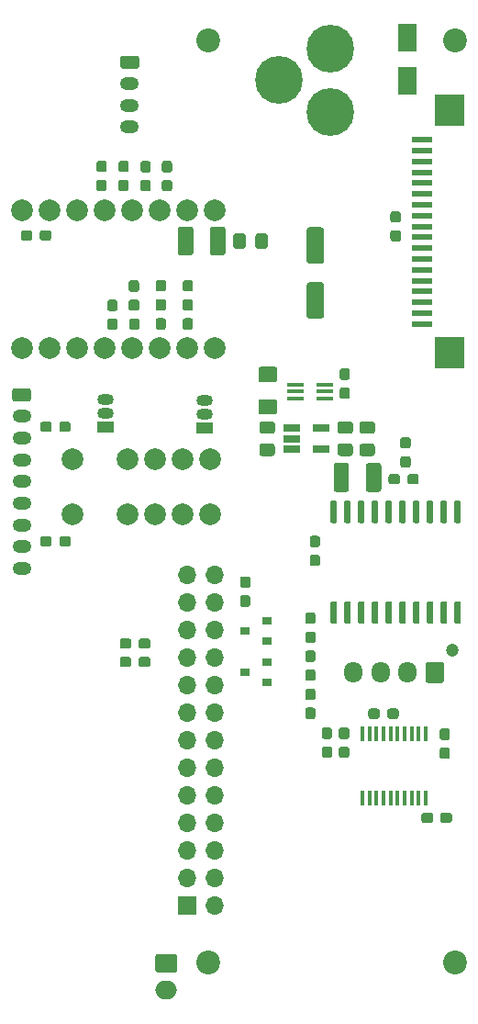
<source format=gbr>
G04 #@! TF.GenerationSoftware,KiCad,Pcbnew,5.1.5+dfsg1-2build2*
G04 #@! TF.CreationDate,2020-07-02T19:50:54+02:00*
G04 #@! TF.ProjectId,BaSe_PWR_V3_2,42615365-5f50-4575-925f-56335f322e6b,rev?*
G04 #@! TF.SameCoordinates,Original*
G04 #@! TF.FileFunction,Soldermask,Top*
G04 #@! TF.FilePolarity,Negative*
%FSLAX46Y46*%
G04 Gerber Fmt 4.6, Leading zero omitted, Abs format (unit mm)*
G04 Created by KiCad (PCBNEW 5.1.5+dfsg1-2build2) date 2020-07-02 19:50:54*
%MOMM*%
%LPD*%
G04 APERTURE LIST*
%ADD10C,0.100000*%
%ADD11R,0.900000X0.800000*%
%ADD12O,1.700000X1.700000*%
%ADD13R,1.700000X1.700000*%
%ADD14C,1.200000*%
%ADD15O,1.700000X1.950000*%
%ADD16C,4.400000*%
%ADD17O,2.000000X1.700000*%
%ADD18R,0.450000X1.450000*%
%ADD19O,1.750000X1.200000*%
%ADD20R,2.800000X3.000000*%
%ADD21R,1.900000X0.600000*%
%ADD22C,2.000000*%
%ADD23R,1.500000X1.050000*%
%ADD24O,1.500000X1.050000*%
%ADD25R,1.560000X0.650000*%
%ADD26C,2.200000*%
%ADD27R,1.800000X2.500000*%
%ADD28R,1.500000X0.400000*%
G04 APERTURE END LIST*
D10*
G36*
X96170779Y-102941144D02*
G01*
X96193834Y-102944563D01*
X96216443Y-102950227D01*
X96238387Y-102958079D01*
X96259457Y-102968044D01*
X96279448Y-102980026D01*
X96298168Y-102993910D01*
X96315438Y-103009562D01*
X96331090Y-103026832D01*
X96344974Y-103045552D01*
X96356956Y-103065543D01*
X96366921Y-103086613D01*
X96374773Y-103108557D01*
X96380437Y-103131166D01*
X96383856Y-103154221D01*
X96385000Y-103177500D01*
X96385000Y-103752500D01*
X96383856Y-103775779D01*
X96380437Y-103798834D01*
X96374773Y-103821443D01*
X96366921Y-103843387D01*
X96356956Y-103864457D01*
X96344974Y-103884448D01*
X96331090Y-103903168D01*
X96315438Y-103920438D01*
X96298168Y-103936090D01*
X96279448Y-103949974D01*
X96259457Y-103961956D01*
X96238387Y-103971921D01*
X96216443Y-103979773D01*
X96193834Y-103985437D01*
X96170779Y-103988856D01*
X96147500Y-103990000D01*
X95672500Y-103990000D01*
X95649221Y-103988856D01*
X95626166Y-103985437D01*
X95603557Y-103979773D01*
X95581613Y-103971921D01*
X95560543Y-103961956D01*
X95540552Y-103949974D01*
X95521832Y-103936090D01*
X95504562Y-103920438D01*
X95488910Y-103903168D01*
X95475026Y-103884448D01*
X95463044Y-103864457D01*
X95453079Y-103843387D01*
X95445227Y-103821443D01*
X95439563Y-103798834D01*
X95436144Y-103775779D01*
X95435000Y-103752500D01*
X95435000Y-103177500D01*
X95436144Y-103154221D01*
X95439563Y-103131166D01*
X95445227Y-103108557D01*
X95453079Y-103086613D01*
X95463044Y-103065543D01*
X95475026Y-103045552D01*
X95488910Y-103026832D01*
X95504562Y-103009562D01*
X95521832Y-102993910D01*
X95540552Y-102980026D01*
X95560543Y-102968044D01*
X95581613Y-102958079D01*
X95603557Y-102950227D01*
X95626166Y-102944563D01*
X95649221Y-102941144D01*
X95672500Y-102940000D01*
X96147500Y-102940000D01*
X96170779Y-102941144D01*
G37*
G36*
X96170779Y-104691144D02*
G01*
X96193834Y-104694563D01*
X96216443Y-104700227D01*
X96238387Y-104708079D01*
X96259457Y-104718044D01*
X96279448Y-104730026D01*
X96298168Y-104743910D01*
X96315438Y-104759562D01*
X96331090Y-104776832D01*
X96344974Y-104795552D01*
X96356956Y-104815543D01*
X96366921Y-104836613D01*
X96374773Y-104858557D01*
X96380437Y-104881166D01*
X96383856Y-104904221D01*
X96385000Y-104927500D01*
X96385000Y-105502500D01*
X96383856Y-105525779D01*
X96380437Y-105548834D01*
X96374773Y-105571443D01*
X96366921Y-105593387D01*
X96356956Y-105614457D01*
X96344974Y-105634448D01*
X96331090Y-105653168D01*
X96315438Y-105670438D01*
X96298168Y-105686090D01*
X96279448Y-105699974D01*
X96259457Y-105711956D01*
X96238387Y-105721921D01*
X96216443Y-105729773D01*
X96193834Y-105735437D01*
X96170779Y-105738856D01*
X96147500Y-105740000D01*
X95672500Y-105740000D01*
X95649221Y-105738856D01*
X95626166Y-105735437D01*
X95603557Y-105729773D01*
X95581613Y-105721921D01*
X95560543Y-105711956D01*
X95540552Y-105699974D01*
X95521832Y-105686090D01*
X95504562Y-105670438D01*
X95488910Y-105653168D01*
X95475026Y-105634448D01*
X95463044Y-105614457D01*
X95453079Y-105593387D01*
X95445227Y-105571443D01*
X95439563Y-105548834D01*
X95436144Y-105525779D01*
X95435000Y-105502500D01*
X95435000Y-104927500D01*
X95436144Y-104904221D01*
X95439563Y-104881166D01*
X95445227Y-104858557D01*
X95453079Y-104836613D01*
X95463044Y-104815543D01*
X95475026Y-104795552D01*
X95488910Y-104776832D01*
X95504562Y-104759562D01*
X95521832Y-104743910D01*
X95540552Y-104730026D01*
X95560543Y-104718044D01*
X95581613Y-104708079D01*
X95603557Y-104700227D01*
X95626166Y-104694563D01*
X95649221Y-104691144D01*
X95672500Y-104690000D01*
X96147500Y-104690000D01*
X96170779Y-104691144D01*
G37*
G36*
X96170779Y-99431144D02*
G01*
X96193834Y-99434563D01*
X96216443Y-99440227D01*
X96238387Y-99448079D01*
X96259457Y-99458044D01*
X96279448Y-99470026D01*
X96298168Y-99483910D01*
X96315438Y-99499562D01*
X96331090Y-99516832D01*
X96344974Y-99535552D01*
X96356956Y-99555543D01*
X96366921Y-99576613D01*
X96374773Y-99598557D01*
X96380437Y-99621166D01*
X96383856Y-99644221D01*
X96385000Y-99667500D01*
X96385000Y-100242500D01*
X96383856Y-100265779D01*
X96380437Y-100288834D01*
X96374773Y-100311443D01*
X96366921Y-100333387D01*
X96356956Y-100354457D01*
X96344974Y-100374448D01*
X96331090Y-100393168D01*
X96315438Y-100410438D01*
X96298168Y-100426090D01*
X96279448Y-100439974D01*
X96259457Y-100451956D01*
X96238387Y-100461921D01*
X96216443Y-100469773D01*
X96193834Y-100475437D01*
X96170779Y-100478856D01*
X96147500Y-100480000D01*
X95672500Y-100480000D01*
X95649221Y-100478856D01*
X95626166Y-100475437D01*
X95603557Y-100469773D01*
X95581613Y-100461921D01*
X95560543Y-100451956D01*
X95540552Y-100439974D01*
X95521832Y-100426090D01*
X95504562Y-100410438D01*
X95488910Y-100393168D01*
X95475026Y-100374448D01*
X95463044Y-100354457D01*
X95453079Y-100333387D01*
X95445227Y-100311443D01*
X95439563Y-100288834D01*
X95436144Y-100265779D01*
X95435000Y-100242500D01*
X95435000Y-99667500D01*
X95436144Y-99644221D01*
X95439563Y-99621166D01*
X95445227Y-99598557D01*
X95453079Y-99576613D01*
X95463044Y-99555543D01*
X95475026Y-99535552D01*
X95488910Y-99516832D01*
X95504562Y-99499562D01*
X95521832Y-99483910D01*
X95540552Y-99470026D01*
X95560543Y-99458044D01*
X95581613Y-99448079D01*
X95603557Y-99440227D01*
X95626166Y-99434563D01*
X95649221Y-99431144D01*
X95672500Y-99430000D01*
X96147500Y-99430000D01*
X96170779Y-99431144D01*
G37*
G36*
X96170779Y-101181144D02*
G01*
X96193834Y-101184563D01*
X96216443Y-101190227D01*
X96238387Y-101198079D01*
X96259457Y-101208044D01*
X96279448Y-101220026D01*
X96298168Y-101233910D01*
X96315438Y-101249562D01*
X96331090Y-101266832D01*
X96344974Y-101285552D01*
X96356956Y-101305543D01*
X96366921Y-101326613D01*
X96374773Y-101348557D01*
X96380437Y-101371166D01*
X96383856Y-101394221D01*
X96385000Y-101417500D01*
X96385000Y-101992500D01*
X96383856Y-102015779D01*
X96380437Y-102038834D01*
X96374773Y-102061443D01*
X96366921Y-102083387D01*
X96356956Y-102104457D01*
X96344974Y-102124448D01*
X96331090Y-102143168D01*
X96315438Y-102160438D01*
X96298168Y-102176090D01*
X96279448Y-102189974D01*
X96259457Y-102201956D01*
X96238387Y-102211921D01*
X96216443Y-102219773D01*
X96193834Y-102225437D01*
X96170779Y-102228856D01*
X96147500Y-102230000D01*
X95672500Y-102230000D01*
X95649221Y-102228856D01*
X95626166Y-102225437D01*
X95603557Y-102219773D01*
X95581613Y-102211921D01*
X95560543Y-102201956D01*
X95540552Y-102189974D01*
X95521832Y-102176090D01*
X95504562Y-102160438D01*
X95488910Y-102143168D01*
X95475026Y-102124448D01*
X95463044Y-102104457D01*
X95453079Y-102083387D01*
X95445227Y-102061443D01*
X95439563Y-102038834D01*
X95436144Y-102015779D01*
X95435000Y-101992500D01*
X95435000Y-101417500D01*
X95436144Y-101394221D01*
X95439563Y-101371166D01*
X95445227Y-101348557D01*
X95453079Y-101326613D01*
X95463044Y-101305543D01*
X95475026Y-101285552D01*
X95488910Y-101266832D01*
X95504562Y-101249562D01*
X95521832Y-101233910D01*
X95540552Y-101220026D01*
X95560543Y-101208044D01*
X95581613Y-101198079D01*
X95603557Y-101190227D01*
X95626166Y-101184563D01*
X95649221Y-101181144D01*
X95672500Y-101180000D01*
X96147500Y-101180000D01*
X96170779Y-101181144D01*
G37*
D11*
X89890000Y-97640000D03*
X91890000Y-96690000D03*
X91890000Y-98590000D03*
X89880000Y-101410000D03*
X91880000Y-100460000D03*
X91880000Y-102360000D03*
D12*
X87122000Y-92456000D03*
X84582000Y-92456000D03*
X87122000Y-94996000D03*
X84582000Y-94996000D03*
X87122000Y-97536000D03*
X84582000Y-97536000D03*
X87122000Y-100076000D03*
X84582000Y-100076000D03*
X87122000Y-102616000D03*
X84582000Y-102616000D03*
X87122000Y-105156000D03*
X84582000Y-105156000D03*
X87122000Y-107696000D03*
X84582000Y-107696000D03*
X87122000Y-110236000D03*
X84582000Y-110236000D03*
X87122000Y-112776000D03*
X84582000Y-112776000D03*
X87122000Y-115316000D03*
X84582000Y-115316000D03*
X87122000Y-117856000D03*
X84582000Y-117856000D03*
X87122000Y-120396000D03*
X84582000Y-120396000D03*
X87122000Y-122936000D03*
D13*
X84582000Y-122936000D03*
D14*
X108990000Y-99440000D03*
D15*
X99890000Y-101440000D03*
X102390000Y-101440000D03*
X104890000Y-101440000D03*
D10*
G36*
X108014504Y-100466204D02*
G01*
X108038773Y-100469804D01*
X108062571Y-100475765D01*
X108085671Y-100484030D01*
X108107849Y-100494520D01*
X108128893Y-100507133D01*
X108148598Y-100521747D01*
X108166777Y-100538223D01*
X108183253Y-100556402D01*
X108197867Y-100576107D01*
X108210480Y-100597151D01*
X108220970Y-100619329D01*
X108229235Y-100642429D01*
X108235196Y-100666227D01*
X108238796Y-100690496D01*
X108240000Y-100715000D01*
X108240000Y-102165000D01*
X108238796Y-102189504D01*
X108235196Y-102213773D01*
X108229235Y-102237571D01*
X108220970Y-102260671D01*
X108210480Y-102282849D01*
X108197867Y-102303893D01*
X108183253Y-102323598D01*
X108166777Y-102341777D01*
X108148598Y-102358253D01*
X108128893Y-102372867D01*
X108107849Y-102385480D01*
X108085671Y-102395970D01*
X108062571Y-102404235D01*
X108038773Y-102410196D01*
X108014504Y-102413796D01*
X107990000Y-102415000D01*
X106790000Y-102415000D01*
X106765496Y-102413796D01*
X106741227Y-102410196D01*
X106717429Y-102404235D01*
X106694329Y-102395970D01*
X106672151Y-102385480D01*
X106651107Y-102372867D01*
X106631402Y-102358253D01*
X106613223Y-102341777D01*
X106596747Y-102323598D01*
X106582133Y-102303893D01*
X106569520Y-102282849D01*
X106559030Y-102260671D01*
X106550765Y-102237571D01*
X106544804Y-102213773D01*
X106541204Y-102189504D01*
X106540000Y-102165000D01*
X106540000Y-100715000D01*
X106541204Y-100690496D01*
X106544804Y-100666227D01*
X106550765Y-100642429D01*
X106559030Y-100619329D01*
X106569520Y-100597151D01*
X106582133Y-100576107D01*
X106596747Y-100556402D01*
X106613223Y-100538223D01*
X106631402Y-100521747D01*
X106651107Y-100507133D01*
X106672151Y-100494520D01*
X106694329Y-100484030D01*
X106717429Y-100475765D01*
X106741227Y-100469804D01*
X106765496Y-100466204D01*
X106790000Y-100465000D01*
X107990000Y-100465000D01*
X108014504Y-100466204D01*
G37*
D16*
X92990000Y-46784000D03*
X97790000Y-43984000D03*
X97790000Y-49784000D03*
D10*
G36*
X96170779Y-95931144D02*
G01*
X96193834Y-95934563D01*
X96216443Y-95940227D01*
X96238387Y-95948079D01*
X96259457Y-95958044D01*
X96279448Y-95970026D01*
X96298168Y-95983910D01*
X96315438Y-95999562D01*
X96331090Y-96016832D01*
X96344974Y-96035552D01*
X96356956Y-96055543D01*
X96366921Y-96076613D01*
X96374773Y-96098557D01*
X96380437Y-96121166D01*
X96383856Y-96144221D01*
X96385000Y-96167500D01*
X96385000Y-96742500D01*
X96383856Y-96765779D01*
X96380437Y-96788834D01*
X96374773Y-96811443D01*
X96366921Y-96833387D01*
X96356956Y-96854457D01*
X96344974Y-96874448D01*
X96331090Y-96893168D01*
X96315438Y-96910438D01*
X96298168Y-96926090D01*
X96279448Y-96939974D01*
X96259457Y-96951956D01*
X96238387Y-96961921D01*
X96216443Y-96969773D01*
X96193834Y-96975437D01*
X96170779Y-96978856D01*
X96147500Y-96980000D01*
X95672500Y-96980000D01*
X95649221Y-96978856D01*
X95626166Y-96975437D01*
X95603557Y-96969773D01*
X95581613Y-96961921D01*
X95560543Y-96951956D01*
X95540552Y-96939974D01*
X95521832Y-96926090D01*
X95504562Y-96910438D01*
X95488910Y-96893168D01*
X95475026Y-96874448D01*
X95463044Y-96854457D01*
X95453079Y-96833387D01*
X95445227Y-96811443D01*
X95439563Y-96788834D01*
X95436144Y-96765779D01*
X95435000Y-96742500D01*
X95435000Y-96167500D01*
X95436144Y-96144221D01*
X95439563Y-96121166D01*
X95445227Y-96098557D01*
X95453079Y-96076613D01*
X95463044Y-96055543D01*
X95475026Y-96035552D01*
X95488910Y-96016832D01*
X95504562Y-95999562D01*
X95521832Y-95983910D01*
X95540552Y-95970026D01*
X95560543Y-95958044D01*
X95581613Y-95948079D01*
X95603557Y-95940227D01*
X95626166Y-95934563D01*
X95649221Y-95931144D01*
X95672500Y-95930000D01*
X96147500Y-95930000D01*
X96170779Y-95931144D01*
G37*
G36*
X96170779Y-97681144D02*
G01*
X96193834Y-97684563D01*
X96216443Y-97690227D01*
X96238387Y-97698079D01*
X96259457Y-97708044D01*
X96279448Y-97720026D01*
X96298168Y-97733910D01*
X96315438Y-97749562D01*
X96331090Y-97766832D01*
X96344974Y-97785552D01*
X96356956Y-97805543D01*
X96366921Y-97826613D01*
X96374773Y-97848557D01*
X96380437Y-97871166D01*
X96383856Y-97894221D01*
X96385000Y-97917500D01*
X96385000Y-98492500D01*
X96383856Y-98515779D01*
X96380437Y-98538834D01*
X96374773Y-98561443D01*
X96366921Y-98583387D01*
X96356956Y-98604457D01*
X96344974Y-98624448D01*
X96331090Y-98643168D01*
X96315438Y-98660438D01*
X96298168Y-98676090D01*
X96279448Y-98689974D01*
X96259457Y-98701956D01*
X96238387Y-98711921D01*
X96216443Y-98719773D01*
X96193834Y-98725437D01*
X96170779Y-98728856D01*
X96147500Y-98730000D01*
X95672500Y-98730000D01*
X95649221Y-98728856D01*
X95626166Y-98725437D01*
X95603557Y-98719773D01*
X95581613Y-98711921D01*
X95560543Y-98701956D01*
X95540552Y-98689974D01*
X95521832Y-98676090D01*
X95504562Y-98660438D01*
X95488910Y-98643168D01*
X95475026Y-98624448D01*
X95463044Y-98604457D01*
X95453079Y-98583387D01*
X95445227Y-98561443D01*
X95439563Y-98538834D01*
X95436144Y-98515779D01*
X95435000Y-98492500D01*
X95435000Y-97917500D01*
X95436144Y-97894221D01*
X95439563Y-97871166D01*
X95445227Y-97848557D01*
X95453079Y-97826613D01*
X95463044Y-97805543D01*
X95475026Y-97785552D01*
X95488910Y-97766832D01*
X95504562Y-97749562D01*
X95521832Y-97733910D01*
X95540552Y-97720026D01*
X95560543Y-97708044D01*
X95581613Y-97698079D01*
X95603557Y-97690227D01*
X95626166Y-97684563D01*
X95649221Y-97681144D01*
X95672500Y-97680000D01*
X96147500Y-97680000D01*
X96170779Y-97681144D01*
G37*
G36*
X79900779Y-67056144D02*
G01*
X79923834Y-67059563D01*
X79946443Y-67065227D01*
X79968387Y-67073079D01*
X79989457Y-67083044D01*
X80009448Y-67095026D01*
X80028168Y-67108910D01*
X80045438Y-67124562D01*
X80061090Y-67141832D01*
X80074974Y-67160552D01*
X80086956Y-67180543D01*
X80096921Y-67201613D01*
X80104773Y-67223557D01*
X80110437Y-67246166D01*
X80113856Y-67269221D01*
X80115000Y-67292500D01*
X80115000Y-67867500D01*
X80113856Y-67890779D01*
X80110437Y-67913834D01*
X80104773Y-67936443D01*
X80096921Y-67958387D01*
X80086956Y-67979457D01*
X80074974Y-67999448D01*
X80061090Y-68018168D01*
X80045438Y-68035438D01*
X80028168Y-68051090D01*
X80009448Y-68064974D01*
X79989457Y-68076956D01*
X79968387Y-68086921D01*
X79946443Y-68094773D01*
X79923834Y-68100437D01*
X79900779Y-68103856D01*
X79877500Y-68105000D01*
X79402500Y-68105000D01*
X79379221Y-68103856D01*
X79356166Y-68100437D01*
X79333557Y-68094773D01*
X79311613Y-68086921D01*
X79290543Y-68076956D01*
X79270552Y-68064974D01*
X79251832Y-68051090D01*
X79234562Y-68035438D01*
X79218910Y-68018168D01*
X79205026Y-67999448D01*
X79193044Y-67979457D01*
X79183079Y-67958387D01*
X79175227Y-67936443D01*
X79169563Y-67913834D01*
X79166144Y-67890779D01*
X79165000Y-67867500D01*
X79165000Y-67292500D01*
X79166144Y-67269221D01*
X79169563Y-67246166D01*
X79175227Y-67223557D01*
X79183079Y-67201613D01*
X79193044Y-67180543D01*
X79205026Y-67160552D01*
X79218910Y-67141832D01*
X79234562Y-67124562D01*
X79251832Y-67108910D01*
X79270552Y-67095026D01*
X79290543Y-67083044D01*
X79311613Y-67073079D01*
X79333557Y-67065227D01*
X79356166Y-67059563D01*
X79379221Y-67056144D01*
X79402500Y-67055000D01*
X79877500Y-67055000D01*
X79900779Y-67056144D01*
G37*
G36*
X79900779Y-65306144D02*
G01*
X79923834Y-65309563D01*
X79946443Y-65315227D01*
X79968387Y-65323079D01*
X79989457Y-65333044D01*
X80009448Y-65345026D01*
X80028168Y-65358910D01*
X80045438Y-65374562D01*
X80061090Y-65391832D01*
X80074974Y-65410552D01*
X80086956Y-65430543D01*
X80096921Y-65451613D01*
X80104773Y-65473557D01*
X80110437Y-65496166D01*
X80113856Y-65519221D01*
X80115000Y-65542500D01*
X80115000Y-66117500D01*
X80113856Y-66140779D01*
X80110437Y-66163834D01*
X80104773Y-66186443D01*
X80096921Y-66208387D01*
X80086956Y-66229457D01*
X80074974Y-66249448D01*
X80061090Y-66268168D01*
X80045438Y-66285438D01*
X80028168Y-66301090D01*
X80009448Y-66314974D01*
X79989457Y-66326956D01*
X79968387Y-66336921D01*
X79946443Y-66344773D01*
X79923834Y-66350437D01*
X79900779Y-66353856D01*
X79877500Y-66355000D01*
X79402500Y-66355000D01*
X79379221Y-66353856D01*
X79356166Y-66350437D01*
X79333557Y-66344773D01*
X79311613Y-66336921D01*
X79290543Y-66326956D01*
X79270552Y-66314974D01*
X79251832Y-66301090D01*
X79234562Y-66285438D01*
X79218910Y-66268168D01*
X79205026Y-66249448D01*
X79193044Y-66229457D01*
X79183079Y-66208387D01*
X79175227Y-66186443D01*
X79169563Y-66163834D01*
X79166144Y-66140779D01*
X79165000Y-66117500D01*
X79165000Y-65542500D01*
X79166144Y-65519221D01*
X79169563Y-65496166D01*
X79175227Y-65473557D01*
X79183079Y-65451613D01*
X79193044Y-65430543D01*
X79205026Y-65410552D01*
X79218910Y-65391832D01*
X79234562Y-65374562D01*
X79251832Y-65358910D01*
X79270552Y-65345026D01*
X79290543Y-65333044D01*
X79311613Y-65323079D01*
X79333557Y-65315227D01*
X79356166Y-65309563D01*
X79379221Y-65306144D01*
X79402500Y-65305000D01*
X79877500Y-65305000D01*
X79900779Y-65306144D01*
G37*
G36*
X82380779Y-67026144D02*
G01*
X82403834Y-67029563D01*
X82426443Y-67035227D01*
X82448387Y-67043079D01*
X82469457Y-67053044D01*
X82489448Y-67065026D01*
X82508168Y-67078910D01*
X82525438Y-67094562D01*
X82541090Y-67111832D01*
X82554974Y-67130552D01*
X82566956Y-67150543D01*
X82576921Y-67171613D01*
X82584773Y-67193557D01*
X82590437Y-67216166D01*
X82593856Y-67239221D01*
X82595000Y-67262500D01*
X82595000Y-67837500D01*
X82593856Y-67860779D01*
X82590437Y-67883834D01*
X82584773Y-67906443D01*
X82576921Y-67928387D01*
X82566956Y-67949457D01*
X82554974Y-67969448D01*
X82541090Y-67988168D01*
X82525438Y-68005438D01*
X82508168Y-68021090D01*
X82489448Y-68034974D01*
X82469457Y-68046956D01*
X82448387Y-68056921D01*
X82426443Y-68064773D01*
X82403834Y-68070437D01*
X82380779Y-68073856D01*
X82357500Y-68075000D01*
X81882500Y-68075000D01*
X81859221Y-68073856D01*
X81836166Y-68070437D01*
X81813557Y-68064773D01*
X81791613Y-68056921D01*
X81770543Y-68046956D01*
X81750552Y-68034974D01*
X81731832Y-68021090D01*
X81714562Y-68005438D01*
X81698910Y-67988168D01*
X81685026Y-67969448D01*
X81673044Y-67949457D01*
X81663079Y-67928387D01*
X81655227Y-67906443D01*
X81649563Y-67883834D01*
X81646144Y-67860779D01*
X81645000Y-67837500D01*
X81645000Y-67262500D01*
X81646144Y-67239221D01*
X81649563Y-67216166D01*
X81655227Y-67193557D01*
X81663079Y-67171613D01*
X81673044Y-67150543D01*
X81685026Y-67130552D01*
X81698910Y-67111832D01*
X81714562Y-67094562D01*
X81731832Y-67078910D01*
X81750552Y-67065026D01*
X81770543Y-67053044D01*
X81791613Y-67043079D01*
X81813557Y-67035227D01*
X81836166Y-67029563D01*
X81859221Y-67026144D01*
X81882500Y-67025000D01*
X82357500Y-67025000D01*
X82380779Y-67026144D01*
G37*
G36*
X82380779Y-65276144D02*
G01*
X82403834Y-65279563D01*
X82426443Y-65285227D01*
X82448387Y-65293079D01*
X82469457Y-65303044D01*
X82489448Y-65315026D01*
X82508168Y-65328910D01*
X82525438Y-65344562D01*
X82541090Y-65361832D01*
X82554974Y-65380552D01*
X82566956Y-65400543D01*
X82576921Y-65421613D01*
X82584773Y-65443557D01*
X82590437Y-65466166D01*
X82593856Y-65489221D01*
X82595000Y-65512500D01*
X82595000Y-66087500D01*
X82593856Y-66110779D01*
X82590437Y-66133834D01*
X82584773Y-66156443D01*
X82576921Y-66178387D01*
X82566956Y-66199457D01*
X82554974Y-66219448D01*
X82541090Y-66238168D01*
X82525438Y-66255438D01*
X82508168Y-66271090D01*
X82489448Y-66284974D01*
X82469457Y-66296956D01*
X82448387Y-66306921D01*
X82426443Y-66314773D01*
X82403834Y-66320437D01*
X82380779Y-66323856D01*
X82357500Y-66325000D01*
X81882500Y-66325000D01*
X81859221Y-66323856D01*
X81836166Y-66320437D01*
X81813557Y-66314773D01*
X81791613Y-66306921D01*
X81770543Y-66296956D01*
X81750552Y-66284974D01*
X81731832Y-66271090D01*
X81714562Y-66255438D01*
X81698910Y-66238168D01*
X81685026Y-66219448D01*
X81673044Y-66199457D01*
X81663079Y-66178387D01*
X81655227Y-66156443D01*
X81649563Y-66133834D01*
X81646144Y-66110779D01*
X81645000Y-66087500D01*
X81645000Y-65512500D01*
X81646144Y-65489221D01*
X81649563Y-65466166D01*
X81655227Y-65443557D01*
X81663079Y-65421613D01*
X81673044Y-65400543D01*
X81685026Y-65380552D01*
X81698910Y-65361832D01*
X81714562Y-65344562D01*
X81731832Y-65328910D01*
X81750552Y-65315026D01*
X81770543Y-65303044D01*
X81791613Y-65293079D01*
X81813557Y-65285227D01*
X81836166Y-65279563D01*
X81859221Y-65276144D01*
X81882500Y-65275000D01*
X82357500Y-65275000D01*
X82380779Y-65276144D01*
G37*
G36*
X84880779Y-67036144D02*
G01*
X84903834Y-67039563D01*
X84926443Y-67045227D01*
X84948387Y-67053079D01*
X84969457Y-67063044D01*
X84989448Y-67075026D01*
X85008168Y-67088910D01*
X85025438Y-67104562D01*
X85041090Y-67121832D01*
X85054974Y-67140552D01*
X85066956Y-67160543D01*
X85076921Y-67181613D01*
X85084773Y-67203557D01*
X85090437Y-67226166D01*
X85093856Y-67249221D01*
X85095000Y-67272500D01*
X85095000Y-67847500D01*
X85093856Y-67870779D01*
X85090437Y-67893834D01*
X85084773Y-67916443D01*
X85076921Y-67938387D01*
X85066956Y-67959457D01*
X85054974Y-67979448D01*
X85041090Y-67998168D01*
X85025438Y-68015438D01*
X85008168Y-68031090D01*
X84989448Y-68044974D01*
X84969457Y-68056956D01*
X84948387Y-68066921D01*
X84926443Y-68074773D01*
X84903834Y-68080437D01*
X84880779Y-68083856D01*
X84857500Y-68085000D01*
X84382500Y-68085000D01*
X84359221Y-68083856D01*
X84336166Y-68080437D01*
X84313557Y-68074773D01*
X84291613Y-68066921D01*
X84270543Y-68056956D01*
X84250552Y-68044974D01*
X84231832Y-68031090D01*
X84214562Y-68015438D01*
X84198910Y-67998168D01*
X84185026Y-67979448D01*
X84173044Y-67959457D01*
X84163079Y-67938387D01*
X84155227Y-67916443D01*
X84149563Y-67893834D01*
X84146144Y-67870779D01*
X84145000Y-67847500D01*
X84145000Y-67272500D01*
X84146144Y-67249221D01*
X84149563Y-67226166D01*
X84155227Y-67203557D01*
X84163079Y-67181613D01*
X84173044Y-67160543D01*
X84185026Y-67140552D01*
X84198910Y-67121832D01*
X84214562Y-67104562D01*
X84231832Y-67088910D01*
X84250552Y-67075026D01*
X84270543Y-67063044D01*
X84291613Y-67053079D01*
X84313557Y-67045227D01*
X84336166Y-67039563D01*
X84359221Y-67036144D01*
X84382500Y-67035000D01*
X84857500Y-67035000D01*
X84880779Y-67036144D01*
G37*
G36*
X84880779Y-65286144D02*
G01*
X84903834Y-65289563D01*
X84926443Y-65295227D01*
X84948387Y-65303079D01*
X84969457Y-65313044D01*
X84989448Y-65325026D01*
X85008168Y-65338910D01*
X85025438Y-65354562D01*
X85041090Y-65371832D01*
X85054974Y-65390552D01*
X85066956Y-65410543D01*
X85076921Y-65431613D01*
X85084773Y-65453557D01*
X85090437Y-65476166D01*
X85093856Y-65499221D01*
X85095000Y-65522500D01*
X85095000Y-66097500D01*
X85093856Y-66120779D01*
X85090437Y-66143834D01*
X85084773Y-66166443D01*
X85076921Y-66188387D01*
X85066956Y-66209457D01*
X85054974Y-66229448D01*
X85041090Y-66248168D01*
X85025438Y-66265438D01*
X85008168Y-66281090D01*
X84989448Y-66294974D01*
X84969457Y-66306956D01*
X84948387Y-66316921D01*
X84926443Y-66324773D01*
X84903834Y-66330437D01*
X84880779Y-66333856D01*
X84857500Y-66335000D01*
X84382500Y-66335000D01*
X84359221Y-66333856D01*
X84336166Y-66330437D01*
X84313557Y-66324773D01*
X84291613Y-66316921D01*
X84270543Y-66306956D01*
X84250552Y-66294974D01*
X84231832Y-66281090D01*
X84214562Y-66265438D01*
X84198910Y-66248168D01*
X84185026Y-66229448D01*
X84173044Y-66209457D01*
X84163079Y-66188387D01*
X84155227Y-66166443D01*
X84149563Y-66143834D01*
X84146144Y-66120779D01*
X84145000Y-66097500D01*
X84145000Y-65522500D01*
X84146144Y-65499221D01*
X84149563Y-65476166D01*
X84155227Y-65453557D01*
X84163079Y-65431613D01*
X84173044Y-65410543D01*
X84185026Y-65390552D01*
X84198910Y-65371832D01*
X84214562Y-65354562D01*
X84231832Y-65338910D01*
X84250552Y-65325026D01*
X84270543Y-65313044D01*
X84291613Y-65303079D01*
X84313557Y-65295227D01*
X84336166Y-65289563D01*
X84359221Y-65286144D01*
X84382500Y-65285000D01*
X84857500Y-65285000D01*
X84880779Y-65286144D01*
G37*
G36*
X96964504Y-65486204D02*
G01*
X96988773Y-65489804D01*
X97012571Y-65495765D01*
X97035671Y-65504030D01*
X97057849Y-65514520D01*
X97078893Y-65527133D01*
X97098598Y-65541747D01*
X97116777Y-65558223D01*
X97133253Y-65576402D01*
X97147867Y-65596107D01*
X97160480Y-65617151D01*
X97170970Y-65639329D01*
X97179235Y-65662429D01*
X97185196Y-65686227D01*
X97188796Y-65710496D01*
X97190000Y-65735000D01*
X97190000Y-68560000D01*
X97188796Y-68584504D01*
X97185196Y-68608773D01*
X97179235Y-68632571D01*
X97170970Y-68655671D01*
X97160480Y-68677849D01*
X97147867Y-68698893D01*
X97133253Y-68718598D01*
X97116777Y-68736777D01*
X97098598Y-68753253D01*
X97078893Y-68767867D01*
X97057849Y-68780480D01*
X97035671Y-68790970D01*
X97012571Y-68799235D01*
X96988773Y-68805196D01*
X96964504Y-68808796D01*
X96940000Y-68810000D01*
X95840000Y-68810000D01*
X95815496Y-68808796D01*
X95791227Y-68805196D01*
X95767429Y-68799235D01*
X95744329Y-68790970D01*
X95722151Y-68780480D01*
X95701107Y-68767867D01*
X95681402Y-68753253D01*
X95663223Y-68736777D01*
X95646747Y-68718598D01*
X95632133Y-68698893D01*
X95619520Y-68677849D01*
X95609030Y-68655671D01*
X95600765Y-68632571D01*
X95594804Y-68608773D01*
X95591204Y-68584504D01*
X95590000Y-68560000D01*
X95590000Y-65735000D01*
X95591204Y-65710496D01*
X95594804Y-65686227D01*
X95600765Y-65662429D01*
X95609030Y-65639329D01*
X95619520Y-65617151D01*
X95632133Y-65596107D01*
X95646747Y-65576402D01*
X95663223Y-65558223D01*
X95681402Y-65541747D01*
X95701107Y-65527133D01*
X95722151Y-65514520D01*
X95744329Y-65504030D01*
X95767429Y-65495765D01*
X95791227Y-65489804D01*
X95815496Y-65486204D01*
X95840000Y-65485000D01*
X96940000Y-65485000D01*
X96964504Y-65486204D01*
G37*
G36*
X96964504Y-60411204D02*
G01*
X96988773Y-60414804D01*
X97012571Y-60420765D01*
X97035671Y-60429030D01*
X97057849Y-60439520D01*
X97078893Y-60452133D01*
X97098598Y-60466747D01*
X97116777Y-60483223D01*
X97133253Y-60501402D01*
X97147867Y-60521107D01*
X97160480Y-60542151D01*
X97170970Y-60564329D01*
X97179235Y-60587429D01*
X97185196Y-60611227D01*
X97188796Y-60635496D01*
X97190000Y-60660000D01*
X97190000Y-63485000D01*
X97188796Y-63509504D01*
X97185196Y-63533773D01*
X97179235Y-63557571D01*
X97170970Y-63580671D01*
X97160480Y-63602849D01*
X97147867Y-63623893D01*
X97133253Y-63643598D01*
X97116777Y-63661777D01*
X97098598Y-63678253D01*
X97078893Y-63692867D01*
X97057849Y-63705480D01*
X97035671Y-63715970D01*
X97012571Y-63724235D01*
X96988773Y-63730196D01*
X96964504Y-63733796D01*
X96940000Y-63735000D01*
X95840000Y-63735000D01*
X95815496Y-63733796D01*
X95791227Y-63730196D01*
X95767429Y-63724235D01*
X95744329Y-63715970D01*
X95722151Y-63705480D01*
X95701107Y-63692867D01*
X95681402Y-63678253D01*
X95663223Y-63661777D01*
X95646747Y-63643598D01*
X95632133Y-63623893D01*
X95619520Y-63602849D01*
X95609030Y-63580671D01*
X95600765Y-63557571D01*
X95594804Y-63533773D01*
X95591204Y-63509504D01*
X95590000Y-63485000D01*
X95590000Y-60660000D01*
X95591204Y-60635496D01*
X95594804Y-60611227D01*
X95600765Y-60587429D01*
X95609030Y-60564329D01*
X95619520Y-60542151D01*
X95632133Y-60521107D01*
X95646747Y-60501402D01*
X95663223Y-60483223D01*
X95681402Y-60466747D01*
X95701107Y-60452133D01*
X95722151Y-60439520D01*
X95744329Y-60429030D01*
X95767429Y-60420765D01*
X95791227Y-60414804D01*
X95815496Y-60411204D01*
X95840000Y-60410000D01*
X96940000Y-60410000D01*
X96964504Y-60411204D01*
G37*
G36*
X90170779Y-92591144D02*
G01*
X90193834Y-92594563D01*
X90216443Y-92600227D01*
X90238387Y-92608079D01*
X90259457Y-92618044D01*
X90279448Y-92630026D01*
X90298168Y-92643910D01*
X90315438Y-92659562D01*
X90331090Y-92676832D01*
X90344974Y-92695552D01*
X90356956Y-92715543D01*
X90366921Y-92736613D01*
X90374773Y-92758557D01*
X90380437Y-92781166D01*
X90383856Y-92804221D01*
X90385000Y-92827500D01*
X90385000Y-93402500D01*
X90383856Y-93425779D01*
X90380437Y-93448834D01*
X90374773Y-93471443D01*
X90366921Y-93493387D01*
X90356956Y-93514457D01*
X90344974Y-93534448D01*
X90331090Y-93553168D01*
X90315438Y-93570438D01*
X90298168Y-93586090D01*
X90279448Y-93599974D01*
X90259457Y-93611956D01*
X90238387Y-93621921D01*
X90216443Y-93629773D01*
X90193834Y-93635437D01*
X90170779Y-93638856D01*
X90147500Y-93640000D01*
X89672500Y-93640000D01*
X89649221Y-93638856D01*
X89626166Y-93635437D01*
X89603557Y-93629773D01*
X89581613Y-93621921D01*
X89560543Y-93611956D01*
X89540552Y-93599974D01*
X89521832Y-93586090D01*
X89504562Y-93570438D01*
X89488910Y-93553168D01*
X89475026Y-93534448D01*
X89463044Y-93514457D01*
X89453079Y-93493387D01*
X89445227Y-93471443D01*
X89439563Y-93448834D01*
X89436144Y-93425779D01*
X89435000Y-93402500D01*
X89435000Y-92827500D01*
X89436144Y-92804221D01*
X89439563Y-92781166D01*
X89445227Y-92758557D01*
X89453079Y-92736613D01*
X89463044Y-92715543D01*
X89475026Y-92695552D01*
X89488910Y-92676832D01*
X89504562Y-92659562D01*
X89521832Y-92643910D01*
X89540552Y-92630026D01*
X89560543Y-92618044D01*
X89581613Y-92608079D01*
X89603557Y-92600227D01*
X89626166Y-92594563D01*
X89649221Y-92591144D01*
X89672500Y-92590000D01*
X90147500Y-92590000D01*
X90170779Y-92591144D01*
G37*
G36*
X90170779Y-94341144D02*
G01*
X90193834Y-94344563D01*
X90216443Y-94350227D01*
X90238387Y-94358079D01*
X90259457Y-94368044D01*
X90279448Y-94380026D01*
X90298168Y-94393910D01*
X90315438Y-94409562D01*
X90331090Y-94426832D01*
X90344974Y-94445552D01*
X90356956Y-94465543D01*
X90366921Y-94486613D01*
X90374773Y-94508557D01*
X90380437Y-94531166D01*
X90383856Y-94554221D01*
X90385000Y-94577500D01*
X90385000Y-95152500D01*
X90383856Y-95175779D01*
X90380437Y-95198834D01*
X90374773Y-95221443D01*
X90366921Y-95243387D01*
X90356956Y-95264457D01*
X90344974Y-95284448D01*
X90331090Y-95303168D01*
X90315438Y-95320438D01*
X90298168Y-95336090D01*
X90279448Y-95349974D01*
X90259457Y-95361956D01*
X90238387Y-95371921D01*
X90216443Y-95379773D01*
X90193834Y-95385437D01*
X90170779Y-95388856D01*
X90147500Y-95390000D01*
X89672500Y-95390000D01*
X89649221Y-95388856D01*
X89626166Y-95385437D01*
X89603557Y-95379773D01*
X89581613Y-95371921D01*
X89560543Y-95361956D01*
X89540552Y-95349974D01*
X89521832Y-95336090D01*
X89504562Y-95320438D01*
X89488910Y-95303168D01*
X89475026Y-95284448D01*
X89463044Y-95264457D01*
X89453079Y-95243387D01*
X89445227Y-95221443D01*
X89439563Y-95198834D01*
X89436144Y-95175779D01*
X89435000Y-95152500D01*
X89435000Y-94577500D01*
X89436144Y-94554221D01*
X89439563Y-94531166D01*
X89445227Y-94508557D01*
X89453079Y-94486613D01*
X89463044Y-94465543D01*
X89475026Y-94445552D01*
X89488910Y-94426832D01*
X89504562Y-94409562D01*
X89521832Y-94393910D01*
X89540552Y-94380026D01*
X89560543Y-94368044D01*
X89581613Y-94358079D01*
X89603557Y-94350227D01*
X89626166Y-94344563D01*
X89649221Y-94341144D01*
X89672500Y-94340000D01*
X90147500Y-94340000D01*
X90170779Y-94341144D01*
G37*
D17*
X82620000Y-130760000D03*
D10*
G36*
X83394504Y-127411204D02*
G01*
X83418773Y-127414804D01*
X83442571Y-127420765D01*
X83465671Y-127429030D01*
X83487849Y-127439520D01*
X83508893Y-127452133D01*
X83528598Y-127466747D01*
X83546777Y-127483223D01*
X83563253Y-127501402D01*
X83577867Y-127521107D01*
X83590480Y-127542151D01*
X83600970Y-127564329D01*
X83609235Y-127587429D01*
X83615196Y-127611227D01*
X83618796Y-127635496D01*
X83620000Y-127660000D01*
X83620000Y-128860000D01*
X83618796Y-128884504D01*
X83615196Y-128908773D01*
X83609235Y-128932571D01*
X83600970Y-128955671D01*
X83590480Y-128977849D01*
X83577867Y-128998893D01*
X83563253Y-129018598D01*
X83546777Y-129036777D01*
X83528598Y-129053253D01*
X83508893Y-129067867D01*
X83487849Y-129080480D01*
X83465671Y-129090970D01*
X83442571Y-129099235D01*
X83418773Y-129105196D01*
X83394504Y-129108796D01*
X83370000Y-129110000D01*
X81870000Y-129110000D01*
X81845496Y-129108796D01*
X81821227Y-129105196D01*
X81797429Y-129099235D01*
X81774329Y-129090970D01*
X81752151Y-129080480D01*
X81731107Y-129067867D01*
X81711402Y-129053253D01*
X81693223Y-129036777D01*
X81676747Y-129018598D01*
X81662133Y-128998893D01*
X81649520Y-128977849D01*
X81639030Y-128955671D01*
X81630765Y-128932571D01*
X81624804Y-128908773D01*
X81621204Y-128884504D01*
X81620000Y-128860000D01*
X81620000Y-127660000D01*
X81621204Y-127635496D01*
X81624804Y-127611227D01*
X81630765Y-127587429D01*
X81639030Y-127564329D01*
X81649520Y-127542151D01*
X81662133Y-127521107D01*
X81676747Y-127501402D01*
X81693223Y-127483223D01*
X81711402Y-127466747D01*
X81731107Y-127452133D01*
X81752151Y-127439520D01*
X81774329Y-127429030D01*
X81797429Y-127420765D01*
X81821227Y-127414804D01*
X81845496Y-127411204D01*
X81870000Y-127410000D01*
X83370000Y-127410000D01*
X83394504Y-127411204D01*
G37*
D18*
X106575000Y-112990000D03*
X105925000Y-112990000D03*
X105275000Y-112990000D03*
X104625000Y-112990000D03*
X103975000Y-112990000D03*
X103325000Y-112990000D03*
X102675000Y-112990000D03*
X102025000Y-112990000D03*
X101375000Y-112990000D03*
X100725000Y-112990000D03*
X100725000Y-107090000D03*
X101375000Y-107090000D03*
X102025000Y-107090000D03*
X102675000Y-107090000D03*
X103325000Y-107090000D03*
X103975000Y-107090000D03*
X104625000Y-107090000D03*
X105275000Y-107090000D03*
X105925000Y-107090000D03*
X106575000Y-107090000D03*
D19*
X79250000Y-51180000D03*
X79250000Y-49180000D03*
X79250000Y-47180000D03*
D10*
G36*
X79899505Y-44581204D02*
G01*
X79923773Y-44584804D01*
X79947572Y-44590765D01*
X79970671Y-44599030D01*
X79992850Y-44609520D01*
X80013893Y-44622132D01*
X80033599Y-44636747D01*
X80051777Y-44653223D01*
X80068253Y-44671401D01*
X80082868Y-44691107D01*
X80095480Y-44712150D01*
X80105970Y-44734329D01*
X80114235Y-44757428D01*
X80120196Y-44781227D01*
X80123796Y-44805495D01*
X80125000Y-44829999D01*
X80125000Y-45530001D01*
X80123796Y-45554505D01*
X80120196Y-45578773D01*
X80114235Y-45602572D01*
X80105970Y-45625671D01*
X80095480Y-45647850D01*
X80082868Y-45668893D01*
X80068253Y-45688599D01*
X80051777Y-45706777D01*
X80033599Y-45723253D01*
X80013893Y-45737868D01*
X79992850Y-45750480D01*
X79970671Y-45760970D01*
X79947572Y-45769235D01*
X79923773Y-45775196D01*
X79899505Y-45778796D01*
X79875001Y-45780000D01*
X78624999Y-45780000D01*
X78600495Y-45778796D01*
X78576227Y-45775196D01*
X78552428Y-45769235D01*
X78529329Y-45760970D01*
X78507150Y-45750480D01*
X78486107Y-45737868D01*
X78466401Y-45723253D01*
X78448223Y-45706777D01*
X78431747Y-45688599D01*
X78417132Y-45668893D01*
X78404520Y-45647850D01*
X78394030Y-45625671D01*
X78385765Y-45602572D01*
X78379804Y-45578773D01*
X78376204Y-45554505D01*
X78375000Y-45530001D01*
X78375000Y-44829999D01*
X78376204Y-44805495D01*
X78379804Y-44781227D01*
X78385765Y-44757428D01*
X78394030Y-44734329D01*
X78404520Y-44712150D01*
X78417132Y-44691107D01*
X78431747Y-44671401D01*
X78448223Y-44653223D01*
X78466401Y-44636747D01*
X78486107Y-44622132D01*
X78507150Y-44609520D01*
X78529329Y-44599030D01*
X78552428Y-44590765D01*
X78576227Y-44584804D01*
X78600495Y-44581204D01*
X78624999Y-44580000D01*
X79875001Y-44580000D01*
X79899505Y-44581204D01*
G37*
G36*
X108590779Y-106621144D02*
G01*
X108613834Y-106624563D01*
X108636443Y-106630227D01*
X108658387Y-106638079D01*
X108679457Y-106648044D01*
X108699448Y-106660026D01*
X108718168Y-106673910D01*
X108735438Y-106689562D01*
X108751090Y-106706832D01*
X108764974Y-106725552D01*
X108776956Y-106745543D01*
X108786921Y-106766613D01*
X108794773Y-106788557D01*
X108800437Y-106811166D01*
X108803856Y-106834221D01*
X108805000Y-106857500D01*
X108805000Y-107432500D01*
X108803856Y-107455779D01*
X108800437Y-107478834D01*
X108794773Y-107501443D01*
X108786921Y-107523387D01*
X108776956Y-107544457D01*
X108764974Y-107564448D01*
X108751090Y-107583168D01*
X108735438Y-107600438D01*
X108718168Y-107616090D01*
X108699448Y-107629974D01*
X108679457Y-107641956D01*
X108658387Y-107651921D01*
X108636443Y-107659773D01*
X108613834Y-107665437D01*
X108590779Y-107668856D01*
X108567500Y-107670000D01*
X108092500Y-107670000D01*
X108069221Y-107668856D01*
X108046166Y-107665437D01*
X108023557Y-107659773D01*
X108001613Y-107651921D01*
X107980543Y-107641956D01*
X107960552Y-107629974D01*
X107941832Y-107616090D01*
X107924562Y-107600438D01*
X107908910Y-107583168D01*
X107895026Y-107564448D01*
X107883044Y-107544457D01*
X107873079Y-107523387D01*
X107865227Y-107501443D01*
X107859563Y-107478834D01*
X107856144Y-107455779D01*
X107855000Y-107432500D01*
X107855000Y-106857500D01*
X107856144Y-106834221D01*
X107859563Y-106811166D01*
X107865227Y-106788557D01*
X107873079Y-106766613D01*
X107883044Y-106745543D01*
X107895026Y-106725552D01*
X107908910Y-106706832D01*
X107924562Y-106689562D01*
X107941832Y-106673910D01*
X107960552Y-106660026D01*
X107980543Y-106648044D01*
X108001613Y-106638079D01*
X108023557Y-106630227D01*
X108046166Y-106624563D01*
X108069221Y-106621144D01*
X108092500Y-106620000D01*
X108567500Y-106620000D01*
X108590779Y-106621144D01*
G37*
G36*
X108590779Y-108371144D02*
G01*
X108613834Y-108374563D01*
X108636443Y-108380227D01*
X108658387Y-108388079D01*
X108679457Y-108398044D01*
X108699448Y-108410026D01*
X108718168Y-108423910D01*
X108735438Y-108439562D01*
X108751090Y-108456832D01*
X108764974Y-108475552D01*
X108776956Y-108495543D01*
X108786921Y-108516613D01*
X108794773Y-108538557D01*
X108800437Y-108561166D01*
X108803856Y-108584221D01*
X108805000Y-108607500D01*
X108805000Y-109182500D01*
X108803856Y-109205779D01*
X108800437Y-109228834D01*
X108794773Y-109251443D01*
X108786921Y-109273387D01*
X108776956Y-109294457D01*
X108764974Y-109314448D01*
X108751090Y-109333168D01*
X108735438Y-109350438D01*
X108718168Y-109366090D01*
X108699448Y-109379974D01*
X108679457Y-109391956D01*
X108658387Y-109401921D01*
X108636443Y-109409773D01*
X108613834Y-109415437D01*
X108590779Y-109418856D01*
X108567500Y-109420000D01*
X108092500Y-109420000D01*
X108069221Y-109418856D01*
X108046166Y-109415437D01*
X108023557Y-109409773D01*
X108001613Y-109401921D01*
X107980543Y-109391956D01*
X107960552Y-109379974D01*
X107941832Y-109366090D01*
X107924562Y-109350438D01*
X107908910Y-109333168D01*
X107895026Y-109314448D01*
X107883044Y-109294457D01*
X107873079Y-109273387D01*
X107865227Y-109251443D01*
X107859563Y-109228834D01*
X107856144Y-109205779D01*
X107855000Y-109182500D01*
X107855000Y-108607500D01*
X107856144Y-108584221D01*
X107859563Y-108561166D01*
X107865227Y-108538557D01*
X107873079Y-108516613D01*
X107883044Y-108495543D01*
X107895026Y-108475552D01*
X107908910Y-108456832D01*
X107924562Y-108439562D01*
X107941832Y-108423910D01*
X107960552Y-108410026D01*
X107980543Y-108398044D01*
X108001613Y-108388079D01*
X108023557Y-108380227D01*
X108046166Y-108374563D01*
X108069221Y-108371144D01*
X108092500Y-108370000D01*
X108567500Y-108370000D01*
X108590779Y-108371144D01*
G37*
G36*
X99290779Y-106531144D02*
G01*
X99313834Y-106534563D01*
X99336443Y-106540227D01*
X99358387Y-106548079D01*
X99379457Y-106558044D01*
X99399448Y-106570026D01*
X99418168Y-106583910D01*
X99435438Y-106599562D01*
X99451090Y-106616832D01*
X99464974Y-106635552D01*
X99476956Y-106655543D01*
X99486921Y-106676613D01*
X99494773Y-106698557D01*
X99500437Y-106721166D01*
X99503856Y-106744221D01*
X99505000Y-106767500D01*
X99505000Y-107342500D01*
X99503856Y-107365779D01*
X99500437Y-107388834D01*
X99494773Y-107411443D01*
X99486921Y-107433387D01*
X99476956Y-107454457D01*
X99464974Y-107474448D01*
X99451090Y-107493168D01*
X99435438Y-107510438D01*
X99418168Y-107526090D01*
X99399448Y-107539974D01*
X99379457Y-107551956D01*
X99358387Y-107561921D01*
X99336443Y-107569773D01*
X99313834Y-107575437D01*
X99290779Y-107578856D01*
X99267500Y-107580000D01*
X98792500Y-107580000D01*
X98769221Y-107578856D01*
X98746166Y-107575437D01*
X98723557Y-107569773D01*
X98701613Y-107561921D01*
X98680543Y-107551956D01*
X98660552Y-107539974D01*
X98641832Y-107526090D01*
X98624562Y-107510438D01*
X98608910Y-107493168D01*
X98595026Y-107474448D01*
X98583044Y-107454457D01*
X98573079Y-107433387D01*
X98565227Y-107411443D01*
X98559563Y-107388834D01*
X98556144Y-107365779D01*
X98555000Y-107342500D01*
X98555000Y-106767500D01*
X98556144Y-106744221D01*
X98559563Y-106721166D01*
X98565227Y-106698557D01*
X98573079Y-106676613D01*
X98583044Y-106655543D01*
X98595026Y-106635552D01*
X98608910Y-106616832D01*
X98624562Y-106599562D01*
X98641832Y-106583910D01*
X98660552Y-106570026D01*
X98680543Y-106558044D01*
X98701613Y-106548079D01*
X98723557Y-106540227D01*
X98746166Y-106534563D01*
X98769221Y-106531144D01*
X98792500Y-106530000D01*
X99267500Y-106530000D01*
X99290779Y-106531144D01*
G37*
G36*
X99290779Y-108281144D02*
G01*
X99313834Y-108284563D01*
X99336443Y-108290227D01*
X99358387Y-108298079D01*
X99379457Y-108308044D01*
X99399448Y-108320026D01*
X99418168Y-108333910D01*
X99435438Y-108349562D01*
X99451090Y-108366832D01*
X99464974Y-108385552D01*
X99476956Y-108405543D01*
X99486921Y-108426613D01*
X99494773Y-108448557D01*
X99500437Y-108471166D01*
X99503856Y-108494221D01*
X99505000Y-108517500D01*
X99505000Y-109092500D01*
X99503856Y-109115779D01*
X99500437Y-109138834D01*
X99494773Y-109161443D01*
X99486921Y-109183387D01*
X99476956Y-109204457D01*
X99464974Y-109224448D01*
X99451090Y-109243168D01*
X99435438Y-109260438D01*
X99418168Y-109276090D01*
X99399448Y-109289974D01*
X99379457Y-109301956D01*
X99358387Y-109311921D01*
X99336443Y-109319773D01*
X99313834Y-109325437D01*
X99290779Y-109328856D01*
X99267500Y-109330000D01*
X98792500Y-109330000D01*
X98769221Y-109328856D01*
X98746166Y-109325437D01*
X98723557Y-109319773D01*
X98701613Y-109311921D01*
X98680543Y-109301956D01*
X98660552Y-109289974D01*
X98641832Y-109276090D01*
X98624562Y-109260438D01*
X98608910Y-109243168D01*
X98595026Y-109224448D01*
X98583044Y-109204457D01*
X98573079Y-109183387D01*
X98565227Y-109161443D01*
X98559563Y-109138834D01*
X98556144Y-109115779D01*
X98555000Y-109092500D01*
X98555000Y-108517500D01*
X98556144Y-108494221D01*
X98559563Y-108471166D01*
X98565227Y-108448557D01*
X98573079Y-108426613D01*
X98583044Y-108405543D01*
X98595026Y-108385552D01*
X98608910Y-108366832D01*
X98624562Y-108349562D01*
X98641832Y-108333910D01*
X98660552Y-108320026D01*
X98680543Y-108308044D01*
X98701613Y-108298079D01*
X98723557Y-108290227D01*
X98746166Y-108284563D01*
X98769221Y-108281144D01*
X98792500Y-108280000D01*
X99267500Y-108280000D01*
X99290779Y-108281144D01*
G37*
G36*
X97710779Y-106531144D02*
G01*
X97733834Y-106534563D01*
X97756443Y-106540227D01*
X97778387Y-106548079D01*
X97799457Y-106558044D01*
X97819448Y-106570026D01*
X97838168Y-106583910D01*
X97855438Y-106599562D01*
X97871090Y-106616832D01*
X97884974Y-106635552D01*
X97896956Y-106655543D01*
X97906921Y-106676613D01*
X97914773Y-106698557D01*
X97920437Y-106721166D01*
X97923856Y-106744221D01*
X97925000Y-106767500D01*
X97925000Y-107342500D01*
X97923856Y-107365779D01*
X97920437Y-107388834D01*
X97914773Y-107411443D01*
X97906921Y-107433387D01*
X97896956Y-107454457D01*
X97884974Y-107474448D01*
X97871090Y-107493168D01*
X97855438Y-107510438D01*
X97838168Y-107526090D01*
X97819448Y-107539974D01*
X97799457Y-107551956D01*
X97778387Y-107561921D01*
X97756443Y-107569773D01*
X97733834Y-107575437D01*
X97710779Y-107578856D01*
X97687500Y-107580000D01*
X97212500Y-107580000D01*
X97189221Y-107578856D01*
X97166166Y-107575437D01*
X97143557Y-107569773D01*
X97121613Y-107561921D01*
X97100543Y-107551956D01*
X97080552Y-107539974D01*
X97061832Y-107526090D01*
X97044562Y-107510438D01*
X97028910Y-107493168D01*
X97015026Y-107474448D01*
X97003044Y-107454457D01*
X96993079Y-107433387D01*
X96985227Y-107411443D01*
X96979563Y-107388834D01*
X96976144Y-107365779D01*
X96975000Y-107342500D01*
X96975000Y-106767500D01*
X96976144Y-106744221D01*
X96979563Y-106721166D01*
X96985227Y-106698557D01*
X96993079Y-106676613D01*
X97003044Y-106655543D01*
X97015026Y-106635552D01*
X97028910Y-106616832D01*
X97044562Y-106599562D01*
X97061832Y-106583910D01*
X97080552Y-106570026D01*
X97100543Y-106558044D01*
X97121613Y-106548079D01*
X97143557Y-106540227D01*
X97166166Y-106534563D01*
X97189221Y-106531144D01*
X97212500Y-106530000D01*
X97687500Y-106530000D01*
X97710779Y-106531144D01*
G37*
G36*
X97710779Y-108281144D02*
G01*
X97733834Y-108284563D01*
X97756443Y-108290227D01*
X97778387Y-108298079D01*
X97799457Y-108308044D01*
X97819448Y-108320026D01*
X97838168Y-108333910D01*
X97855438Y-108349562D01*
X97871090Y-108366832D01*
X97884974Y-108385552D01*
X97896956Y-108405543D01*
X97906921Y-108426613D01*
X97914773Y-108448557D01*
X97920437Y-108471166D01*
X97923856Y-108494221D01*
X97925000Y-108517500D01*
X97925000Y-109092500D01*
X97923856Y-109115779D01*
X97920437Y-109138834D01*
X97914773Y-109161443D01*
X97906921Y-109183387D01*
X97896956Y-109204457D01*
X97884974Y-109224448D01*
X97871090Y-109243168D01*
X97855438Y-109260438D01*
X97838168Y-109276090D01*
X97819448Y-109289974D01*
X97799457Y-109301956D01*
X97778387Y-109311921D01*
X97756443Y-109319773D01*
X97733834Y-109325437D01*
X97710779Y-109328856D01*
X97687500Y-109330000D01*
X97212500Y-109330000D01*
X97189221Y-109328856D01*
X97166166Y-109325437D01*
X97143557Y-109319773D01*
X97121613Y-109311921D01*
X97100543Y-109301956D01*
X97080552Y-109289974D01*
X97061832Y-109276090D01*
X97044562Y-109260438D01*
X97028910Y-109243168D01*
X97015026Y-109224448D01*
X97003044Y-109204457D01*
X96993079Y-109183387D01*
X96985227Y-109161443D01*
X96979563Y-109138834D01*
X96976144Y-109115779D01*
X96975000Y-109092500D01*
X96975000Y-108517500D01*
X96976144Y-108494221D01*
X96979563Y-108471166D01*
X96985227Y-108448557D01*
X96993079Y-108426613D01*
X97003044Y-108405543D01*
X97015026Y-108385552D01*
X97028910Y-108366832D01*
X97044562Y-108349562D01*
X97061832Y-108333910D01*
X97080552Y-108320026D01*
X97100543Y-108308044D01*
X97121613Y-108298079D01*
X97143557Y-108290227D01*
X97166166Y-108284563D01*
X97189221Y-108281144D01*
X97212500Y-108280000D01*
X97687500Y-108280000D01*
X97710779Y-108281144D01*
G37*
G36*
X108765779Y-114376144D02*
G01*
X108788834Y-114379563D01*
X108811443Y-114385227D01*
X108833387Y-114393079D01*
X108854457Y-114403044D01*
X108874448Y-114415026D01*
X108893168Y-114428910D01*
X108910438Y-114444562D01*
X108926090Y-114461832D01*
X108939974Y-114480552D01*
X108951956Y-114500543D01*
X108961921Y-114521613D01*
X108969773Y-114543557D01*
X108975437Y-114566166D01*
X108978856Y-114589221D01*
X108980000Y-114612500D01*
X108980000Y-115087500D01*
X108978856Y-115110779D01*
X108975437Y-115133834D01*
X108969773Y-115156443D01*
X108961921Y-115178387D01*
X108951956Y-115199457D01*
X108939974Y-115219448D01*
X108926090Y-115238168D01*
X108910438Y-115255438D01*
X108893168Y-115271090D01*
X108874448Y-115284974D01*
X108854457Y-115296956D01*
X108833387Y-115306921D01*
X108811443Y-115314773D01*
X108788834Y-115320437D01*
X108765779Y-115323856D01*
X108742500Y-115325000D01*
X108167500Y-115325000D01*
X108144221Y-115323856D01*
X108121166Y-115320437D01*
X108098557Y-115314773D01*
X108076613Y-115306921D01*
X108055543Y-115296956D01*
X108035552Y-115284974D01*
X108016832Y-115271090D01*
X107999562Y-115255438D01*
X107983910Y-115238168D01*
X107970026Y-115219448D01*
X107958044Y-115199457D01*
X107948079Y-115178387D01*
X107940227Y-115156443D01*
X107934563Y-115133834D01*
X107931144Y-115110779D01*
X107930000Y-115087500D01*
X107930000Y-114612500D01*
X107931144Y-114589221D01*
X107934563Y-114566166D01*
X107940227Y-114543557D01*
X107948079Y-114521613D01*
X107958044Y-114500543D01*
X107970026Y-114480552D01*
X107983910Y-114461832D01*
X107999562Y-114444562D01*
X108016832Y-114428910D01*
X108035552Y-114415026D01*
X108055543Y-114403044D01*
X108076613Y-114393079D01*
X108098557Y-114385227D01*
X108121166Y-114379563D01*
X108144221Y-114376144D01*
X108167500Y-114375000D01*
X108742500Y-114375000D01*
X108765779Y-114376144D01*
G37*
G36*
X107015779Y-114376144D02*
G01*
X107038834Y-114379563D01*
X107061443Y-114385227D01*
X107083387Y-114393079D01*
X107104457Y-114403044D01*
X107124448Y-114415026D01*
X107143168Y-114428910D01*
X107160438Y-114444562D01*
X107176090Y-114461832D01*
X107189974Y-114480552D01*
X107201956Y-114500543D01*
X107211921Y-114521613D01*
X107219773Y-114543557D01*
X107225437Y-114566166D01*
X107228856Y-114589221D01*
X107230000Y-114612500D01*
X107230000Y-115087500D01*
X107228856Y-115110779D01*
X107225437Y-115133834D01*
X107219773Y-115156443D01*
X107211921Y-115178387D01*
X107201956Y-115199457D01*
X107189974Y-115219448D01*
X107176090Y-115238168D01*
X107160438Y-115255438D01*
X107143168Y-115271090D01*
X107124448Y-115284974D01*
X107104457Y-115296956D01*
X107083387Y-115306921D01*
X107061443Y-115314773D01*
X107038834Y-115320437D01*
X107015779Y-115323856D01*
X106992500Y-115325000D01*
X106417500Y-115325000D01*
X106394221Y-115323856D01*
X106371166Y-115320437D01*
X106348557Y-115314773D01*
X106326613Y-115306921D01*
X106305543Y-115296956D01*
X106285552Y-115284974D01*
X106266832Y-115271090D01*
X106249562Y-115255438D01*
X106233910Y-115238168D01*
X106220026Y-115219448D01*
X106208044Y-115199457D01*
X106198079Y-115178387D01*
X106190227Y-115156443D01*
X106184563Y-115133834D01*
X106181144Y-115110779D01*
X106180000Y-115087500D01*
X106180000Y-114612500D01*
X106181144Y-114589221D01*
X106184563Y-114566166D01*
X106190227Y-114543557D01*
X106198079Y-114521613D01*
X106208044Y-114500543D01*
X106220026Y-114480552D01*
X106233910Y-114461832D01*
X106249562Y-114444562D01*
X106266832Y-114428910D01*
X106285552Y-114415026D01*
X106305543Y-114403044D01*
X106326613Y-114393079D01*
X106348557Y-114385227D01*
X106371166Y-114379563D01*
X106394221Y-114376144D01*
X106417500Y-114375000D01*
X106992500Y-114375000D01*
X107015779Y-114376144D01*
G37*
G36*
X103855779Y-104776144D02*
G01*
X103878834Y-104779563D01*
X103901443Y-104785227D01*
X103923387Y-104793079D01*
X103944457Y-104803044D01*
X103964448Y-104815026D01*
X103983168Y-104828910D01*
X104000438Y-104844562D01*
X104016090Y-104861832D01*
X104029974Y-104880552D01*
X104041956Y-104900543D01*
X104051921Y-104921613D01*
X104059773Y-104943557D01*
X104065437Y-104966166D01*
X104068856Y-104989221D01*
X104070000Y-105012500D01*
X104070000Y-105487500D01*
X104068856Y-105510779D01*
X104065437Y-105533834D01*
X104059773Y-105556443D01*
X104051921Y-105578387D01*
X104041956Y-105599457D01*
X104029974Y-105619448D01*
X104016090Y-105638168D01*
X104000438Y-105655438D01*
X103983168Y-105671090D01*
X103964448Y-105684974D01*
X103944457Y-105696956D01*
X103923387Y-105706921D01*
X103901443Y-105714773D01*
X103878834Y-105720437D01*
X103855779Y-105723856D01*
X103832500Y-105725000D01*
X103257500Y-105725000D01*
X103234221Y-105723856D01*
X103211166Y-105720437D01*
X103188557Y-105714773D01*
X103166613Y-105706921D01*
X103145543Y-105696956D01*
X103125552Y-105684974D01*
X103106832Y-105671090D01*
X103089562Y-105655438D01*
X103073910Y-105638168D01*
X103060026Y-105619448D01*
X103048044Y-105599457D01*
X103038079Y-105578387D01*
X103030227Y-105556443D01*
X103024563Y-105533834D01*
X103021144Y-105510779D01*
X103020000Y-105487500D01*
X103020000Y-105012500D01*
X103021144Y-104989221D01*
X103024563Y-104966166D01*
X103030227Y-104943557D01*
X103038079Y-104921613D01*
X103048044Y-104900543D01*
X103060026Y-104880552D01*
X103073910Y-104861832D01*
X103089562Y-104844562D01*
X103106832Y-104828910D01*
X103125552Y-104815026D01*
X103145543Y-104803044D01*
X103166613Y-104793079D01*
X103188557Y-104785227D01*
X103211166Y-104779563D01*
X103234221Y-104776144D01*
X103257500Y-104775000D01*
X103832500Y-104775000D01*
X103855779Y-104776144D01*
G37*
G36*
X102105779Y-104776144D02*
G01*
X102128834Y-104779563D01*
X102151443Y-104785227D01*
X102173387Y-104793079D01*
X102194457Y-104803044D01*
X102214448Y-104815026D01*
X102233168Y-104828910D01*
X102250438Y-104844562D01*
X102266090Y-104861832D01*
X102279974Y-104880552D01*
X102291956Y-104900543D01*
X102301921Y-104921613D01*
X102309773Y-104943557D01*
X102315437Y-104966166D01*
X102318856Y-104989221D01*
X102320000Y-105012500D01*
X102320000Y-105487500D01*
X102318856Y-105510779D01*
X102315437Y-105533834D01*
X102309773Y-105556443D01*
X102301921Y-105578387D01*
X102291956Y-105599457D01*
X102279974Y-105619448D01*
X102266090Y-105638168D01*
X102250438Y-105655438D01*
X102233168Y-105671090D01*
X102214448Y-105684974D01*
X102194457Y-105696956D01*
X102173387Y-105706921D01*
X102151443Y-105714773D01*
X102128834Y-105720437D01*
X102105779Y-105723856D01*
X102082500Y-105725000D01*
X101507500Y-105725000D01*
X101484221Y-105723856D01*
X101461166Y-105720437D01*
X101438557Y-105714773D01*
X101416613Y-105706921D01*
X101395543Y-105696956D01*
X101375552Y-105684974D01*
X101356832Y-105671090D01*
X101339562Y-105655438D01*
X101323910Y-105638168D01*
X101310026Y-105619448D01*
X101298044Y-105599457D01*
X101288079Y-105578387D01*
X101280227Y-105556443D01*
X101274563Y-105533834D01*
X101271144Y-105510779D01*
X101270000Y-105487500D01*
X101270000Y-105012500D01*
X101271144Y-104989221D01*
X101274563Y-104966166D01*
X101280227Y-104943557D01*
X101288079Y-104921613D01*
X101298044Y-104900543D01*
X101310026Y-104880552D01*
X101323910Y-104861832D01*
X101339562Y-104844562D01*
X101356832Y-104828910D01*
X101375552Y-104815026D01*
X101395543Y-104803044D01*
X101416613Y-104793079D01*
X101438557Y-104785227D01*
X101461166Y-104779563D01*
X101484221Y-104776144D01*
X101507500Y-104775000D01*
X102082500Y-104775000D01*
X102105779Y-104776144D01*
G37*
D20*
X108750100Y-49657000D03*
X108750100Y-72009000D03*
D21*
X106210100Y-52333000D03*
X106210100Y-53333000D03*
X106210100Y-54333000D03*
X106210100Y-55333000D03*
X106210100Y-56333000D03*
X106210100Y-57333000D03*
X106210100Y-58333000D03*
X106210100Y-59333000D03*
X106210100Y-60333000D03*
X106210100Y-61333000D03*
X106210100Y-62333000D03*
X106210100Y-63333000D03*
X106210100Y-64333000D03*
X106210100Y-65333000D03*
X106210100Y-66333000D03*
X106210100Y-67333000D03*
X106210100Y-68333000D03*
X106210100Y-69333000D03*
D22*
X86660000Y-81820000D03*
X86660000Y-86900000D03*
X84120000Y-86900000D03*
X84120000Y-81820000D03*
X79040000Y-86900000D03*
X73960000Y-86900000D03*
X79040000Y-81820000D03*
X73960000Y-81820000D03*
X81580000Y-86900000D03*
X81580000Y-81820000D03*
D19*
X69270000Y-91850000D03*
X69270000Y-89850000D03*
X69270000Y-87850000D03*
X69270000Y-85850000D03*
X69270000Y-83850000D03*
X69270000Y-81850000D03*
X69270000Y-79850000D03*
X69270000Y-77850000D03*
D10*
G36*
X69919505Y-75251204D02*
G01*
X69943773Y-75254804D01*
X69967572Y-75260765D01*
X69990671Y-75269030D01*
X70012850Y-75279520D01*
X70033893Y-75292132D01*
X70053599Y-75306747D01*
X70071777Y-75323223D01*
X70088253Y-75341401D01*
X70102868Y-75361107D01*
X70115480Y-75382150D01*
X70125970Y-75404329D01*
X70134235Y-75427428D01*
X70140196Y-75451227D01*
X70143796Y-75475495D01*
X70145000Y-75499999D01*
X70145000Y-76200001D01*
X70143796Y-76224505D01*
X70140196Y-76248773D01*
X70134235Y-76272572D01*
X70125970Y-76295671D01*
X70115480Y-76317850D01*
X70102868Y-76338893D01*
X70088253Y-76358599D01*
X70071777Y-76376777D01*
X70053599Y-76393253D01*
X70033893Y-76407868D01*
X70012850Y-76420480D01*
X69990671Y-76430970D01*
X69967572Y-76439235D01*
X69943773Y-76445196D01*
X69919505Y-76448796D01*
X69895001Y-76450000D01*
X68644999Y-76450000D01*
X68620495Y-76448796D01*
X68596227Y-76445196D01*
X68572428Y-76439235D01*
X68549329Y-76430970D01*
X68527150Y-76420480D01*
X68506107Y-76407868D01*
X68486401Y-76393253D01*
X68468223Y-76376777D01*
X68451747Y-76358599D01*
X68437132Y-76338893D01*
X68424520Y-76317850D01*
X68414030Y-76295671D01*
X68405765Y-76272572D01*
X68399804Y-76248773D01*
X68396204Y-76224505D01*
X68395000Y-76200001D01*
X68395000Y-75499999D01*
X68396204Y-75475495D01*
X68399804Y-75451227D01*
X68405765Y-75427428D01*
X68414030Y-75404329D01*
X68424520Y-75382150D01*
X68437132Y-75361107D01*
X68451747Y-75341401D01*
X68468223Y-75323223D01*
X68486401Y-75306747D01*
X68506107Y-75292132D01*
X68527150Y-75279520D01*
X68549329Y-75269030D01*
X68572428Y-75260765D01*
X68596227Y-75254804D01*
X68620495Y-75251204D01*
X68644999Y-75250000D01*
X69895001Y-75250000D01*
X69919505Y-75251204D01*
G37*
G36*
X98249703Y-85625722D02*
G01*
X98264264Y-85627882D01*
X98278543Y-85631459D01*
X98292403Y-85636418D01*
X98305710Y-85642712D01*
X98318336Y-85650280D01*
X98330159Y-85659048D01*
X98341066Y-85668934D01*
X98350952Y-85679841D01*
X98359720Y-85691664D01*
X98367288Y-85704290D01*
X98373582Y-85717597D01*
X98378541Y-85731457D01*
X98382118Y-85745736D01*
X98384278Y-85760297D01*
X98385000Y-85775000D01*
X98385000Y-87525000D01*
X98384278Y-87539703D01*
X98382118Y-87554264D01*
X98378541Y-87568543D01*
X98373582Y-87582403D01*
X98367288Y-87595710D01*
X98359720Y-87608336D01*
X98350952Y-87620159D01*
X98341066Y-87631066D01*
X98330159Y-87640952D01*
X98318336Y-87649720D01*
X98305710Y-87657288D01*
X98292403Y-87663582D01*
X98278543Y-87668541D01*
X98264264Y-87672118D01*
X98249703Y-87674278D01*
X98235000Y-87675000D01*
X97935000Y-87675000D01*
X97920297Y-87674278D01*
X97905736Y-87672118D01*
X97891457Y-87668541D01*
X97877597Y-87663582D01*
X97864290Y-87657288D01*
X97851664Y-87649720D01*
X97839841Y-87640952D01*
X97828934Y-87631066D01*
X97819048Y-87620159D01*
X97810280Y-87608336D01*
X97802712Y-87595710D01*
X97796418Y-87582403D01*
X97791459Y-87568543D01*
X97787882Y-87554264D01*
X97785722Y-87539703D01*
X97785000Y-87525000D01*
X97785000Y-85775000D01*
X97785722Y-85760297D01*
X97787882Y-85745736D01*
X97791459Y-85731457D01*
X97796418Y-85717597D01*
X97802712Y-85704290D01*
X97810280Y-85691664D01*
X97819048Y-85679841D01*
X97828934Y-85668934D01*
X97839841Y-85659048D01*
X97851664Y-85650280D01*
X97864290Y-85642712D01*
X97877597Y-85636418D01*
X97891457Y-85631459D01*
X97905736Y-85627882D01*
X97920297Y-85625722D01*
X97935000Y-85625000D01*
X98235000Y-85625000D01*
X98249703Y-85625722D01*
G37*
G36*
X99519703Y-85625722D02*
G01*
X99534264Y-85627882D01*
X99548543Y-85631459D01*
X99562403Y-85636418D01*
X99575710Y-85642712D01*
X99588336Y-85650280D01*
X99600159Y-85659048D01*
X99611066Y-85668934D01*
X99620952Y-85679841D01*
X99629720Y-85691664D01*
X99637288Y-85704290D01*
X99643582Y-85717597D01*
X99648541Y-85731457D01*
X99652118Y-85745736D01*
X99654278Y-85760297D01*
X99655000Y-85775000D01*
X99655000Y-87525000D01*
X99654278Y-87539703D01*
X99652118Y-87554264D01*
X99648541Y-87568543D01*
X99643582Y-87582403D01*
X99637288Y-87595710D01*
X99629720Y-87608336D01*
X99620952Y-87620159D01*
X99611066Y-87631066D01*
X99600159Y-87640952D01*
X99588336Y-87649720D01*
X99575710Y-87657288D01*
X99562403Y-87663582D01*
X99548543Y-87668541D01*
X99534264Y-87672118D01*
X99519703Y-87674278D01*
X99505000Y-87675000D01*
X99205000Y-87675000D01*
X99190297Y-87674278D01*
X99175736Y-87672118D01*
X99161457Y-87668541D01*
X99147597Y-87663582D01*
X99134290Y-87657288D01*
X99121664Y-87649720D01*
X99109841Y-87640952D01*
X99098934Y-87631066D01*
X99089048Y-87620159D01*
X99080280Y-87608336D01*
X99072712Y-87595710D01*
X99066418Y-87582403D01*
X99061459Y-87568543D01*
X99057882Y-87554264D01*
X99055722Y-87539703D01*
X99055000Y-87525000D01*
X99055000Y-85775000D01*
X99055722Y-85760297D01*
X99057882Y-85745736D01*
X99061459Y-85731457D01*
X99066418Y-85717597D01*
X99072712Y-85704290D01*
X99080280Y-85691664D01*
X99089048Y-85679841D01*
X99098934Y-85668934D01*
X99109841Y-85659048D01*
X99121664Y-85650280D01*
X99134290Y-85642712D01*
X99147597Y-85636418D01*
X99161457Y-85631459D01*
X99175736Y-85627882D01*
X99190297Y-85625722D01*
X99205000Y-85625000D01*
X99505000Y-85625000D01*
X99519703Y-85625722D01*
G37*
G36*
X100789703Y-85625722D02*
G01*
X100804264Y-85627882D01*
X100818543Y-85631459D01*
X100832403Y-85636418D01*
X100845710Y-85642712D01*
X100858336Y-85650280D01*
X100870159Y-85659048D01*
X100881066Y-85668934D01*
X100890952Y-85679841D01*
X100899720Y-85691664D01*
X100907288Y-85704290D01*
X100913582Y-85717597D01*
X100918541Y-85731457D01*
X100922118Y-85745736D01*
X100924278Y-85760297D01*
X100925000Y-85775000D01*
X100925000Y-87525000D01*
X100924278Y-87539703D01*
X100922118Y-87554264D01*
X100918541Y-87568543D01*
X100913582Y-87582403D01*
X100907288Y-87595710D01*
X100899720Y-87608336D01*
X100890952Y-87620159D01*
X100881066Y-87631066D01*
X100870159Y-87640952D01*
X100858336Y-87649720D01*
X100845710Y-87657288D01*
X100832403Y-87663582D01*
X100818543Y-87668541D01*
X100804264Y-87672118D01*
X100789703Y-87674278D01*
X100775000Y-87675000D01*
X100475000Y-87675000D01*
X100460297Y-87674278D01*
X100445736Y-87672118D01*
X100431457Y-87668541D01*
X100417597Y-87663582D01*
X100404290Y-87657288D01*
X100391664Y-87649720D01*
X100379841Y-87640952D01*
X100368934Y-87631066D01*
X100359048Y-87620159D01*
X100350280Y-87608336D01*
X100342712Y-87595710D01*
X100336418Y-87582403D01*
X100331459Y-87568543D01*
X100327882Y-87554264D01*
X100325722Y-87539703D01*
X100325000Y-87525000D01*
X100325000Y-85775000D01*
X100325722Y-85760297D01*
X100327882Y-85745736D01*
X100331459Y-85731457D01*
X100336418Y-85717597D01*
X100342712Y-85704290D01*
X100350280Y-85691664D01*
X100359048Y-85679841D01*
X100368934Y-85668934D01*
X100379841Y-85659048D01*
X100391664Y-85650280D01*
X100404290Y-85642712D01*
X100417597Y-85636418D01*
X100431457Y-85631459D01*
X100445736Y-85627882D01*
X100460297Y-85625722D01*
X100475000Y-85625000D01*
X100775000Y-85625000D01*
X100789703Y-85625722D01*
G37*
G36*
X102059703Y-85625722D02*
G01*
X102074264Y-85627882D01*
X102088543Y-85631459D01*
X102102403Y-85636418D01*
X102115710Y-85642712D01*
X102128336Y-85650280D01*
X102140159Y-85659048D01*
X102151066Y-85668934D01*
X102160952Y-85679841D01*
X102169720Y-85691664D01*
X102177288Y-85704290D01*
X102183582Y-85717597D01*
X102188541Y-85731457D01*
X102192118Y-85745736D01*
X102194278Y-85760297D01*
X102195000Y-85775000D01*
X102195000Y-87525000D01*
X102194278Y-87539703D01*
X102192118Y-87554264D01*
X102188541Y-87568543D01*
X102183582Y-87582403D01*
X102177288Y-87595710D01*
X102169720Y-87608336D01*
X102160952Y-87620159D01*
X102151066Y-87631066D01*
X102140159Y-87640952D01*
X102128336Y-87649720D01*
X102115710Y-87657288D01*
X102102403Y-87663582D01*
X102088543Y-87668541D01*
X102074264Y-87672118D01*
X102059703Y-87674278D01*
X102045000Y-87675000D01*
X101745000Y-87675000D01*
X101730297Y-87674278D01*
X101715736Y-87672118D01*
X101701457Y-87668541D01*
X101687597Y-87663582D01*
X101674290Y-87657288D01*
X101661664Y-87649720D01*
X101649841Y-87640952D01*
X101638934Y-87631066D01*
X101629048Y-87620159D01*
X101620280Y-87608336D01*
X101612712Y-87595710D01*
X101606418Y-87582403D01*
X101601459Y-87568543D01*
X101597882Y-87554264D01*
X101595722Y-87539703D01*
X101595000Y-87525000D01*
X101595000Y-85775000D01*
X101595722Y-85760297D01*
X101597882Y-85745736D01*
X101601459Y-85731457D01*
X101606418Y-85717597D01*
X101612712Y-85704290D01*
X101620280Y-85691664D01*
X101629048Y-85679841D01*
X101638934Y-85668934D01*
X101649841Y-85659048D01*
X101661664Y-85650280D01*
X101674290Y-85642712D01*
X101687597Y-85636418D01*
X101701457Y-85631459D01*
X101715736Y-85627882D01*
X101730297Y-85625722D01*
X101745000Y-85625000D01*
X102045000Y-85625000D01*
X102059703Y-85625722D01*
G37*
G36*
X103329703Y-85625722D02*
G01*
X103344264Y-85627882D01*
X103358543Y-85631459D01*
X103372403Y-85636418D01*
X103385710Y-85642712D01*
X103398336Y-85650280D01*
X103410159Y-85659048D01*
X103421066Y-85668934D01*
X103430952Y-85679841D01*
X103439720Y-85691664D01*
X103447288Y-85704290D01*
X103453582Y-85717597D01*
X103458541Y-85731457D01*
X103462118Y-85745736D01*
X103464278Y-85760297D01*
X103465000Y-85775000D01*
X103465000Y-87525000D01*
X103464278Y-87539703D01*
X103462118Y-87554264D01*
X103458541Y-87568543D01*
X103453582Y-87582403D01*
X103447288Y-87595710D01*
X103439720Y-87608336D01*
X103430952Y-87620159D01*
X103421066Y-87631066D01*
X103410159Y-87640952D01*
X103398336Y-87649720D01*
X103385710Y-87657288D01*
X103372403Y-87663582D01*
X103358543Y-87668541D01*
X103344264Y-87672118D01*
X103329703Y-87674278D01*
X103315000Y-87675000D01*
X103015000Y-87675000D01*
X103000297Y-87674278D01*
X102985736Y-87672118D01*
X102971457Y-87668541D01*
X102957597Y-87663582D01*
X102944290Y-87657288D01*
X102931664Y-87649720D01*
X102919841Y-87640952D01*
X102908934Y-87631066D01*
X102899048Y-87620159D01*
X102890280Y-87608336D01*
X102882712Y-87595710D01*
X102876418Y-87582403D01*
X102871459Y-87568543D01*
X102867882Y-87554264D01*
X102865722Y-87539703D01*
X102865000Y-87525000D01*
X102865000Y-85775000D01*
X102865722Y-85760297D01*
X102867882Y-85745736D01*
X102871459Y-85731457D01*
X102876418Y-85717597D01*
X102882712Y-85704290D01*
X102890280Y-85691664D01*
X102899048Y-85679841D01*
X102908934Y-85668934D01*
X102919841Y-85659048D01*
X102931664Y-85650280D01*
X102944290Y-85642712D01*
X102957597Y-85636418D01*
X102971457Y-85631459D01*
X102985736Y-85627882D01*
X103000297Y-85625722D01*
X103015000Y-85625000D01*
X103315000Y-85625000D01*
X103329703Y-85625722D01*
G37*
G36*
X104599703Y-85625722D02*
G01*
X104614264Y-85627882D01*
X104628543Y-85631459D01*
X104642403Y-85636418D01*
X104655710Y-85642712D01*
X104668336Y-85650280D01*
X104680159Y-85659048D01*
X104691066Y-85668934D01*
X104700952Y-85679841D01*
X104709720Y-85691664D01*
X104717288Y-85704290D01*
X104723582Y-85717597D01*
X104728541Y-85731457D01*
X104732118Y-85745736D01*
X104734278Y-85760297D01*
X104735000Y-85775000D01*
X104735000Y-87525000D01*
X104734278Y-87539703D01*
X104732118Y-87554264D01*
X104728541Y-87568543D01*
X104723582Y-87582403D01*
X104717288Y-87595710D01*
X104709720Y-87608336D01*
X104700952Y-87620159D01*
X104691066Y-87631066D01*
X104680159Y-87640952D01*
X104668336Y-87649720D01*
X104655710Y-87657288D01*
X104642403Y-87663582D01*
X104628543Y-87668541D01*
X104614264Y-87672118D01*
X104599703Y-87674278D01*
X104585000Y-87675000D01*
X104285000Y-87675000D01*
X104270297Y-87674278D01*
X104255736Y-87672118D01*
X104241457Y-87668541D01*
X104227597Y-87663582D01*
X104214290Y-87657288D01*
X104201664Y-87649720D01*
X104189841Y-87640952D01*
X104178934Y-87631066D01*
X104169048Y-87620159D01*
X104160280Y-87608336D01*
X104152712Y-87595710D01*
X104146418Y-87582403D01*
X104141459Y-87568543D01*
X104137882Y-87554264D01*
X104135722Y-87539703D01*
X104135000Y-87525000D01*
X104135000Y-85775000D01*
X104135722Y-85760297D01*
X104137882Y-85745736D01*
X104141459Y-85731457D01*
X104146418Y-85717597D01*
X104152712Y-85704290D01*
X104160280Y-85691664D01*
X104169048Y-85679841D01*
X104178934Y-85668934D01*
X104189841Y-85659048D01*
X104201664Y-85650280D01*
X104214290Y-85642712D01*
X104227597Y-85636418D01*
X104241457Y-85631459D01*
X104255736Y-85627882D01*
X104270297Y-85625722D01*
X104285000Y-85625000D01*
X104585000Y-85625000D01*
X104599703Y-85625722D01*
G37*
G36*
X105869703Y-85625722D02*
G01*
X105884264Y-85627882D01*
X105898543Y-85631459D01*
X105912403Y-85636418D01*
X105925710Y-85642712D01*
X105938336Y-85650280D01*
X105950159Y-85659048D01*
X105961066Y-85668934D01*
X105970952Y-85679841D01*
X105979720Y-85691664D01*
X105987288Y-85704290D01*
X105993582Y-85717597D01*
X105998541Y-85731457D01*
X106002118Y-85745736D01*
X106004278Y-85760297D01*
X106005000Y-85775000D01*
X106005000Y-87525000D01*
X106004278Y-87539703D01*
X106002118Y-87554264D01*
X105998541Y-87568543D01*
X105993582Y-87582403D01*
X105987288Y-87595710D01*
X105979720Y-87608336D01*
X105970952Y-87620159D01*
X105961066Y-87631066D01*
X105950159Y-87640952D01*
X105938336Y-87649720D01*
X105925710Y-87657288D01*
X105912403Y-87663582D01*
X105898543Y-87668541D01*
X105884264Y-87672118D01*
X105869703Y-87674278D01*
X105855000Y-87675000D01*
X105555000Y-87675000D01*
X105540297Y-87674278D01*
X105525736Y-87672118D01*
X105511457Y-87668541D01*
X105497597Y-87663582D01*
X105484290Y-87657288D01*
X105471664Y-87649720D01*
X105459841Y-87640952D01*
X105448934Y-87631066D01*
X105439048Y-87620159D01*
X105430280Y-87608336D01*
X105422712Y-87595710D01*
X105416418Y-87582403D01*
X105411459Y-87568543D01*
X105407882Y-87554264D01*
X105405722Y-87539703D01*
X105405000Y-87525000D01*
X105405000Y-85775000D01*
X105405722Y-85760297D01*
X105407882Y-85745736D01*
X105411459Y-85731457D01*
X105416418Y-85717597D01*
X105422712Y-85704290D01*
X105430280Y-85691664D01*
X105439048Y-85679841D01*
X105448934Y-85668934D01*
X105459841Y-85659048D01*
X105471664Y-85650280D01*
X105484290Y-85642712D01*
X105497597Y-85636418D01*
X105511457Y-85631459D01*
X105525736Y-85627882D01*
X105540297Y-85625722D01*
X105555000Y-85625000D01*
X105855000Y-85625000D01*
X105869703Y-85625722D01*
G37*
G36*
X107139703Y-85625722D02*
G01*
X107154264Y-85627882D01*
X107168543Y-85631459D01*
X107182403Y-85636418D01*
X107195710Y-85642712D01*
X107208336Y-85650280D01*
X107220159Y-85659048D01*
X107231066Y-85668934D01*
X107240952Y-85679841D01*
X107249720Y-85691664D01*
X107257288Y-85704290D01*
X107263582Y-85717597D01*
X107268541Y-85731457D01*
X107272118Y-85745736D01*
X107274278Y-85760297D01*
X107275000Y-85775000D01*
X107275000Y-87525000D01*
X107274278Y-87539703D01*
X107272118Y-87554264D01*
X107268541Y-87568543D01*
X107263582Y-87582403D01*
X107257288Y-87595710D01*
X107249720Y-87608336D01*
X107240952Y-87620159D01*
X107231066Y-87631066D01*
X107220159Y-87640952D01*
X107208336Y-87649720D01*
X107195710Y-87657288D01*
X107182403Y-87663582D01*
X107168543Y-87668541D01*
X107154264Y-87672118D01*
X107139703Y-87674278D01*
X107125000Y-87675000D01*
X106825000Y-87675000D01*
X106810297Y-87674278D01*
X106795736Y-87672118D01*
X106781457Y-87668541D01*
X106767597Y-87663582D01*
X106754290Y-87657288D01*
X106741664Y-87649720D01*
X106729841Y-87640952D01*
X106718934Y-87631066D01*
X106709048Y-87620159D01*
X106700280Y-87608336D01*
X106692712Y-87595710D01*
X106686418Y-87582403D01*
X106681459Y-87568543D01*
X106677882Y-87554264D01*
X106675722Y-87539703D01*
X106675000Y-87525000D01*
X106675000Y-85775000D01*
X106675722Y-85760297D01*
X106677882Y-85745736D01*
X106681459Y-85731457D01*
X106686418Y-85717597D01*
X106692712Y-85704290D01*
X106700280Y-85691664D01*
X106709048Y-85679841D01*
X106718934Y-85668934D01*
X106729841Y-85659048D01*
X106741664Y-85650280D01*
X106754290Y-85642712D01*
X106767597Y-85636418D01*
X106781457Y-85631459D01*
X106795736Y-85627882D01*
X106810297Y-85625722D01*
X106825000Y-85625000D01*
X107125000Y-85625000D01*
X107139703Y-85625722D01*
G37*
G36*
X108409703Y-85625722D02*
G01*
X108424264Y-85627882D01*
X108438543Y-85631459D01*
X108452403Y-85636418D01*
X108465710Y-85642712D01*
X108478336Y-85650280D01*
X108490159Y-85659048D01*
X108501066Y-85668934D01*
X108510952Y-85679841D01*
X108519720Y-85691664D01*
X108527288Y-85704290D01*
X108533582Y-85717597D01*
X108538541Y-85731457D01*
X108542118Y-85745736D01*
X108544278Y-85760297D01*
X108545000Y-85775000D01*
X108545000Y-87525000D01*
X108544278Y-87539703D01*
X108542118Y-87554264D01*
X108538541Y-87568543D01*
X108533582Y-87582403D01*
X108527288Y-87595710D01*
X108519720Y-87608336D01*
X108510952Y-87620159D01*
X108501066Y-87631066D01*
X108490159Y-87640952D01*
X108478336Y-87649720D01*
X108465710Y-87657288D01*
X108452403Y-87663582D01*
X108438543Y-87668541D01*
X108424264Y-87672118D01*
X108409703Y-87674278D01*
X108395000Y-87675000D01*
X108095000Y-87675000D01*
X108080297Y-87674278D01*
X108065736Y-87672118D01*
X108051457Y-87668541D01*
X108037597Y-87663582D01*
X108024290Y-87657288D01*
X108011664Y-87649720D01*
X107999841Y-87640952D01*
X107988934Y-87631066D01*
X107979048Y-87620159D01*
X107970280Y-87608336D01*
X107962712Y-87595710D01*
X107956418Y-87582403D01*
X107951459Y-87568543D01*
X107947882Y-87554264D01*
X107945722Y-87539703D01*
X107945000Y-87525000D01*
X107945000Y-85775000D01*
X107945722Y-85760297D01*
X107947882Y-85745736D01*
X107951459Y-85731457D01*
X107956418Y-85717597D01*
X107962712Y-85704290D01*
X107970280Y-85691664D01*
X107979048Y-85679841D01*
X107988934Y-85668934D01*
X107999841Y-85659048D01*
X108011664Y-85650280D01*
X108024290Y-85642712D01*
X108037597Y-85636418D01*
X108051457Y-85631459D01*
X108065736Y-85627882D01*
X108080297Y-85625722D01*
X108095000Y-85625000D01*
X108395000Y-85625000D01*
X108409703Y-85625722D01*
G37*
G36*
X109679703Y-85625722D02*
G01*
X109694264Y-85627882D01*
X109708543Y-85631459D01*
X109722403Y-85636418D01*
X109735710Y-85642712D01*
X109748336Y-85650280D01*
X109760159Y-85659048D01*
X109771066Y-85668934D01*
X109780952Y-85679841D01*
X109789720Y-85691664D01*
X109797288Y-85704290D01*
X109803582Y-85717597D01*
X109808541Y-85731457D01*
X109812118Y-85745736D01*
X109814278Y-85760297D01*
X109815000Y-85775000D01*
X109815000Y-87525000D01*
X109814278Y-87539703D01*
X109812118Y-87554264D01*
X109808541Y-87568543D01*
X109803582Y-87582403D01*
X109797288Y-87595710D01*
X109789720Y-87608336D01*
X109780952Y-87620159D01*
X109771066Y-87631066D01*
X109760159Y-87640952D01*
X109748336Y-87649720D01*
X109735710Y-87657288D01*
X109722403Y-87663582D01*
X109708543Y-87668541D01*
X109694264Y-87672118D01*
X109679703Y-87674278D01*
X109665000Y-87675000D01*
X109365000Y-87675000D01*
X109350297Y-87674278D01*
X109335736Y-87672118D01*
X109321457Y-87668541D01*
X109307597Y-87663582D01*
X109294290Y-87657288D01*
X109281664Y-87649720D01*
X109269841Y-87640952D01*
X109258934Y-87631066D01*
X109249048Y-87620159D01*
X109240280Y-87608336D01*
X109232712Y-87595710D01*
X109226418Y-87582403D01*
X109221459Y-87568543D01*
X109217882Y-87554264D01*
X109215722Y-87539703D01*
X109215000Y-87525000D01*
X109215000Y-85775000D01*
X109215722Y-85760297D01*
X109217882Y-85745736D01*
X109221459Y-85731457D01*
X109226418Y-85717597D01*
X109232712Y-85704290D01*
X109240280Y-85691664D01*
X109249048Y-85679841D01*
X109258934Y-85668934D01*
X109269841Y-85659048D01*
X109281664Y-85650280D01*
X109294290Y-85642712D01*
X109307597Y-85636418D01*
X109321457Y-85631459D01*
X109335736Y-85627882D01*
X109350297Y-85625722D01*
X109365000Y-85625000D01*
X109665000Y-85625000D01*
X109679703Y-85625722D01*
G37*
G36*
X109679703Y-94925722D02*
G01*
X109694264Y-94927882D01*
X109708543Y-94931459D01*
X109722403Y-94936418D01*
X109735710Y-94942712D01*
X109748336Y-94950280D01*
X109760159Y-94959048D01*
X109771066Y-94968934D01*
X109780952Y-94979841D01*
X109789720Y-94991664D01*
X109797288Y-95004290D01*
X109803582Y-95017597D01*
X109808541Y-95031457D01*
X109812118Y-95045736D01*
X109814278Y-95060297D01*
X109815000Y-95075000D01*
X109815000Y-96825000D01*
X109814278Y-96839703D01*
X109812118Y-96854264D01*
X109808541Y-96868543D01*
X109803582Y-96882403D01*
X109797288Y-96895710D01*
X109789720Y-96908336D01*
X109780952Y-96920159D01*
X109771066Y-96931066D01*
X109760159Y-96940952D01*
X109748336Y-96949720D01*
X109735710Y-96957288D01*
X109722403Y-96963582D01*
X109708543Y-96968541D01*
X109694264Y-96972118D01*
X109679703Y-96974278D01*
X109665000Y-96975000D01*
X109365000Y-96975000D01*
X109350297Y-96974278D01*
X109335736Y-96972118D01*
X109321457Y-96968541D01*
X109307597Y-96963582D01*
X109294290Y-96957288D01*
X109281664Y-96949720D01*
X109269841Y-96940952D01*
X109258934Y-96931066D01*
X109249048Y-96920159D01*
X109240280Y-96908336D01*
X109232712Y-96895710D01*
X109226418Y-96882403D01*
X109221459Y-96868543D01*
X109217882Y-96854264D01*
X109215722Y-96839703D01*
X109215000Y-96825000D01*
X109215000Y-95075000D01*
X109215722Y-95060297D01*
X109217882Y-95045736D01*
X109221459Y-95031457D01*
X109226418Y-95017597D01*
X109232712Y-95004290D01*
X109240280Y-94991664D01*
X109249048Y-94979841D01*
X109258934Y-94968934D01*
X109269841Y-94959048D01*
X109281664Y-94950280D01*
X109294290Y-94942712D01*
X109307597Y-94936418D01*
X109321457Y-94931459D01*
X109335736Y-94927882D01*
X109350297Y-94925722D01*
X109365000Y-94925000D01*
X109665000Y-94925000D01*
X109679703Y-94925722D01*
G37*
G36*
X108409703Y-94925722D02*
G01*
X108424264Y-94927882D01*
X108438543Y-94931459D01*
X108452403Y-94936418D01*
X108465710Y-94942712D01*
X108478336Y-94950280D01*
X108490159Y-94959048D01*
X108501066Y-94968934D01*
X108510952Y-94979841D01*
X108519720Y-94991664D01*
X108527288Y-95004290D01*
X108533582Y-95017597D01*
X108538541Y-95031457D01*
X108542118Y-95045736D01*
X108544278Y-95060297D01*
X108545000Y-95075000D01*
X108545000Y-96825000D01*
X108544278Y-96839703D01*
X108542118Y-96854264D01*
X108538541Y-96868543D01*
X108533582Y-96882403D01*
X108527288Y-96895710D01*
X108519720Y-96908336D01*
X108510952Y-96920159D01*
X108501066Y-96931066D01*
X108490159Y-96940952D01*
X108478336Y-96949720D01*
X108465710Y-96957288D01*
X108452403Y-96963582D01*
X108438543Y-96968541D01*
X108424264Y-96972118D01*
X108409703Y-96974278D01*
X108395000Y-96975000D01*
X108095000Y-96975000D01*
X108080297Y-96974278D01*
X108065736Y-96972118D01*
X108051457Y-96968541D01*
X108037597Y-96963582D01*
X108024290Y-96957288D01*
X108011664Y-96949720D01*
X107999841Y-96940952D01*
X107988934Y-96931066D01*
X107979048Y-96920159D01*
X107970280Y-96908336D01*
X107962712Y-96895710D01*
X107956418Y-96882403D01*
X107951459Y-96868543D01*
X107947882Y-96854264D01*
X107945722Y-96839703D01*
X107945000Y-96825000D01*
X107945000Y-95075000D01*
X107945722Y-95060297D01*
X107947882Y-95045736D01*
X107951459Y-95031457D01*
X107956418Y-95017597D01*
X107962712Y-95004290D01*
X107970280Y-94991664D01*
X107979048Y-94979841D01*
X107988934Y-94968934D01*
X107999841Y-94959048D01*
X108011664Y-94950280D01*
X108024290Y-94942712D01*
X108037597Y-94936418D01*
X108051457Y-94931459D01*
X108065736Y-94927882D01*
X108080297Y-94925722D01*
X108095000Y-94925000D01*
X108395000Y-94925000D01*
X108409703Y-94925722D01*
G37*
G36*
X107139703Y-94925722D02*
G01*
X107154264Y-94927882D01*
X107168543Y-94931459D01*
X107182403Y-94936418D01*
X107195710Y-94942712D01*
X107208336Y-94950280D01*
X107220159Y-94959048D01*
X107231066Y-94968934D01*
X107240952Y-94979841D01*
X107249720Y-94991664D01*
X107257288Y-95004290D01*
X107263582Y-95017597D01*
X107268541Y-95031457D01*
X107272118Y-95045736D01*
X107274278Y-95060297D01*
X107275000Y-95075000D01*
X107275000Y-96825000D01*
X107274278Y-96839703D01*
X107272118Y-96854264D01*
X107268541Y-96868543D01*
X107263582Y-96882403D01*
X107257288Y-96895710D01*
X107249720Y-96908336D01*
X107240952Y-96920159D01*
X107231066Y-96931066D01*
X107220159Y-96940952D01*
X107208336Y-96949720D01*
X107195710Y-96957288D01*
X107182403Y-96963582D01*
X107168543Y-96968541D01*
X107154264Y-96972118D01*
X107139703Y-96974278D01*
X107125000Y-96975000D01*
X106825000Y-96975000D01*
X106810297Y-96974278D01*
X106795736Y-96972118D01*
X106781457Y-96968541D01*
X106767597Y-96963582D01*
X106754290Y-96957288D01*
X106741664Y-96949720D01*
X106729841Y-96940952D01*
X106718934Y-96931066D01*
X106709048Y-96920159D01*
X106700280Y-96908336D01*
X106692712Y-96895710D01*
X106686418Y-96882403D01*
X106681459Y-96868543D01*
X106677882Y-96854264D01*
X106675722Y-96839703D01*
X106675000Y-96825000D01*
X106675000Y-95075000D01*
X106675722Y-95060297D01*
X106677882Y-95045736D01*
X106681459Y-95031457D01*
X106686418Y-95017597D01*
X106692712Y-95004290D01*
X106700280Y-94991664D01*
X106709048Y-94979841D01*
X106718934Y-94968934D01*
X106729841Y-94959048D01*
X106741664Y-94950280D01*
X106754290Y-94942712D01*
X106767597Y-94936418D01*
X106781457Y-94931459D01*
X106795736Y-94927882D01*
X106810297Y-94925722D01*
X106825000Y-94925000D01*
X107125000Y-94925000D01*
X107139703Y-94925722D01*
G37*
G36*
X105869703Y-94925722D02*
G01*
X105884264Y-94927882D01*
X105898543Y-94931459D01*
X105912403Y-94936418D01*
X105925710Y-94942712D01*
X105938336Y-94950280D01*
X105950159Y-94959048D01*
X105961066Y-94968934D01*
X105970952Y-94979841D01*
X105979720Y-94991664D01*
X105987288Y-95004290D01*
X105993582Y-95017597D01*
X105998541Y-95031457D01*
X106002118Y-95045736D01*
X106004278Y-95060297D01*
X106005000Y-95075000D01*
X106005000Y-96825000D01*
X106004278Y-96839703D01*
X106002118Y-96854264D01*
X105998541Y-96868543D01*
X105993582Y-96882403D01*
X105987288Y-96895710D01*
X105979720Y-96908336D01*
X105970952Y-96920159D01*
X105961066Y-96931066D01*
X105950159Y-96940952D01*
X105938336Y-96949720D01*
X105925710Y-96957288D01*
X105912403Y-96963582D01*
X105898543Y-96968541D01*
X105884264Y-96972118D01*
X105869703Y-96974278D01*
X105855000Y-96975000D01*
X105555000Y-96975000D01*
X105540297Y-96974278D01*
X105525736Y-96972118D01*
X105511457Y-96968541D01*
X105497597Y-96963582D01*
X105484290Y-96957288D01*
X105471664Y-96949720D01*
X105459841Y-96940952D01*
X105448934Y-96931066D01*
X105439048Y-96920159D01*
X105430280Y-96908336D01*
X105422712Y-96895710D01*
X105416418Y-96882403D01*
X105411459Y-96868543D01*
X105407882Y-96854264D01*
X105405722Y-96839703D01*
X105405000Y-96825000D01*
X105405000Y-95075000D01*
X105405722Y-95060297D01*
X105407882Y-95045736D01*
X105411459Y-95031457D01*
X105416418Y-95017597D01*
X105422712Y-95004290D01*
X105430280Y-94991664D01*
X105439048Y-94979841D01*
X105448934Y-94968934D01*
X105459841Y-94959048D01*
X105471664Y-94950280D01*
X105484290Y-94942712D01*
X105497597Y-94936418D01*
X105511457Y-94931459D01*
X105525736Y-94927882D01*
X105540297Y-94925722D01*
X105555000Y-94925000D01*
X105855000Y-94925000D01*
X105869703Y-94925722D01*
G37*
G36*
X104599703Y-94925722D02*
G01*
X104614264Y-94927882D01*
X104628543Y-94931459D01*
X104642403Y-94936418D01*
X104655710Y-94942712D01*
X104668336Y-94950280D01*
X104680159Y-94959048D01*
X104691066Y-94968934D01*
X104700952Y-94979841D01*
X104709720Y-94991664D01*
X104717288Y-95004290D01*
X104723582Y-95017597D01*
X104728541Y-95031457D01*
X104732118Y-95045736D01*
X104734278Y-95060297D01*
X104735000Y-95075000D01*
X104735000Y-96825000D01*
X104734278Y-96839703D01*
X104732118Y-96854264D01*
X104728541Y-96868543D01*
X104723582Y-96882403D01*
X104717288Y-96895710D01*
X104709720Y-96908336D01*
X104700952Y-96920159D01*
X104691066Y-96931066D01*
X104680159Y-96940952D01*
X104668336Y-96949720D01*
X104655710Y-96957288D01*
X104642403Y-96963582D01*
X104628543Y-96968541D01*
X104614264Y-96972118D01*
X104599703Y-96974278D01*
X104585000Y-96975000D01*
X104285000Y-96975000D01*
X104270297Y-96974278D01*
X104255736Y-96972118D01*
X104241457Y-96968541D01*
X104227597Y-96963582D01*
X104214290Y-96957288D01*
X104201664Y-96949720D01*
X104189841Y-96940952D01*
X104178934Y-96931066D01*
X104169048Y-96920159D01*
X104160280Y-96908336D01*
X104152712Y-96895710D01*
X104146418Y-96882403D01*
X104141459Y-96868543D01*
X104137882Y-96854264D01*
X104135722Y-96839703D01*
X104135000Y-96825000D01*
X104135000Y-95075000D01*
X104135722Y-95060297D01*
X104137882Y-95045736D01*
X104141459Y-95031457D01*
X104146418Y-95017597D01*
X104152712Y-95004290D01*
X104160280Y-94991664D01*
X104169048Y-94979841D01*
X104178934Y-94968934D01*
X104189841Y-94959048D01*
X104201664Y-94950280D01*
X104214290Y-94942712D01*
X104227597Y-94936418D01*
X104241457Y-94931459D01*
X104255736Y-94927882D01*
X104270297Y-94925722D01*
X104285000Y-94925000D01*
X104585000Y-94925000D01*
X104599703Y-94925722D01*
G37*
G36*
X103329703Y-94925722D02*
G01*
X103344264Y-94927882D01*
X103358543Y-94931459D01*
X103372403Y-94936418D01*
X103385710Y-94942712D01*
X103398336Y-94950280D01*
X103410159Y-94959048D01*
X103421066Y-94968934D01*
X103430952Y-94979841D01*
X103439720Y-94991664D01*
X103447288Y-95004290D01*
X103453582Y-95017597D01*
X103458541Y-95031457D01*
X103462118Y-95045736D01*
X103464278Y-95060297D01*
X103465000Y-95075000D01*
X103465000Y-96825000D01*
X103464278Y-96839703D01*
X103462118Y-96854264D01*
X103458541Y-96868543D01*
X103453582Y-96882403D01*
X103447288Y-96895710D01*
X103439720Y-96908336D01*
X103430952Y-96920159D01*
X103421066Y-96931066D01*
X103410159Y-96940952D01*
X103398336Y-96949720D01*
X103385710Y-96957288D01*
X103372403Y-96963582D01*
X103358543Y-96968541D01*
X103344264Y-96972118D01*
X103329703Y-96974278D01*
X103315000Y-96975000D01*
X103015000Y-96975000D01*
X103000297Y-96974278D01*
X102985736Y-96972118D01*
X102971457Y-96968541D01*
X102957597Y-96963582D01*
X102944290Y-96957288D01*
X102931664Y-96949720D01*
X102919841Y-96940952D01*
X102908934Y-96931066D01*
X102899048Y-96920159D01*
X102890280Y-96908336D01*
X102882712Y-96895710D01*
X102876418Y-96882403D01*
X102871459Y-96868543D01*
X102867882Y-96854264D01*
X102865722Y-96839703D01*
X102865000Y-96825000D01*
X102865000Y-95075000D01*
X102865722Y-95060297D01*
X102867882Y-95045736D01*
X102871459Y-95031457D01*
X102876418Y-95017597D01*
X102882712Y-95004290D01*
X102890280Y-94991664D01*
X102899048Y-94979841D01*
X102908934Y-94968934D01*
X102919841Y-94959048D01*
X102931664Y-94950280D01*
X102944290Y-94942712D01*
X102957597Y-94936418D01*
X102971457Y-94931459D01*
X102985736Y-94927882D01*
X103000297Y-94925722D01*
X103015000Y-94925000D01*
X103315000Y-94925000D01*
X103329703Y-94925722D01*
G37*
G36*
X102059703Y-94925722D02*
G01*
X102074264Y-94927882D01*
X102088543Y-94931459D01*
X102102403Y-94936418D01*
X102115710Y-94942712D01*
X102128336Y-94950280D01*
X102140159Y-94959048D01*
X102151066Y-94968934D01*
X102160952Y-94979841D01*
X102169720Y-94991664D01*
X102177288Y-95004290D01*
X102183582Y-95017597D01*
X102188541Y-95031457D01*
X102192118Y-95045736D01*
X102194278Y-95060297D01*
X102195000Y-95075000D01*
X102195000Y-96825000D01*
X102194278Y-96839703D01*
X102192118Y-96854264D01*
X102188541Y-96868543D01*
X102183582Y-96882403D01*
X102177288Y-96895710D01*
X102169720Y-96908336D01*
X102160952Y-96920159D01*
X102151066Y-96931066D01*
X102140159Y-96940952D01*
X102128336Y-96949720D01*
X102115710Y-96957288D01*
X102102403Y-96963582D01*
X102088543Y-96968541D01*
X102074264Y-96972118D01*
X102059703Y-96974278D01*
X102045000Y-96975000D01*
X101745000Y-96975000D01*
X101730297Y-96974278D01*
X101715736Y-96972118D01*
X101701457Y-96968541D01*
X101687597Y-96963582D01*
X101674290Y-96957288D01*
X101661664Y-96949720D01*
X101649841Y-96940952D01*
X101638934Y-96931066D01*
X101629048Y-96920159D01*
X101620280Y-96908336D01*
X101612712Y-96895710D01*
X101606418Y-96882403D01*
X101601459Y-96868543D01*
X101597882Y-96854264D01*
X101595722Y-96839703D01*
X101595000Y-96825000D01*
X101595000Y-95075000D01*
X101595722Y-95060297D01*
X101597882Y-95045736D01*
X101601459Y-95031457D01*
X101606418Y-95017597D01*
X101612712Y-95004290D01*
X101620280Y-94991664D01*
X101629048Y-94979841D01*
X101638934Y-94968934D01*
X101649841Y-94959048D01*
X101661664Y-94950280D01*
X101674290Y-94942712D01*
X101687597Y-94936418D01*
X101701457Y-94931459D01*
X101715736Y-94927882D01*
X101730297Y-94925722D01*
X101745000Y-94925000D01*
X102045000Y-94925000D01*
X102059703Y-94925722D01*
G37*
G36*
X100789703Y-94925722D02*
G01*
X100804264Y-94927882D01*
X100818543Y-94931459D01*
X100832403Y-94936418D01*
X100845710Y-94942712D01*
X100858336Y-94950280D01*
X100870159Y-94959048D01*
X100881066Y-94968934D01*
X100890952Y-94979841D01*
X100899720Y-94991664D01*
X100907288Y-95004290D01*
X100913582Y-95017597D01*
X100918541Y-95031457D01*
X100922118Y-95045736D01*
X100924278Y-95060297D01*
X100925000Y-95075000D01*
X100925000Y-96825000D01*
X100924278Y-96839703D01*
X100922118Y-96854264D01*
X100918541Y-96868543D01*
X100913582Y-96882403D01*
X100907288Y-96895710D01*
X100899720Y-96908336D01*
X100890952Y-96920159D01*
X100881066Y-96931066D01*
X100870159Y-96940952D01*
X100858336Y-96949720D01*
X100845710Y-96957288D01*
X100832403Y-96963582D01*
X100818543Y-96968541D01*
X100804264Y-96972118D01*
X100789703Y-96974278D01*
X100775000Y-96975000D01*
X100475000Y-96975000D01*
X100460297Y-96974278D01*
X100445736Y-96972118D01*
X100431457Y-96968541D01*
X100417597Y-96963582D01*
X100404290Y-96957288D01*
X100391664Y-96949720D01*
X100379841Y-96940952D01*
X100368934Y-96931066D01*
X100359048Y-96920159D01*
X100350280Y-96908336D01*
X100342712Y-96895710D01*
X100336418Y-96882403D01*
X100331459Y-96868543D01*
X100327882Y-96854264D01*
X100325722Y-96839703D01*
X100325000Y-96825000D01*
X100325000Y-95075000D01*
X100325722Y-95060297D01*
X100327882Y-95045736D01*
X100331459Y-95031457D01*
X100336418Y-95017597D01*
X100342712Y-95004290D01*
X100350280Y-94991664D01*
X100359048Y-94979841D01*
X100368934Y-94968934D01*
X100379841Y-94959048D01*
X100391664Y-94950280D01*
X100404290Y-94942712D01*
X100417597Y-94936418D01*
X100431457Y-94931459D01*
X100445736Y-94927882D01*
X100460297Y-94925722D01*
X100475000Y-94925000D01*
X100775000Y-94925000D01*
X100789703Y-94925722D01*
G37*
G36*
X99519703Y-94925722D02*
G01*
X99534264Y-94927882D01*
X99548543Y-94931459D01*
X99562403Y-94936418D01*
X99575710Y-94942712D01*
X99588336Y-94950280D01*
X99600159Y-94959048D01*
X99611066Y-94968934D01*
X99620952Y-94979841D01*
X99629720Y-94991664D01*
X99637288Y-95004290D01*
X99643582Y-95017597D01*
X99648541Y-95031457D01*
X99652118Y-95045736D01*
X99654278Y-95060297D01*
X99655000Y-95075000D01*
X99655000Y-96825000D01*
X99654278Y-96839703D01*
X99652118Y-96854264D01*
X99648541Y-96868543D01*
X99643582Y-96882403D01*
X99637288Y-96895710D01*
X99629720Y-96908336D01*
X99620952Y-96920159D01*
X99611066Y-96931066D01*
X99600159Y-96940952D01*
X99588336Y-96949720D01*
X99575710Y-96957288D01*
X99562403Y-96963582D01*
X99548543Y-96968541D01*
X99534264Y-96972118D01*
X99519703Y-96974278D01*
X99505000Y-96975000D01*
X99205000Y-96975000D01*
X99190297Y-96974278D01*
X99175736Y-96972118D01*
X99161457Y-96968541D01*
X99147597Y-96963582D01*
X99134290Y-96957288D01*
X99121664Y-96949720D01*
X99109841Y-96940952D01*
X99098934Y-96931066D01*
X99089048Y-96920159D01*
X99080280Y-96908336D01*
X99072712Y-96895710D01*
X99066418Y-96882403D01*
X99061459Y-96868543D01*
X99057882Y-96854264D01*
X99055722Y-96839703D01*
X99055000Y-96825000D01*
X99055000Y-95075000D01*
X99055722Y-95060297D01*
X99057882Y-95045736D01*
X99061459Y-95031457D01*
X99066418Y-95017597D01*
X99072712Y-95004290D01*
X99080280Y-94991664D01*
X99089048Y-94979841D01*
X99098934Y-94968934D01*
X99109841Y-94959048D01*
X99121664Y-94950280D01*
X99134290Y-94942712D01*
X99147597Y-94936418D01*
X99161457Y-94931459D01*
X99175736Y-94927882D01*
X99190297Y-94925722D01*
X99205000Y-94925000D01*
X99505000Y-94925000D01*
X99519703Y-94925722D01*
G37*
G36*
X98249703Y-94925722D02*
G01*
X98264264Y-94927882D01*
X98278543Y-94931459D01*
X98292403Y-94936418D01*
X98305710Y-94942712D01*
X98318336Y-94950280D01*
X98330159Y-94959048D01*
X98341066Y-94968934D01*
X98350952Y-94979841D01*
X98359720Y-94991664D01*
X98367288Y-95004290D01*
X98373582Y-95017597D01*
X98378541Y-95031457D01*
X98382118Y-95045736D01*
X98384278Y-95060297D01*
X98385000Y-95075000D01*
X98385000Y-96825000D01*
X98384278Y-96839703D01*
X98382118Y-96854264D01*
X98378541Y-96868543D01*
X98373582Y-96882403D01*
X98367288Y-96895710D01*
X98359720Y-96908336D01*
X98350952Y-96920159D01*
X98341066Y-96931066D01*
X98330159Y-96940952D01*
X98318336Y-96949720D01*
X98305710Y-96957288D01*
X98292403Y-96963582D01*
X98278543Y-96968541D01*
X98264264Y-96972118D01*
X98249703Y-96974278D01*
X98235000Y-96975000D01*
X97935000Y-96975000D01*
X97920297Y-96974278D01*
X97905736Y-96972118D01*
X97891457Y-96968541D01*
X97877597Y-96963582D01*
X97864290Y-96957288D01*
X97851664Y-96949720D01*
X97839841Y-96940952D01*
X97828934Y-96931066D01*
X97819048Y-96920159D01*
X97810280Y-96908336D01*
X97802712Y-96895710D01*
X97796418Y-96882403D01*
X97791459Y-96868543D01*
X97787882Y-96854264D01*
X97785722Y-96839703D01*
X97785000Y-96825000D01*
X97785000Y-95075000D01*
X97785722Y-95060297D01*
X97787882Y-95045736D01*
X97791459Y-95031457D01*
X97796418Y-95017597D01*
X97802712Y-95004290D01*
X97810280Y-94991664D01*
X97819048Y-94979841D01*
X97828934Y-94968934D01*
X97839841Y-94959048D01*
X97851664Y-94950280D01*
X97864290Y-94942712D01*
X97877597Y-94936418D01*
X97891457Y-94931459D01*
X97905736Y-94927882D01*
X97920297Y-94925722D01*
X97935000Y-94925000D01*
X98235000Y-94925000D01*
X98249703Y-94925722D01*
G37*
G36*
X80925779Y-100016144D02*
G01*
X80948834Y-100019563D01*
X80971443Y-100025227D01*
X80993387Y-100033079D01*
X81014457Y-100043044D01*
X81034448Y-100055026D01*
X81053168Y-100068910D01*
X81070438Y-100084562D01*
X81086090Y-100101832D01*
X81099974Y-100120552D01*
X81111956Y-100140543D01*
X81121921Y-100161613D01*
X81129773Y-100183557D01*
X81135437Y-100206166D01*
X81138856Y-100229221D01*
X81140000Y-100252500D01*
X81140000Y-100727500D01*
X81138856Y-100750779D01*
X81135437Y-100773834D01*
X81129773Y-100796443D01*
X81121921Y-100818387D01*
X81111956Y-100839457D01*
X81099974Y-100859448D01*
X81086090Y-100878168D01*
X81070438Y-100895438D01*
X81053168Y-100911090D01*
X81034448Y-100924974D01*
X81014457Y-100936956D01*
X80993387Y-100946921D01*
X80971443Y-100954773D01*
X80948834Y-100960437D01*
X80925779Y-100963856D01*
X80902500Y-100965000D01*
X80327500Y-100965000D01*
X80304221Y-100963856D01*
X80281166Y-100960437D01*
X80258557Y-100954773D01*
X80236613Y-100946921D01*
X80215543Y-100936956D01*
X80195552Y-100924974D01*
X80176832Y-100911090D01*
X80159562Y-100895438D01*
X80143910Y-100878168D01*
X80130026Y-100859448D01*
X80118044Y-100839457D01*
X80108079Y-100818387D01*
X80100227Y-100796443D01*
X80094563Y-100773834D01*
X80091144Y-100750779D01*
X80090000Y-100727500D01*
X80090000Y-100252500D01*
X80091144Y-100229221D01*
X80094563Y-100206166D01*
X80100227Y-100183557D01*
X80108079Y-100161613D01*
X80118044Y-100140543D01*
X80130026Y-100120552D01*
X80143910Y-100101832D01*
X80159562Y-100084562D01*
X80176832Y-100068910D01*
X80195552Y-100055026D01*
X80215543Y-100043044D01*
X80236613Y-100033079D01*
X80258557Y-100025227D01*
X80281166Y-100019563D01*
X80304221Y-100016144D01*
X80327500Y-100015000D01*
X80902500Y-100015000D01*
X80925779Y-100016144D01*
G37*
G36*
X79175779Y-100016144D02*
G01*
X79198834Y-100019563D01*
X79221443Y-100025227D01*
X79243387Y-100033079D01*
X79264457Y-100043044D01*
X79284448Y-100055026D01*
X79303168Y-100068910D01*
X79320438Y-100084562D01*
X79336090Y-100101832D01*
X79349974Y-100120552D01*
X79361956Y-100140543D01*
X79371921Y-100161613D01*
X79379773Y-100183557D01*
X79385437Y-100206166D01*
X79388856Y-100229221D01*
X79390000Y-100252500D01*
X79390000Y-100727500D01*
X79388856Y-100750779D01*
X79385437Y-100773834D01*
X79379773Y-100796443D01*
X79371921Y-100818387D01*
X79361956Y-100839457D01*
X79349974Y-100859448D01*
X79336090Y-100878168D01*
X79320438Y-100895438D01*
X79303168Y-100911090D01*
X79284448Y-100924974D01*
X79264457Y-100936956D01*
X79243387Y-100946921D01*
X79221443Y-100954773D01*
X79198834Y-100960437D01*
X79175779Y-100963856D01*
X79152500Y-100965000D01*
X78577500Y-100965000D01*
X78554221Y-100963856D01*
X78531166Y-100960437D01*
X78508557Y-100954773D01*
X78486613Y-100946921D01*
X78465543Y-100936956D01*
X78445552Y-100924974D01*
X78426832Y-100911090D01*
X78409562Y-100895438D01*
X78393910Y-100878168D01*
X78380026Y-100859448D01*
X78368044Y-100839457D01*
X78358079Y-100818387D01*
X78350227Y-100796443D01*
X78344563Y-100773834D01*
X78341144Y-100750779D01*
X78340000Y-100727500D01*
X78340000Y-100252500D01*
X78341144Y-100229221D01*
X78344563Y-100206166D01*
X78350227Y-100183557D01*
X78358079Y-100161613D01*
X78368044Y-100140543D01*
X78380026Y-100120552D01*
X78393910Y-100101832D01*
X78409562Y-100084562D01*
X78426832Y-100068910D01*
X78445552Y-100055026D01*
X78465543Y-100043044D01*
X78486613Y-100033079D01*
X78508557Y-100025227D01*
X78531166Y-100019563D01*
X78554221Y-100016144D01*
X78577500Y-100015000D01*
X79152500Y-100015000D01*
X79175779Y-100016144D01*
G37*
G36*
X103965779Y-83166144D02*
G01*
X103988834Y-83169563D01*
X104011443Y-83175227D01*
X104033387Y-83183079D01*
X104054457Y-83193044D01*
X104074448Y-83205026D01*
X104093168Y-83218910D01*
X104110438Y-83234562D01*
X104126090Y-83251832D01*
X104139974Y-83270552D01*
X104151956Y-83290543D01*
X104161921Y-83311613D01*
X104169773Y-83333557D01*
X104175437Y-83356166D01*
X104178856Y-83379221D01*
X104180000Y-83402500D01*
X104180000Y-83877500D01*
X104178856Y-83900779D01*
X104175437Y-83923834D01*
X104169773Y-83946443D01*
X104161921Y-83968387D01*
X104151956Y-83989457D01*
X104139974Y-84009448D01*
X104126090Y-84028168D01*
X104110438Y-84045438D01*
X104093168Y-84061090D01*
X104074448Y-84074974D01*
X104054457Y-84086956D01*
X104033387Y-84096921D01*
X104011443Y-84104773D01*
X103988834Y-84110437D01*
X103965779Y-84113856D01*
X103942500Y-84115000D01*
X103367500Y-84115000D01*
X103344221Y-84113856D01*
X103321166Y-84110437D01*
X103298557Y-84104773D01*
X103276613Y-84096921D01*
X103255543Y-84086956D01*
X103235552Y-84074974D01*
X103216832Y-84061090D01*
X103199562Y-84045438D01*
X103183910Y-84028168D01*
X103170026Y-84009448D01*
X103158044Y-83989457D01*
X103148079Y-83968387D01*
X103140227Y-83946443D01*
X103134563Y-83923834D01*
X103131144Y-83900779D01*
X103130000Y-83877500D01*
X103130000Y-83402500D01*
X103131144Y-83379221D01*
X103134563Y-83356166D01*
X103140227Y-83333557D01*
X103148079Y-83311613D01*
X103158044Y-83290543D01*
X103170026Y-83270552D01*
X103183910Y-83251832D01*
X103199562Y-83234562D01*
X103216832Y-83218910D01*
X103235552Y-83205026D01*
X103255543Y-83193044D01*
X103276613Y-83183079D01*
X103298557Y-83175227D01*
X103321166Y-83169563D01*
X103344221Y-83166144D01*
X103367500Y-83165000D01*
X103942500Y-83165000D01*
X103965779Y-83166144D01*
G37*
G36*
X105715779Y-83166144D02*
G01*
X105738834Y-83169563D01*
X105761443Y-83175227D01*
X105783387Y-83183079D01*
X105804457Y-83193044D01*
X105824448Y-83205026D01*
X105843168Y-83218910D01*
X105860438Y-83234562D01*
X105876090Y-83251832D01*
X105889974Y-83270552D01*
X105901956Y-83290543D01*
X105911921Y-83311613D01*
X105919773Y-83333557D01*
X105925437Y-83356166D01*
X105928856Y-83379221D01*
X105930000Y-83402500D01*
X105930000Y-83877500D01*
X105928856Y-83900779D01*
X105925437Y-83923834D01*
X105919773Y-83946443D01*
X105911921Y-83968387D01*
X105901956Y-83989457D01*
X105889974Y-84009448D01*
X105876090Y-84028168D01*
X105860438Y-84045438D01*
X105843168Y-84061090D01*
X105824448Y-84074974D01*
X105804457Y-84086956D01*
X105783387Y-84096921D01*
X105761443Y-84104773D01*
X105738834Y-84110437D01*
X105715779Y-84113856D01*
X105692500Y-84115000D01*
X105117500Y-84115000D01*
X105094221Y-84113856D01*
X105071166Y-84110437D01*
X105048557Y-84104773D01*
X105026613Y-84096921D01*
X105005543Y-84086956D01*
X104985552Y-84074974D01*
X104966832Y-84061090D01*
X104949562Y-84045438D01*
X104933910Y-84028168D01*
X104920026Y-84009448D01*
X104908044Y-83989457D01*
X104898079Y-83968387D01*
X104890227Y-83946443D01*
X104884563Y-83923834D01*
X104881144Y-83900779D01*
X104880000Y-83877500D01*
X104880000Y-83402500D01*
X104881144Y-83379221D01*
X104884563Y-83356166D01*
X104890227Y-83333557D01*
X104898079Y-83311613D01*
X104908044Y-83290543D01*
X104920026Y-83270552D01*
X104933910Y-83251832D01*
X104949562Y-83234562D01*
X104966832Y-83218910D01*
X104985552Y-83205026D01*
X105005543Y-83193044D01*
X105026613Y-83183079D01*
X105048557Y-83175227D01*
X105071166Y-83169563D01*
X105094221Y-83166144D01*
X105117500Y-83165000D01*
X105692500Y-83165000D01*
X105715779Y-83166144D01*
G37*
D23*
X86190000Y-78888000D03*
D24*
X86190000Y-76348000D03*
X86190000Y-77618000D03*
D10*
G36*
X73595779Y-88886144D02*
G01*
X73618834Y-88889563D01*
X73641443Y-88895227D01*
X73663387Y-88903079D01*
X73684457Y-88913044D01*
X73704448Y-88925026D01*
X73723168Y-88938910D01*
X73740438Y-88954562D01*
X73756090Y-88971832D01*
X73769974Y-88990552D01*
X73781956Y-89010543D01*
X73791921Y-89031613D01*
X73799773Y-89053557D01*
X73805437Y-89076166D01*
X73808856Y-89099221D01*
X73810000Y-89122500D01*
X73810000Y-89597500D01*
X73808856Y-89620779D01*
X73805437Y-89643834D01*
X73799773Y-89666443D01*
X73791921Y-89688387D01*
X73781956Y-89709457D01*
X73769974Y-89729448D01*
X73756090Y-89748168D01*
X73740438Y-89765438D01*
X73723168Y-89781090D01*
X73704448Y-89794974D01*
X73684457Y-89806956D01*
X73663387Y-89816921D01*
X73641443Y-89824773D01*
X73618834Y-89830437D01*
X73595779Y-89833856D01*
X73572500Y-89835000D01*
X72997500Y-89835000D01*
X72974221Y-89833856D01*
X72951166Y-89830437D01*
X72928557Y-89824773D01*
X72906613Y-89816921D01*
X72885543Y-89806956D01*
X72865552Y-89794974D01*
X72846832Y-89781090D01*
X72829562Y-89765438D01*
X72813910Y-89748168D01*
X72800026Y-89729448D01*
X72788044Y-89709457D01*
X72778079Y-89688387D01*
X72770227Y-89666443D01*
X72764563Y-89643834D01*
X72761144Y-89620779D01*
X72760000Y-89597500D01*
X72760000Y-89122500D01*
X72761144Y-89099221D01*
X72764563Y-89076166D01*
X72770227Y-89053557D01*
X72778079Y-89031613D01*
X72788044Y-89010543D01*
X72800026Y-88990552D01*
X72813910Y-88971832D01*
X72829562Y-88954562D01*
X72846832Y-88938910D01*
X72865552Y-88925026D01*
X72885543Y-88913044D01*
X72906613Y-88903079D01*
X72928557Y-88895227D01*
X72951166Y-88889563D01*
X72974221Y-88886144D01*
X72997500Y-88885000D01*
X73572500Y-88885000D01*
X73595779Y-88886144D01*
G37*
G36*
X71845779Y-88886144D02*
G01*
X71868834Y-88889563D01*
X71891443Y-88895227D01*
X71913387Y-88903079D01*
X71934457Y-88913044D01*
X71954448Y-88925026D01*
X71973168Y-88938910D01*
X71990438Y-88954562D01*
X72006090Y-88971832D01*
X72019974Y-88990552D01*
X72031956Y-89010543D01*
X72041921Y-89031613D01*
X72049773Y-89053557D01*
X72055437Y-89076166D01*
X72058856Y-89099221D01*
X72060000Y-89122500D01*
X72060000Y-89597500D01*
X72058856Y-89620779D01*
X72055437Y-89643834D01*
X72049773Y-89666443D01*
X72041921Y-89688387D01*
X72031956Y-89709457D01*
X72019974Y-89729448D01*
X72006090Y-89748168D01*
X71990438Y-89765438D01*
X71973168Y-89781090D01*
X71954448Y-89794974D01*
X71934457Y-89806956D01*
X71913387Y-89816921D01*
X71891443Y-89824773D01*
X71868834Y-89830437D01*
X71845779Y-89833856D01*
X71822500Y-89835000D01*
X71247500Y-89835000D01*
X71224221Y-89833856D01*
X71201166Y-89830437D01*
X71178557Y-89824773D01*
X71156613Y-89816921D01*
X71135543Y-89806956D01*
X71115552Y-89794974D01*
X71096832Y-89781090D01*
X71079562Y-89765438D01*
X71063910Y-89748168D01*
X71050026Y-89729448D01*
X71038044Y-89709457D01*
X71028079Y-89688387D01*
X71020227Y-89666443D01*
X71014563Y-89643834D01*
X71011144Y-89620779D01*
X71010000Y-89597500D01*
X71010000Y-89122500D01*
X71011144Y-89099221D01*
X71014563Y-89076166D01*
X71020227Y-89053557D01*
X71028079Y-89031613D01*
X71038044Y-89010543D01*
X71050026Y-88990552D01*
X71063910Y-88971832D01*
X71079562Y-88954562D01*
X71096832Y-88938910D01*
X71115552Y-88925026D01*
X71135543Y-88913044D01*
X71156613Y-88903079D01*
X71178557Y-88895227D01*
X71201166Y-88889563D01*
X71224221Y-88886144D01*
X71247500Y-88885000D01*
X71822500Y-88885000D01*
X71845779Y-88886144D01*
G37*
G36*
X73580779Y-78336144D02*
G01*
X73603834Y-78339563D01*
X73626443Y-78345227D01*
X73648387Y-78353079D01*
X73669457Y-78363044D01*
X73689448Y-78375026D01*
X73708168Y-78388910D01*
X73725438Y-78404562D01*
X73741090Y-78421832D01*
X73754974Y-78440552D01*
X73766956Y-78460543D01*
X73776921Y-78481613D01*
X73784773Y-78503557D01*
X73790437Y-78526166D01*
X73793856Y-78549221D01*
X73795000Y-78572500D01*
X73795000Y-79047500D01*
X73793856Y-79070779D01*
X73790437Y-79093834D01*
X73784773Y-79116443D01*
X73776921Y-79138387D01*
X73766956Y-79159457D01*
X73754974Y-79179448D01*
X73741090Y-79198168D01*
X73725438Y-79215438D01*
X73708168Y-79231090D01*
X73689448Y-79244974D01*
X73669457Y-79256956D01*
X73648387Y-79266921D01*
X73626443Y-79274773D01*
X73603834Y-79280437D01*
X73580779Y-79283856D01*
X73557500Y-79285000D01*
X72982500Y-79285000D01*
X72959221Y-79283856D01*
X72936166Y-79280437D01*
X72913557Y-79274773D01*
X72891613Y-79266921D01*
X72870543Y-79256956D01*
X72850552Y-79244974D01*
X72831832Y-79231090D01*
X72814562Y-79215438D01*
X72798910Y-79198168D01*
X72785026Y-79179448D01*
X72773044Y-79159457D01*
X72763079Y-79138387D01*
X72755227Y-79116443D01*
X72749563Y-79093834D01*
X72746144Y-79070779D01*
X72745000Y-79047500D01*
X72745000Y-78572500D01*
X72746144Y-78549221D01*
X72749563Y-78526166D01*
X72755227Y-78503557D01*
X72763079Y-78481613D01*
X72773044Y-78460543D01*
X72785026Y-78440552D01*
X72798910Y-78421832D01*
X72814562Y-78404562D01*
X72831832Y-78388910D01*
X72850552Y-78375026D01*
X72870543Y-78363044D01*
X72891613Y-78353079D01*
X72913557Y-78345227D01*
X72936166Y-78339563D01*
X72959221Y-78336144D01*
X72982500Y-78335000D01*
X73557500Y-78335000D01*
X73580779Y-78336144D01*
G37*
G36*
X71830779Y-78336144D02*
G01*
X71853834Y-78339563D01*
X71876443Y-78345227D01*
X71898387Y-78353079D01*
X71919457Y-78363044D01*
X71939448Y-78375026D01*
X71958168Y-78388910D01*
X71975438Y-78404562D01*
X71991090Y-78421832D01*
X72004974Y-78440552D01*
X72016956Y-78460543D01*
X72026921Y-78481613D01*
X72034773Y-78503557D01*
X72040437Y-78526166D01*
X72043856Y-78549221D01*
X72045000Y-78572500D01*
X72045000Y-79047500D01*
X72043856Y-79070779D01*
X72040437Y-79093834D01*
X72034773Y-79116443D01*
X72026921Y-79138387D01*
X72016956Y-79159457D01*
X72004974Y-79179448D01*
X71991090Y-79198168D01*
X71975438Y-79215438D01*
X71958168Y-79231090D01*
X71939448Y-79244974D01*
X71919457Y-79256956D01*
X71898387Y-79266921D01*
X71876443Y-79274773D01*
X71853834Y-79280437D01*
X71830779Y-79283856D01*
X71807500Y-79285000D01*
X71232500Y-79285000D01*
X71209221Y-79283856D01*
X71186166Y-79280437D01*
X71163557Y-79274773D01*
X71141613Y-79266921D01*
X71120543Y-79256956D01*
X71100552Y-79244974D01*
X71081832Y-79231090D01*
X71064562Y-79215438D01*
X71048910Y-79198168D01*
X71035026Y-79179448D01*
X71023044Y-79159457D01*
X71013079Y-79138387D01*
X71005227Y-79116443D01*
X70999563Y-79093834D01*
X70996144Y-79070779D01*
X70995000Y-79047500D01*
X70995000Y-78572500D01*
X70996144Y-78549221D01*
X70999563Y-78526166D01*
X71005227Y-78503557D01*
X71013079Y-78481613D01*
X71023044Y-78460543D01*
X71035026Y-78440552D01*
X71048910Y-78421832D01*
X71064562Y-78404562D01*
X71081832Y-78388910D01*
X71100552Y-78375026D01*
X71120543Y-78363044D01*
X71141613Y-78353079D01*
X71163557Y-78345227D01*
X71186166Y-78339563D01*
X71209221Y-78336144D01*
X71232500Y-78335000D01*
X71807500Y-78335000D01*
X71830779Y-78336144D01*
G37*
G36*
X96590779Y-88851144D02*
G01*
X96613834Y-88854563D01*
X96636443Y-88860227D01*
X96658387Y-88868079D01*
X96679457Y-88878044D01*
X96699448Y-88890026D01*
X96718168Y-88903910D01*
X96735438Y-88919562D01*
X96751090Y-88936832D01*
X96764974Y-88955552D01*
X96776956Y-88975543D01*
X96786921Y-88996613D01*
X96794773Y-89018557D01*
X96800437Y-89041166D01*
X96803856Y-89064221D01*
X96805000Y-89087500D01*
X96805000Y-89662500D01*
X96803856Y-89685779D01*
X96800437Y-89708834D01*
X96794773Y-89731443D01*
X96786921Y-89753387D01*
X96776956Y-89774457D01*
X96764974Y-89794448D01*
X96751090Y-89813168D01*
X96735438Y-89830438D01*
X96718168Y-89846090D01*
X96699448Y-89859974D01*
X96679457Y-89871956D01*
X96658387Y-89881921D01*
X96636443Y-89889773D01*
X96613834Y-89895437D01*
X96590779Y-89898856D01*
X96567500Y-89900000D01*
X96092500Y-89900000D01*
X96069221Y-89898856D01*
X96046166Y-89895437D01*
X96023557Y-89889773D01*
X96001613Y-89881921D01*
X95980543Y-89871956D01*
X95960552Y-89859974D01*
X95941832Y-89846090D01*
X95924562Y-89830438D01*
X95908910Y-89813168D01*
X95895026Y-89794448D01*
X95883044Y-89774457D01*
X95873079Y-89753387D01*
X95865227Y-89731443D01*
X95859563Y-89708834D01*
X95856144Y-89685779D01*
X95855000Y-89662500D01*
X95855000Y-89087500D01*
X95856144Y-89064221D01*
X95859563Y-89041166D01*
X95865227Y-89018557D01*
X95873079Y-88996613D01*
X95883044Y-88975543D01*
X95895026Y-88955552D01*
X95908910Y-88936832D01*
X95924562Y-88919562D01*
X95941832Y-88903910D01*
X95960552Y-88890026D01*
X95980543Y-88878044D01*
X96001613Y-88868079D01*
X96023557Y-88860227D01*
X96046166Y-88854563D01*
X96069221Y-88851144D01*
X96092500Y-88850000D01*
X96567500Y-88850000D01*
X96590779Y-88851144D01*
G37*
G36*
X96590779Y-90601144D02*
G01*
X96613834Y-90604563D01*
X96636443Y-90610227D01*
X96658387Y-90618079D01*
X96679457Y-90628044D01*
X96699448Y-90640026D01*
X96718168Y-90653910D01*
X96735438Y-90669562D01*
X96751090Y-90686832D01*
X96764974Y-90705552D01*
X96776956Y-90725543D01*
X96786921Y-90746613D01*
X96794773Y-90768557D01*
X96800437Y-90791166D01*
X96803856Y-90814221D01*
X96805000Y-90837500D01*
X96805000Y-91412500D01*
X96803856Y-91435779D01*
X96800437Y-91458834D01*
X96794773Y-91481443D01*
X96786921Y-91503387D01*
X96776956Y-91524457D01*
X96764974Y-91544448D01*
X96751090Y-91563168D01*
X96735438Y-91580438D01*
X96718168Y-91596090D01*
X96699448Y-91609974D01*
X96679457Y-91621956D01*
X96658387Y-91631921D01*
X96636443Y-91639773D01*
X96613834Y-91645437D01*
X96590779Y-91648856D01*
X96567500Y-91650000D01*
X96092500Y-91650000D01*
X96069221Y-91648856D01*
X96046166Y-91645437D01*
X96023557Y-91639773D01*
X96001613Y-91631921D01*
X95980543Y-91621956D01*
X95960552Y-91609974D01*
X95941832Y-91596090D01*
X95924562Y-91580438D01*
X95908910Y-91563168D01*
X95895026Y-91544448D01*
X95883044Y-91524457D01*
X95873079Y-91503387D01*
X95865227Y-91481443D01*
X95859563Y-91458834D01*
X95856144Y-91435779D01*
X95855000Y-91412500D01*
X95855000Y-90837500D01*
X95856144Y-90814221D01*
X95859563Y-90791166D01*
X95865227Y-90768557D01*
X95873079Y-90746613D01*
X95883044Y-90725543D01*
X95895026Y-90705552D01*
X95908910Y-90686832D01*
X95924562Y-90669562D01*
X95941832Y-90653910D01*
X95960552Y-90640026D01*
X95980543Y-90628044D01*
X96001613Y-90618079D01*
X96023557Y-90610227D01*
X96046166Y-90604563D01*
X96069221Y-90601144D01*
X96092500Y-90600000D01*
X96567500Y-90600000D01*
X96590779Y-90601144D01*
G37*
D25*
X96930000Y-78944000D03*
X96930000Y-80844000D03*
X94230000Y-80844000D03*
X94230000Y-79894000D03*
X94230000Y-78944000D03*
D10*
G36*
X101642505Y-80354204D02*
G01*
X101666773Y-80357804D01*
X101690572Y-80363765D01*
X101713671Y-80372030D01*
X101735850Y-80382520D01*
X101756893Y-80395132D01*
X101776599Y-80409747D01*
X101794777Y-80426223D01*
X101811253Y-80444401D01*
X101825868Y-80464107D01*
X101838480Y-80485150D01*
X101848970Y-80507329D01*
X101857235Y-80530428D01*
X101863196Y-80554227D01*
X101866796Y-80578495D01*
X101868000Y-80602999D01*
X101868000Y-81253001D01*
X101866796Y-81277505D01*
X101863196Y-81301773D01*
X101857235Y-81325572D01*
X101848970Y-81348671D01*
X101838480Y-81370850D01*
X101825868Y-81391893D01*
X101811253Y-81411599D01*
X101794777Y-81429777D01*
X101776599Y-81446253D01*
X101756893Y-81460868D01*
X101735850Y-81473480D01*
X101713671Y-81483970D01*
X101690572Y-81492235D01*
X101666773Y-81498196D01*
X101642505Y-81501796D01*
X101618001Y-81503000D01*
X100717999Y-81503000D01*
X100693495Y-81501796D01*
X100669227Y-81498196D01*
X100645428Y-81492235D01*
X100622329Y-81483970D01*
X100600150Y-81473480D01*
X100579107Y-81460868D01*
X100559401Y-81446253D01*
X100541223Y-81429777D01*
X100524747Y-81411599D01*
X100510132Y-81391893D01*
X100497520Y-81370850D01*
X100487030Y-81348671D01*
X100478765Y-81325572D01*
X100472804Y-81301773D01*
X100469204Y-81277505D01*
X100468000Y-81253001D01*
X100468000Y-80602999D01*
X100469204Y-80578495D01*
X100472804Y-80554227D01*
X100478765Y-80530428D01*
X100487030Y-80507329D01*
X100497520Y-80485150D01*
X100510132Y-80464107D01*
X100524747Y-80444401D01*
X100541223Y-80426223D01*
X100559401Y-80409747D01*
X100579107Y-80395132D01*
X100600150Y-80382520D01*
X100622329Y-80372030D01*
X100645428Y-80363765D01*
X100669227Y-80357804D01*
X100693495Y-80354204D01*
X100717999Y-80353000D01*
X101618001Y-80353000D01*
X101642505Y-80354204D01*
G37*
G36*
X101642505Y-78304204D02*
G01*
X101666773Y-78307804D01*
X101690572Y-78313765D01*
X101713671Y-78322030D01*
X101735850Y-78332520D01*
X101756893Y-78345132D01*
X101776599Y-78359747D01*
X101794777Y-78376223D01*
X101811253Y-78394401D01*
X101825868Y-78414107D01*
X101838480Y-78435150D01*
X101848970Y-78457329D01*
X101857235Y-78480428D01*
X101863196Y-78504227D01*
X101866796Y-78528495D01*
X101868000Y-78552999D01*
X101868000Y-79203001D01*
X101866796Y-79227505D01*
X101863196Y-79251773D01*
X101857235Y-79275572D01*
X101848970Y-79298671D01*
X101838480Y-79320850D01*
X101825868Y-79341893D01*
X101811253Y-79361599D01*
X101794777Y-79379777D01*
X101776599Y-79396253D01*
X101756893Y-79410868D01*
X101735850Y-79423480D01*
X101713671Y-79433970D01*
X101690572Y-79442235D01*
X101666773Y-79448196D01*
X101642505Y-79451796D01*
X101618001Y-79453000D01*
X100717999Y-79453000D01*
X100693495Y-79451796D01*
X100669227Y-79448196D01*
X100645428Y-79442235D01*
X100622329Y-79433970D01*
X100600150Y-79423480D01*
X100579107Y-79410868D01*
X100559401Y-79396253D01*
X100541223Y-79379777D01*
X100524747Y-79361599D01*
X100510132Y-79341893D01*
X100497520Y-79320850D01*
X100487030Y-79298671D01*
X100478765Y-79275572D01*
X100472804Y-79251773D01*
X100469204Y-79227505D01*
X100468000Y-79203001D01*
X100468000Y-78552999D01*
X100469204Y-78528495D01*
X100472804Y-78504227D01*
X100478765Y-78480428D01*
X100487030Y-78457329D01*
X100497520Y-78435150D01*
X100510132Y-78414107D01*
X100524747Y-78394401D01*
X100541223Y-78376223D01*
X100559401Y-78359747D01*
X100579107Y-78345132D01*
X100600150Y-78332520D01*
X100622329Y-78322030D01*
X100645428Y-78313765D01*
X100669227Y-78307804D01*
X100693495Y-78304204D01*
X100717999Y-78303000D01*
X101618001Y-78303000D01*
X101642505Y-78304204D01*
G37*
G36*
X99610505Y-80345204D02*
G01*
X99634773Y-80348804D01*
X99658572Y-80354765D01*
X99681671Y-80363030D01*
X99703850Y-80373520D01*
X99724893Y-80386132D01*
X99744599Y-80400747D01*
X99762777Y-80417223D01*
X99779253Y-80435401D01*
X99793868Y-80455107D01*
X99806480Y-80476150D01*
X99816970Y-80498329D01*
X99825235Y-80521428D01*
X99831196Y-80545227D01*
X99834796Y-80569495D01*
X99836000Y-80593999D01*
X99836000Y-81244001D01*
X99834796Y-81268505D01*
X99831196Y-81292773D01*
X99825235Y-81316572D01*
X99816970Y-81339671D01*
X99806480Y-81361850D01*
X99793868Y-81382893D01*
X99779253Y-81402599D01*
X99762777Y-81420777D01*
X99744599Y-81437253D01*
X99724893Y-81451868D01*
X99703850Y-81464480D01*
X99681671Y-81474970D01*
X99658572Y-81483235D01*
X99634773Y-81489196D01*
X99610505Y-81492796D01*
X99586001Y-81494000D01*
X98685999Y-81494000D01*
X98661495Y-81492796D01*
X98637227Y-81489196D01*
X98613428Y-81483235D01*
X98590329Y-81474970D01*
X98568150Y-81464480D01*
X98547107Y-81451868D01*
X98527401Y-81437253D01*
X98509223Y-81420777D01*
X98492747Y-81402599D01*
X98478132Y-81382893D01*
X98465520Y-81361850D01*
X98455030Y-81339671D01*
X98446765Y-81316572D01*
X98440804Y-81292773D01*
X98437204Y-81268505D01*
X98436000Y-81244001D01*
X98436000Y-80593999D01*
X98437204Y-80569495D01*
X98440804Y-80545227D01*
X98446765Y-80521428D01*
X98455030Y-80498329D01*
X98465520Y-80476150D01*
X98478132Y-80455107D01*
X98492747Y-80435401D01*
X98509223Y-80417223D01*
X98527401Y-80400747D01*
X98547107Y-80386132D01*
X98568150Y-80373520D01*
X98590329Y-80363030D01*
X98613428Y-80354765D01*
X98637227Y-80348804D01*
X98661495Y-80345204D01*
X98685999Y-80344000D01*
X99586001Y-80344000D01*
X99610505Y-80345204D01*
G37*
G36*
X99610505Y-78295204D02*
G01*
X99634773Y-78298804D01*
X99658572Y-78304765D01*
X99681671Y-78313030D01*
X99703850Y-78323520D01*
X99724893Y-78336132D01*
X99744599Y-78350747D01*
X99762777Y-78367223D01*
X99779253Y-78385401D01*
X99793868Y-78405107D01*
X99806480Y-78426150D01*
X99816970Y-78448329D01*
X99825235Y-78471428D01*
X99831196Y-78495227D01*
X99834796Y-78519495D01*
X99836000Y-78543999D01*
X99836000Y-79194001D01*
X99834796Y-79218505D01*
X99831196Y-79242773D01*
X99825235Y-79266572D01*
X99816970Y-79289671D01*
X99806480Y-79311850D01*
X99793868Y-79332893D01*
X99779253Y-79352599D01*
X99762777Y-79370777D01*
X99744599Y-79387253D01*
X99724893Y-79401868D01*
X99703850Y-79414480D01*
X99681671Y-79424970D01*
X99658572Y-79433235D01*
X99634773Y-79439196D01*
X99610505Y-79442796D01*
X99586001Y-79444000D01*
X98685999Y-79444000D01*
X98661495Y-79442796D01*
X98637227Y-79439196D01*
X98613428Y-79433235D01*
X98590329Y-79424970D01*
X98568150Y-79414480D01*
X98547107Y-79401868D01*
X98527401Y-79387253D01*
X98509223Y-79370777D01*
X98492747Y-79352599D01*
X98478132Y-79332893D01*
X98465520Y-79311850D01*
X98455030Y-79289671D01*
X98446765Y-79266572D01*
X98440804Y-79242773D01*
X98437204Y-79218505D01*
X98436000Y-79194001D01*
X98436000Y-78543999D01*
X98437204Y-78519495D01*
X98440804Y-78495227D01*
X98446765Y-78471428D01*
X98455030Y-78448329D01*
X98465520Y-78426150D01*
X98478132Y-78405107D01*
X98492747Y-78385401D01*
X98509223Y-78367223D01*
X98527401Y-78350747D01*
X98547107Y-78336132D01*
X98568150Y-78323520D01*
X98590329Y-78313030D01*
X98613428Y-78304765D01*
X98637227Y-78298804D01*
X98661495Y-78295204D01*
X98685999Y-78294000D01*
X99586001Y-78294000D01*
X99610505Y-78295204D01*
G37*
G36*
X92414505Y-80351204D02*
G01*
X92438773Y-80354804D01*
X92462572Y-80360765D01*
X92485671Y-80369030D01*
X92507850Y-80379520D01*
X92528893Y-80392132D01*
X92548599Y-80406747D01*
X92566777Y-80423223D01*
X92583253Y-80441401D01*
X92597868Y-80461107D01*
X92610480Y-80482150D01*
X92620970Y-80504329D01*
X92629235Y-80527428D01*
X92635196Y-80551227D01*
X92638796Y-80575495D01*
X92640000Y-80599999D01*
X92640000Y-81250001D01*
X92638796Y-81274505D01*
X92635196Y-81298773D01*
X92629235Y-81322572D01*
X92620970Y-81345671D01*
X92610480Y-81367850D01*
X92597868Y-81388893D01*
X92583253Y-81408599D01*
X92566777Y-81426777D01*
X92548599Y-81443253D01*
X92528893Y-81457868D01*
X92507850Y-81470480D01*
X92485671Y-81480970D01*
X92462572Y-81489235D01*
X92438773Y-81495196D01*
X92414505Y-81498796D01*
X92390001Y-81500000D01*
X91489999Y-81500000D01*
X91465495Y-81498796D01*
X91441227Y-81495196D01*
X91417428Y-81489235D01*
X91394329Y-81480970D01*
X91372150Y-81470480D01*
X91351107Y-81457868D01*
X91331401Y-81443253D01*
X91313223Y-81426777D01*
X91296747Y-81408599D01*
X91282132Y-81388893D01*
X91269520Y-81367850D01*
X91259030Y-81345671D01*
X91250765Y-81322572D01*
X91244804Y-81298773D01*
X91241204Y-81274505D01*
X91240000Y-81250001D01*
X91240000Y-80599999D01*
X91241204Y-80575495D01*
X91244804Y-80551227D01*
X91250765Y-80527428D01*
X91259030Y-80504329D01*
X91269520Y-80482150D01*
X91282132Y-80461107D01*
X91296747Y-80441401D01*
X91313223Y-80423223D01*
X91331401Y-80406747D01*
X91351107Y-80392132D01*
X91372150Y-80379520D01*
X91394329Y-80369030D01*
X91417428Y-80360765D01*
X91441227Y-80354804D01*
X91465495Y-80351204D01*
X91489999Y-80350000D01*
X92390001Y-80350000D01*
X92414505Y-80351204D01*
G37*
G36*
X92414505Y-78301204D02*
G01*
X92438773Y-78304804D01*
X92462572Y-78310765D01*
X92485671Y-78319030D01*
X92507850Y-78329520D01*
X92528893Y-78342132D01*
X92548599Y-78356747D01*
X92566777Y-78373223D01*
X92583253Y-78391401D01*
X92597868Y-78411107D01*
X92610480Y-78432150D01*
X92620970Y-78454329D01*
X92629235Y-78477428D01*
X92635196Y-78501227D01*
X92638796Y-78525495D01*
X92640000Y-78549999D01*
X92640000Y-79200001D01*
X92638796Y-79224505D01*
X92635196Y-79248773D01*
X92629235Y-79272572D01*
X92620970Y-79295671D01*
X92610480Y-79317850D01*
X92597868Y-79338893D01*
X92583253Y-79358599D01*
X92566777Y-79376777D01*
X92548599Y-79393253D01*
X92528893Y-79407868D01*
X92507850Y-79420480D01*
X92485671Y-79430970D01*
X92462572Y-79439235D01*
X92438773Y-79445196D01*
X92414505Y-79448796D01*
X92390001Y-79450000D01*
X91489999Y-79450000D01*
X91465495Y-79448796D01*
X91441227Y-79445196D01*
X91417428Y-79439235D01*
X91394329Y-79430970D01*
X91372150Y-79420480D01*
X91351107Y-79407868D01*
X91331401Y-79393253D01*
X91313223Y-79376777D01*
X91296747Y-79358599D01*
X91282132Y-79338893D01*
X91269520Y-79317850D01*
X91259030Y-79295671D01*
X91250765Y-79272572D01*
X91244804Y-79248773D01*
X91241204Y-79224505D01*
X91240000Y-79200001D01*
X91240000Y-78549999D01*
X91241204Y-78525495D01*
X91244804Y-78501227D01*
X91250765Y-78477428D01*
X91259030Y-78454329D01*
X91269520Y-78432150D01*
X91282132Y-78411107D01*
X91296747Y-78391401D01*
X91313223Y-78373223D01*
X91331401Y-78356747D01*
X91351107Y-78342132D01*
X91372150Y-78329520D01*
X91394329Y-78319030D01*
X91417428Y-78310765D01*
X91441227Y-78304804D01*
X91465495Y-78301204D01*
X91489999Y-78300000D01*
X92390001Y-78300000D01*
X92414505Y-78301204D01*
G37*
D26*
X109290000Y-128200000D03*
X109290000Y-43196646D03*
X86510000Y-128200000D03*
X86512102Y-43196646D03*
D10*
G36*
X80920779Y-98316144D02*
G01*
X80943834Y-98319563D01*
X80966443Y-98325227D01*
X80988387Y-98333079D01*
X81009457Y-98343044D01*
X81029448Y-98355026D01*
X81048168Y-98368910D01*
X81065438Y-98384562D01*
X81081090Y-98401832D01*
X81094974Y-98420552D01*
X81106956Y-98440543D01*
X81116921Y-98461613D01*
X81124773Y-98483557D01*
X81130437Y-98506166D01*
X81133856Y-98529221D01*
X81135000Y-98552500D01*
X81135000Y-99027500D01*
X81133856Y-99050779D01*
X81130437Y-99073834D01*
X81124773Y-99096443D01*
X81116921Y-99118387D01*
X81106956Y-99139457D01*
X81094974Y-99159448D01*
X81081090Y-99178168D01*
X81065438Y-99195438D01*
X81048168Y-99211090D01*
X81029448Y-99224974D01*
X81009457Y-99236956D01*
X80988387Y-99246921D01*
X80966443Y-99254773D01*
X80943834Y-99260437D01*
X80920779Y-99263856D01*
X80897500Y-99265000D01*
X80322500Y-99265000D01*
X80299221Y-99263856D01*
X80276166Y-99260437D01*
X80253557Y-99254773D01*
X80231613Y-99246921D01*
X80210543Y-99236956D01*
X80190552Y-99224974D01*
X80171832Y-99211090D01*
X80154562Y-99195438D01*
X80138910Y-99178168D01*
X80125026Y-99159448D01*
X80113044Y-99139457D01*
X80103079Y-99118387D01*
X80095227Y-99096443D01*
X80089563Y-99073834D01*
X80086144Y-99050779D01*
X80085000Y-99027500D01*
X80085000Y-98552500D01*
X80086144Y-98529221D01*
X80089563Y-98506166D01*
X80095227Y-98483557D01*
X80103079Y-98461613D01*
X80113044Y-98440543D01*
X80125026Y-98420552D01*
X80138910Y-98401832D01*
X80154562Y-98384562D01*
X80171832Y-98368910D01*
X80190552Y-98355026D01*
X80210543Y-98343044D01*
X80231613Y-98333079D01*
X80253557Y-98325227D01*
X80276166Y-98319563D01*
X80299221Y-98316144D01*
X80322500Y-98315000D01*
X80897500Y-98315000D01*
X80920779Y-98316144D01*
G37*
G36*
X79170779Y-98316144D02*
G01*
X79193834Y-98319563D01*
X79216443Y-98325227D01*
X79238387Y-98333079D01*
X79259457Y-98343044D01*
X79279448Y-98355026D01*
X79298168Y-98368910D01*
X79315438Y-98384562D01*
X79331090Y-98401832D01*
X79344974Y-98420552D01*
X79356956Y-98440543D01*
X79366921Y-98461613D01*
X79374773Y-98483557D01*
X79380437Y-98506166D01*
X79383856Y-98529221D01*
X79385000Y-98552500D01*
X79385000Y-99027500D01*
X79383856Y-99050779D01*
X79380437Y-99073834D01*
X79374773Y-99096443D01*
X79366921Y-99118387D01*
X79356956Y-99139457D01*
X79344974Y-99159448D01*
X79331090Y-99178168D01*
X79315438Y-99195438D01*
X79298168Y-99211090D01*
X79279448Y-99224974D01*
X79259457Y-99236956D01*
X79238387Y-99246921D01*
X79216443Y-99254773D01*
X79193834Y-99260437D01*
X79170779Y-99263856D01*
X79147500Y-99265000D01*
X78572500Y-99265000D01*
X78549221Y-99263856D01*
X78526166Y-99260437D01*
X78503557Y-99254773D01*
X78481613Y-99246921D01*
X78460543Y-99236956D01*
X78440552Y-99224974D01*
X78421832Y-99211090D01*
X78404562Y-99195438D01*
X78388910Y-99178168D01*
X78375026Y-99159448D01*
X78363044Y-99139457D01*
X78353079Y-99118387D01*
X78345227Y-99096443D01*
X78339563Y-99073834D01*
X78336144Y-99050779D01*
X78335000Y-99027500D01*
X78335000Y-98552500D01*
X78336144Y-98529221D01*
X78339563Y-98506166D01*
X78345227Y-98483557D01*
X78353079Y-98461613D01*
X78363044Y-98440543D01*
X78375026Y-98420552D01*
X78388910Y-98401832D01*
X78404562Y-98384562D01*
X78421832Y-98368910D01*
X78440552Y-98355026D01*
X78460543Y-98343044D01*
X78481613Y-98333079D01*
X78503557Y-98325227D01*
X78526166Y-98319563D01*
X78549221Y-98316144D01*
X78572500Y-98315000D01*
X79147500Y-98315000D01*
X79170779Y-98316144D01*
G37*
G36*
X104040779Y-58926144D02*
G01*
X104063834Y-58929563D01*
X104086443Y-58935227D01*
X104108387Y-58943079D01*
X104129457Y-58953044D01*
X104149448Y-58965026D01*
X104168168Y-58978910D01*
X104185438Y-58994562D01*
X104201090Y-59011832D01*
X104214974Y-59030552D01*
X104226956Y-59050543D01*
X104236921Y-59071613D01*
X104244773Y-59093557D01*
X104250437Y-59116166D01*
X104253856Y-59139221D01*
X104255000Y-59162500D01*
X104255000Y-59737500D01*
X104253856Y-59760779D01*
X104250437Y-59783834D01*
X104244773Y-59806443D01*
X104236921Y-59828387D01*
X104226956Y-59849457D01*
X104214974Y-59869448D01*
X104201090Y-59888168D01*
X104185438Y-59905438D01*
X104168168Y-59921090D01*
X104149448Y-59934974D01*
X104129457Y-59946956D01*
X104108387Y-59956921D01*
X104086443Y-59964773D01*
X104063834Y-59970437D01*
X104040779Y-59973856D01*
X104017500Y-59975000D01*
X103542500Y-59975000D01*
X103519221Y-59973856D01*
X103496166Y-59970437D01*
X103473557Y-59964773D01*
X103451613Y-59956921D01*
X103430543Y-59946956D01*
X103410552Y-59934974D01*
X103391832Y-59921090D01*
X103374562Y-59905438D01*
X103358910Y-59888168D01*
X103345026Y-59869448D01*
X103333044Y-59849457D01*
X103323079Y-59828387D01*
X103315227Y-59806443D01*
X103309563Y-59783834D01*
X103306144Y-59760779D01*
X103305000Y-59737500D01*
X103305000Y-59162500D01*
X103306144Y-59139221D01*
X103309563Y-59116166D01*
X103315227Y-59093557D01*
X103323079Y-59071613D01*
X103333044Y-59050543D01*
X103345026Y-59030552D01*
X103358910Y-59011832D01*
X103374562Y-58994562D01*
X103391832Y-58978910D01*
X103410552Y-58965026D01*
X103430543Y-58953044D01*
X103451613Y-58943079D01*
X103473557Y-58935227D01*
X103496166Y-58929563D01*
X103519221Y-58926144D01*
X103542500Y-58925000D01*
X104017500Y-58925000D01*
X104040779Y-58926144D01*
G37*
G36*
X104040779Y-60676144D02*
G01*
X104063834Y-60679563D01*
X104086443Y-60685227D01*
X104108387Y-60693079D01*
X104129457Y-60703044D01*
X104149448Y-60715026D01*
X104168168Y-60728910D01*
X104185438Y-60744562D01*
X104201090Y-60761832D01*
X104214974Y-60780552D01*
X104226956Y-60800543D01*
X104236921Y-60821613D01*
X104244773Y-60843557D01*
X104250437Y-60866166D01*
X104253856Y-60889221D01*
X104255000Y-60912500D01*
X104255000Y-61487500D01*
X104253856Y-61510779D01*
X104250437Y-61533834D01*
X104244773Y-61556443D01*
X104236921Y-61578387D01*
X104226956Y-61599457D01*
X104214974Y-61619448D01*
X104201090Y-61638168D01*
X104185438Y-61655438D01*
X104168168Y-61671090D01*
X104149448Y-61684974D01*
X104129457Y-61696956D01*
X104108387Y-61706921D01*
X104086443Y-61714773D01*
X104063834Y-61720437D01*
X104040779Y-61723856D01*
X104017500Y-61725000D01*
X103542500Y-61725000D01*
X103519221Y-61723856D01*
X103496166Y-61720437D01*
X103473557Y-61714773D01*
X103451613Y-61706921D01*
X103430543Y-61696956D01*
X103410552Y-61684974D01*
X103391832Y-61671090D01*
X103374562Y-61655438D01*
X103358910Y-61638168D01*
X103345026Y-61619448D01*
X103333044Y-61599457D01*
X103323079Y-61578387D01*
X103315227Y-61556443D01*
X103309563Y-61533834D01*
X103306144Y-61510779D01*
X103305000Y-61487500D01*
X103305000Y-60912500D01*
X103306144Y-60889221D01*
X103309563Y-60866166D01*
X103315227Y-60843557D01*
X103323079Y-60821613D01*
X103333044Y-60800543D01*
X103345026Y-60780552D01*
X103358910Y-60761832D01*
X103374562Y-60744562D01*
X103391832Y-60728910D01*
X103410552Y-60715026D01*
X103430543Y-60703044D01*
X103451613Y-60693079D01*
X103473557Y-60685227D01*
X103496166Y-60679563D01*
X103519221Y-60676144D01*
X103542500Y-60675000D01*
X104017500Y-60675000D01*
X104040779Y-60676144D01*
G37*
G36*
X99360779Y-73421144D02*
G01*
X99383834Y-73424563D01*
X99406443Y-73430227D01*
X99428387Y-73438079D01*
X99449457Y-73448044D01*
X99469448Y-73460026D01*
X99488168Y-73473910D01*
X99505438Y-73489562D01*
X99521090Y-73506832D01*
X99534974Y-73525552D01*
X99546956Y-73545543D01*
X99556921Y-73566613D01*
X99564773Y-73588557D01*
X99570437Y-73611166D01*
X99573856Y-73634221D01*
X99575000Y-73657500D01*
X99575000Y-74232500D01*
X99573856Y-74255779D01*
X99570437Y-74278834D01*
X99564773Y-74301443D01*
X99556921Y-74323387D01*
X99546956Y-74344457D01*
X99534974Y-74364448D01*
X99521090Y-74383168D01*
X99505438Y-74400438D01*
X99488168Y-74416090D01*
X99469448Y-74429974D01*
X99449457Y-74441956D01*
X99428387Y-74451921D01*
X99406443Y-74459773D01*
X99383834Y-74465437D01*
X99360779Y-74468856D01*
X99337500Y-74470000D01*
X98862500Y-74470000D01*
X98839221Y-74468856D01*
X98816166Y-74465437D01*
X98793557Y-74459773D01*
X98771613Y-74451921D01*
X98750543Y-74441956D01*
X98730552Y-74429974D01*
X98711832Y-74416090D01*
X98694562Y-74400438D01*
X98678910Y-74383168D01*
X98665026Y-74364448D01*
X98653044Y-74344457D01*
X98643079Y-74323387D01*
X98635227Y-74301443D01*
X98629563Y-74278834D01*
X98626144Y-74255779D01*
X98625000Y-74232500D01*
X98625000Y-73657500D01*
X98626144Y-73634221D01*
X98629563Y-73611166D01*
X98635227Y-73588557D01*
X98643079Y-73566613D01*
X98653044Y-73545543D01*
X98665026Y-73525552D01*
X98678910Y-73506832D01*
X98694562Y-73489562D01*
X98711832Y-73473910D01*
X98730552Y-73460026D01*
X98750543Y-73448044D01*
X98771613Y-73438079D01*
X98793557Y-73430227D01*
X98816166Y-73424563D01*
X98839221Y-73421144D01*
X98862500Y-73420000D01*
X99337500Y-73420000D01*
X99360779Y-73421144D01*
G37*
G36*
X99360779Y-75171144D02*
G01*
X99383834Y-75174563D01*
X99406443Y-75180227D01*
X99428387Y-75188079D01*
X99449457Y-75198044D01*
X99469448Y-75210026D01*
X99488168Y-75223910D01*
X99505438Y-75239562D01*
X99521090Y-75256832D01*
X99534974Y-75275552D01*
X99546956Y-75295543D01*
X99556921Y-75316613D01*
X99564773Y-75338557D01*
X99570437Y-75361166D01*
X99573856Y-75384221D01*
X99575000Y-75407500D01*
X99575000Y-75982500D01*
X99573856Y-76005779D01*
X99570437Y-76028834D01*
X99564773Y-76051443D01*
X99556921Y-76073387D01*
X99546956Y-76094457D01*
X99534974Y-76114448D01*
X99521090Y-76133168D01*
X99505438Y-76150438D01*
X99488168Y-76166090D01*
X99469448Y-76179974D01*
X99449457Y-76191956D01*
X99428387Y-76201921D01*
X99406443Y-76209773D01*
X99383834Y-76215437D01*
X99360779Y-76218856D01*
X99337500Y-76220000D01*
X98862500Y-76220000D01*
X98839221Y-76218856D01*
X98816166Y-76215437D01*
X98793557Y-76209773D01*
X98771613Y-76201921D01*
X98750543Y-76191956D01*
X98730552Y-76179974D01*
X98711832Y-76166090D01*
X98694562Y-76150438D01*
X98678910Y-76133168D01*
X98665026Y-76114448D01*
X98653044Y-76094457D01*
X98643079Y-76073387D01*
X98635227Y-76051443D01*
X98629563Y-76028834D01*
X98626144Y-76005779D01*
X98625000Y-75982500D01*
X98625000Y-75407500D01*
X98626144Y-75384221D01*
X98629563Y-75361166D01*
X98635227Y-75338557D01*
X98643079Y-75316613D01*
X98653044Y-75295543D01*
X98665026Y-75275552D01*
X98678910Y-75256832D01*
X98694562Y-75239562D01*
X98711832Y-75223910D01*
X98730552Y-75210026D01*
X98750543Y-75198044D01*
X98771613Y-75188079D01*
X98793557Y-75180227D01*
X98816166Y-75174563D01*
X98839221Y-75171144D01*
X98862500Y-75170000D01*
X99337500Y-75170000D01*
X99360779Y-75171144D01*
G37*
G36*
X99259504Y-82146204D02*
G01*
X99283773Y-82149804D01*
X99307571Y-82155765D01*
X99330671Y-82164030D01*
X99352849Y-82174520D01*
X99373893Y-82187133D01*
X99393598Y-82201747D01*
X99411777Y-82218223D01*
X99428253Y-82236402D01*
X99442867Y-82256107D01*
X99455480Y-82277151D01*
X99465970Y-82299329D01*
X99474235Y-82322429D01*
X99480196Y-82346227D01*
X99483796Y-82370496D01*
X99485000Y-82395000D01*
X99485000Y-84545000D01*
X99483796Y-84569504D01*
X99480196Y-84593773D01*
X99474235Y-84617571D01*
X99465970Y-84640671D01*
X99455480Y-84662849D01*
X99442867Y-84683893D01*
X99428253Y-84703598D01*
X99411777Y-84721777D01*
X99393598Y-84738253D01*
X99373893Y-84752867D01*
X99352849Y-84765480D01*
X99330671Y-84775970D01*
X99307571Y-84784235D01*
X99283773Y-84790196D01*
X99259504Y-84793796D01*
X99235000Y-84795000D01*
X98310000Y-84795000D01*
X98285496Y-84793796D01*
X98261227Y-84790196D01*
X98237429Y-84784235D01*
X98214329Y-84775970D01*
X98192151Y-84765480D01*
X98171107Y-84752867D01*
X98151402Y-84738253D01*
X98133223Y-84721777D01*
X98116747Y-84703598D01*
X98102133Y-84683893D01*
X98089520Y-84662849D01*
X98079030Y-84640671D01*
X98070765Y-84617571D01*
X98064804Y-84593773D01*
X98061204Y-84569504D01*
X98060000Y-84545000D01*
X98060000Y-82395000D01*
X98061204Y-82370496D01*
X98064804Y-82346227D01*
X98070765Y-82322429D01*
X98079030Y-82299329D01*
X98089520Y-82277151D01*
X98102133Y-82256107D01*
X98116747Y-82236402D01*
X98133223Y-82218223D01*
X98151402Y-82201747D01*
X98171107Y-82187133D01*
X98192151Y-82174520D01*
X98214329Y-82164030D01*
X98237429Y-82155765D01*
X98261227Y-82149804D01*
X98285496Y-82146204D01*
X98310000Y-82145000D01*
X99235000Y-82145000D01*
X99259504Y-82146204D01*
G37*
G36*
X102234504Y-82146204D02*
G01*
X102258773Y-82149804D01*
X102282571Y-82155765D01*
X102305671Y-82164030D01*
X102327849Y-82174520D01*
X102348893Y-82187133D01*
X102368598Y-82201747D01*
X102386777Y-82218223D01*
X102403253Y-82236402D01*
X102417867Y-82256107D01*
X102430480Y-82277151D01*
X102440970Y-82299329D01*
X102449235Y-82322429D01*
X102455196Y-82346227D01*
X102458796Y-82370496D01*
X102460000Y-82395000D01*
X102460000Y-84545000D01*
X102458796Y-84569504D01*
X102455196Y-84593773D01*
X102449235Y-84617571D01*
X102440970Y-84640671D01*
X102430480Y-84662849D01*
X102417867Y-84683893D01*
X102403253Y-84703598D01*
X102386777Y-84721777D01*
X102368598Y-84738253D01*
X102348893Y-84752867D01*
X102327849Y-84765480D01*
X102305671Y-84775970D01*
X102282571Y-84784235D01*
X102258773Y-84790196D01*
X102234504Y-84793796D01*
X102210000Y-84795000D01*
X101285000Y-84795000D01*
X101260496Y-84793796D01*
X101236227Y-84790196D01*
X101212429Y-84784235D01*
X101189329Y-84775970D01*
X101167151Y-84765480D01*
X101146107Y-84752867D01*
X101126402Y-84738253D01*
X101108223Y-84721777D01*
X101091747Y-84703598D01*
X101077133Y-84683893D01*
X101064520Y-84662849D01*
X101054030Y-84640671D01*
X101045765Y-84617571D01*
X101039804Y-84593773D01*
X101036204Y-84569504D01*
X101035000Y-84545000D01*
X101035000Y-82395000D01*
X101036204Y-82370496D01*
X101039804Y-82346227D01*
X101045765Y-82322429D01*
X101054030Y-82299329D01*
X101064520Y-82277151D01*
X101077133Y-82256107D01*
X101091747Y-82236402D01*
X101108223Y-82218223D01*
X101126402Y-82201747D01*
X101146107Y-82187133D01*
X101167151Y-82174520D01*
X101189329Y-82164030D01*
X101212429Y-82155765D01*
X101236227Y-82149804D01*
X101260496Y-82146204D01*
X101285000Y-82145000D01*
X102210000Y-82145000D01*
X102234504Y-82146204D01*
G37*
G36*
X70037779Y-60678144D02*
G01*
X70060834Y-60681563D01*
X70083443Y-60687227D01*
X70105387Y-60695079D01*
X70126457Y-60705044D01*
X70146448Y-60717026D01*
X70165168Y-60730910D01*
X70182438Y-60746562D01*
X70198090Y-60763832D01*
X70211974Y-60782552D01*
X70223956Y-60802543D01*
X70233921Y-60823613D01*
X70241773Y-60845557D01*
X70247437Y-60868166D01*
X70250856Y-60891221D01*
X70252000Y-60914500D01*
X70252000Y-61389500D01*
X70250856Y-61412779D01*
X70247437Y-61435834D01*
X70241773Y-61458443D01*
X70233921Y-61480387D01*
X70223956Y-61501457D01*
X70211974Y-61521448D01*
X70198090Y-61540168D01*
X70182438Y-61557438D01*
X70165168Y-61573090D01*
X70146448Y-61586974D01*
X70126457Y-61598956D01*
X70105387Y-61608921D01*
X70083443Y-61616773D01*
X70060834Y-61622437D01*
X70037779Y-61625856D01*
X70014500Y-61627000D01*
X69439500Y-61627000D01*
X69416221Y-61625856D01*
X69393166Y-61622437D01*
X69370557Y-61616773D01*
X69348613Y-61608921D01*
X69327543Y-61598956D01*
X69307552Y-61586974D01*
X69288832Y-61573090D01*
X69271562Y-61557438D01*
X69255910Y-61540168D01*
X69242026Y-61521448D01*
X69230044Y-61501457D01*
X69220079Y-61480387D01*
X69212227Y-61458443D01*
X69206563Y-61435834D01*
X69203144Y-61412779D01*
X69202000Y-61389500D01*
X69202000Y-60914500D01*
X69203144Y-60891221D01*
X69206563Y-60868166D01*
X69212227Y-60845557D01*
X69220079Y-60823613D01*
X69230044Y-60802543D01*
X69242026Y-60782552D01*
X69255910Y-60763832D01*
X69271562Y-60746562D01*
X69288832Y-60730910D01*
X69307552Y-60717026D01*
X69327543Y-60705044D01*
X69348613Y-60695079D01*
X69370557Y-60687227D01*
X69393166Y-60681563D01*
X69416221Y-60678144D01*
X69439500Y-60677000D01*
X70014500Y-60677000D01*
X70037779Y-60678144D01*
G37*
G36*
X71787779Y-60678144D02*
G01*
X71810834Y-60681563D01*
X71833443Y-60687227D01*
X71855387Y-60695079D01*
X71876457Y-60705044D01*
X71896448Y-60717026D01*
X71915168Y-60730910D01*
X71932438Y-60746562D01*
X71948090Y-60763832D01*
X71961974Y-60782552D01*
X71973956Y-60802543D01*
X71983921Y-60823613D01*
X71991773Y-60845557D01*
X71997437Y-60868166D01*
X72000856Y-60891221D01*
X72002000Y-60914500D01*
X72002000Y-61389500D01*
X72000856Y-61412779D01*
X71997437Y-61435834D01*
X71991773Y-61458443D01*
X71983921Y-61480387D01*
X71973956Y-61501457D01*
X71961974Y-61521448D01*
X71948090Y-61540168D01*
X71932438Y-61557438D01*
X71915168Y-61573090D01*
X71896448Y-61586974D01*
X71876457Y-61598956D01*
X71855387Y-61608921D01*
X71833443Y-61616773D01*
X71810834Y-61622437D01*
X71787779Y-61625856D01*
X71764500Y-61627000D01*
X71189500Y-61627000D01*
X71166221Y-61625856D01*
X71143166Y-61622437D01*
X71120557Y-61616773D01*
X71098613Y-61608921D01*
X71077543Y-61598956D01*
X71057552Y-61586974D01*
X71038832Y-61573090D01*
X71021562Y-61557438D01*
X71005910Y-61540168D01*
X70992026Y-61521448D01*
X70980044Y-61501457D01*
X70970079Y-61480387D01*
X70962227Y-61458443D01*
X70956563Y-61435834D01*
X70953144Y-61412779D01*
X70952000Y-61389500D01*
X70952000Y-60914500D01*
X70953144Y-60891221D01*
X70956563Y-60868166D01*
X70962227Y-60845557D01*
X70970079Y-60823613D01*
X70980044Y-60802543D01*
X70992026Y-60782552D01*
X71005910Y-60763832D01*
X71021562Y-60746562D01*
X71038832Y-60730910D01*
X71057552Y-60717026D01*
X71077543Y-60705044D01*
X71098613Y-60695079D01*
X71120557Y-60687227D01*
X71143166Y-60681563D01*
X71166221Y-60678144D01*
X71189500Y-60677000D01*
X71764500Y-60677000D01*
X71787779Y-60678144D01*
G37*
G36*
X84878004Y-60336204D02*
G01*
X84902273Y-60339804D01*
X84926071Y-60345765D01*
X84949171Y-60354030D01*
X84971349Y-60364520D01*
X84992393Y-60377133D01*
X85012098Y-60391747D01*
X85030277Y-60408223D01*
X85046753Y-60426402D01*
X85061367Y-60446107D01*
X85073980Y-60467151D01*
X85084470Y-60489329D01*
X85092735Y-60512429D01*
X85098696Y-60536227D01*
X85102296Y-60560496D01*
X85103500Y-60585000D01*
X85103500Y-62735000D01*
X85102296Y-62759504D01*
X85098696Y-62783773D01*
X85092735Y-62807571D01*
X85084470Y-62830671D01*
X85073980Y-62852849D01*
X85061367Y-62873893D01*
X85046753Y-62893598D01*
X85030277Y-62911777D01*
X85012098Y-62928253D01*
X84992393Y-62942867D01*
X84971349Y-62955480D01*
X84949171Y-62965970D01*
X84926071Y-62974235D01*
X84902273Y-62980196D01*
X84878004Y-62983796D01*
X84853500Y-62985000D01*
X83928500Y-62985000D01*
X83903996Y-62983796D01*
X83879727Y-62980196D01*
X83855929Y-62974235D01*
X83832829Y-62965970D01*
X83810651Y-62955480D01*
X83789607Y-62942867D01*
X83769902Y-62928253D01*
X83751723Y-62911777D01*
X83735247Y-62893598D01*
X83720633Y-62873893D01*
X83708020Y-62852849D01*
X83697530Y-62830671D01*
X83689265Y-62807571D01*
X83683304Y-62783773D01*
X83679704Y-62759504D01*
X83678500Y-62735000D01*
X83678500Y-60585000D01*
X83679704Y-60560496D01*
X83683304Y-60536227D01*
X83689265Y-60512429D01*
X83697530Y-60489329D01*
X83708020Y-60467151D01*
X83720633Y-60446107D01*
X83735247Y-60426402D01*
X83751723Y-60408223D01*
X83769902Y-60391747D01*
X83789607Y-60377133D01*
X83810651Y-60364520D01*
X83832829Y-60354030D01*
X83855929Y-60345765D01*
X83879727Y-60339804D01*
X83903996Y-60336204D01*
X83928500Y-60335000D01*
X84853500Y-60335000D01*
X84878004Y-60336204D01*
G37*
G36*
X87853004Y-60336204D02*
G01*
X87877273Y-60339804D01*
X87901071Y-60345765D01*
X87924171Y-60354030D01*
X87946349Y-60364520D01*
X87967393Y-60377133D01*
X87987098Y-60391747D01*
X88005277Y-60408223D01*
X88021753Y-60426402D01*
X88036367Y-60446107D01*
X88048980Y-60467151D01*
X88059470Y-60489329D01*
X88067735Y-60512429D01*
X88073696Y-60536227D01*
X88077296Y-60560496D01*
X88078500Y-60585000D01*
X88078500Y-62735000D01*
X88077296Y-62759504D01*
X88073696Y-62783773D01*
X88067735Y-62807571D01*
X88059470Y-62830671D01*
X88048980Y-62852849D01*
X88036367Y-62873893D01*
X88021753Y-62893598D01*
X88005277Y-62911777D01*
X87987098Y-62928253D01*
X87967393Y-62942867D01*
X87946349Y-62955480D01*
X87924171Y-62965970D01*
X87901071Y-62974235D01*
X87877273Y-62980196D01*
X87853004Y-62983796D01*
X87828500Y-62985000D01*
X86903500Y-62985000D01*
X86878996Y-62983796D01*
X86854727Y-62980196D01*
X86830929Y-62974235D01*
X86807829Y-62965970D01*
X86785651Y-62955480D01*
X86764607Y-62942867D01*
X86744902Y-62928253D01*
X86726723Y-62911777D01*
X86710247Y-62893598D01*
X86695633Y-62873893D01*
X86683020Y-62852849D01*
X86672530Y-62830671D01*
X86664265Y-62807571D01*
X86658304Y-62783773D01*
X86654704Y-62759504D01*
X86653500Y-62735000D01*
X86653500Y-60585000D01*
X86654704Y-60560496D01*
X86658304Y-60536227D01*
X86664265Y-60512429D01*
X86672530Y-60489329D01*
X86683020Y-60467151D01*
X86695633Y-60446107D01*
X86710247Y-60426402D01*
X86726723Y-60408223D01*
X86744902Y-60391747D01*
X86764607Y-60377133D01*
X86785651Y-60364520D01*
X86807829Y-60354030D01*
X86830929Y-60345765D01*
X86854727Y-60339804D01*
X86878996Y-60336204D01*
X86903500Y-60335000D01*
X87828500Y-60335000D01*
X87853004Y-60336204D01*
G37*
D27*
X104890000Y-42920000D03*
X104890000Y-46920000D03*
D10*
G36*
X89724505Y-60981204D02*
G01*
X89748773Y-60984804D01*
X89772572Y-60990765D01*
X89795671Y-60999030D01*
X89817850Y-61009520D01*
X89838893Y-61022132D01*
X89858599Y-61036747D01*
X89876777Y-61053223D01*
X89893253Y-61071401D01*
X89907868Y-61091107D01*
X89920480Y-61112150D01*
X89930970Y-61134329D01*
X89939235Y-61157428D01*
X89945196Y-61181227D01*
X89948796Y-61205495D01*
X89950000Y-61229999D01*
X89950000Y-62130001D01*
X89948796Y-62154505D01*
X89945196Y-62178773D01*
X89939235Y-62202572D01*
X89930970Y-62225671D01*
X89920480Y-62247850D01*
X89907868Y-62268893D01*
X89893253Y-62288599D01*
X89876777Y-62306777D01*
X89858599Y-62323253D01*
X89838893Y-62337868D01*
X89817850Y-62350480D01*
X89795671Y-62360970D01*
X89772572Y-62369235D01*
X89748773Y-62375196D01*
X89724505Y-62378796D01*
X89700001Y-62380000D01*
X89049999Y-62380000D01*
X89025495Y-62378796D01*
X89001227Y-62375196D01*
X88977428Y-62369235D01*
X88954329Y-62360970D01*
X88932150Y-62350480D01*
X88911107Y-62337868D01*
X88891401Y-62323253D01*
X88873223Y-62306777D01*
X88856747Y-62288599D01*
X88842132Y-62268893D01*
X88829520Y-62247850D01*
X88819030Y-62225671D01*
X88810765Y-62202572D01*
X88804804Y-62178773D01*
X88801204Y-62154505D01*
X88800000Y-62130001D01*
X88800000Y-61229999D01*
X88801204Y-61205495D01*
X88804804Y-61181227D01*
X88810765Y-61157428D01*
X88819030Y-61134329D01*
X88829520Y-61112150D01*
X88842132Y-61091107D01*
X88856747Y-61071401D01*
X88873223Y-61053223D01*
X88891401Y-61036747D01*
X88911107Y-61022132D01*
X88932150Y-61009520D01*
X88954329Y-60999030D01*
X88977428Y-60990765D01*
X89001227Y-60984804D01*
X89025495Y-60981204D01*
X89049999Y-60980000D01*
X89700001Y-60980000D01*
X89724505Y-60981204D01*
G37*
G36*
X91774505Y-60981204D02*
G01*
X91798773Y-60984804D01*
X91822572Y-60990765D01*
X91845671Y-60999030D01*
X91867850Y-61009520D01*
X91888893Y-61022132D01*
X91908599Y-61036747D01*
X91926777Y-61053223D01*
X91943253Y-61071401D01*
X91957868Y-61091107D01*
X91970480Y-61112150D01*
X91980970Y-61134329D01*
X91989235Y-61157428D01*
X91995196Y-61181227D01*
X91998796Y-61205495D01*
X92000000Y-61229999D01*
X92000000Y-62130001D01*
X91998796Y-62154505D01*
X91995196Y-62178773D01*
X91989235Y-62202572D01*
X91980970Y-62225671D01*
X91970480Y-62247850D01*
X91957868Y-62268893D01*
X91943253Y-62288599D01*
X91926777Y-62306777D01*
X91908599Y-62323253D01*
X91888893Y-62337868D01*
X91867850Y-62350480D01*
X91845671Y-62360970D01*
X91822572Y-62369235D01*
X91798773Y-62375196D01*
X91774505Y-62378796D01*
X91750001Y-62380000D01*
X91099999Y-62380000D01*
X91075495Y-62378796D01*
X91051227Y-62375196D01*
X91027428Y-62369235D01*
X91004329Y-62360970D01*
X90982150Y-62350480D01*
X90961107Y-62337868D01*
X90941401Y-62323253D01*
X90923223Y-62306777D01*
X90906747Y-62288599D01*
X90892132Y-62268893D01*
X90879520Y-62247850D01*
X90869030Y-62225671D01*
X90860765Y-62202572D01*
X90854804Y-62178773D01*
X90851204Y-62154505D01*
X90850000Y-62130001D01*
X90850000Y-61229999D01*
X90851204Y-61205495D01*
X90854804Y-61181227D01*
X90860765Y-61157428D01*
X90869030Y-61134329D01*
X90879520Y-61112150D01*
X90892132Y-61091107D01*
X90906747Y-61071401D01*
X90923223Y-61053223D01*
X90941401Y-61036747D01*
X90961107Y-61022132D01*
X90982150Y-61009520D01*
X91004329Y-60999030D01*
X91027428Y-60990765D01*
X91051227Y-60984804D01*
X91075495Y-60981204D01*
X91099999Y-60980000D01*
X91750001Y-60980000D01*
X91774505Y-60981204D01*
G37*
G36*
X82950779Y-56046144D02*
G01*
X82973834Y-56049563D01*
X82996443Y-56055227D01*
X83018387Y-56063079D01*
X83039457Y-56073044D01*
X83059448Y-56085026D01*
X83078168Y-56098910D01*
X83095438Y-56114562D01*
X83111090Y-56131832D01*
X83124974Y-56150552D01*
X83136956Y-56170543D01*
X83146921Y-56191613D01*
X83154773Y-56213557D01*
X83160437Y-56236166D01*
X83163856Y-56259221D01*
X83165000Y-56282500D01*
X83165000Y-56857500D01*
X83163856Y-56880779D01*
X83160437Y-56903834D01*
X83154773Y-56926443D01*
X83146921Y-56948387D01*
X83136956Y-56969457D01*
X83124974Y-56989448D01*
X83111090Y-57008168D01*
X83095438Y-57025438D01*
X83078168Y-57041090D01*
X83059448Y-57054974D01*
X83039457Y-57066956D01*
X83018387Y-57076921D01*
X82996443Y-57084773D01*
X82973834Y-57090437D01*
X82950779Y-57093856D01*
X82927500Y-57095000D01*
X82452500Y-57095000D01*
X82429221Y-57093856D01*
X82406166Y-57090437D01*
X82383557Y-57084773D01*
X82361613Y-57076921D01*
X82340543Y-57066956D01*
X82320552Y-57054974D01*
X82301832Y-57041090D01*
X82284562Y-57025438D01*
X82268910Y-57008168D01*
X82255026Y-56989448D01*
X82243044Y-56969457D01*
X82233079Y-56948387D01*
X82225227Y-56926443D01*
X82219563Y-56903834D01*
X82216144Y-56880779D01*
X82215000Y-56857500D01*
X82215000Y-56282500D01*
X82216144Y-56259221D01*
X82219563Y-56236166D01*
X82225227Y-56213557D01*
X82233079Y-56191613D01*
X82243044Y-56170543D01*
X82255026Y-56150552D01*
X82268910Y-56131832D01*
X82284562Y-56114562D01*
X82301832Y-56098910D01*
X82320552Y-56085026D01*
X82340543Y-56073044D01*
X82361613Y-56063079D01*
X82383557Y-56055227D01*
X82406166Y-56049563D01*
X82429221Y-56046144D01*
X82452500Y-56045000D01*
X82927500Y-56045000D01*
X82950779Y-56046144D01*
G37*
G36*
X82950779Y-54296144D02*
G01*
X82973834Y-54299563D01*
X82996443Y-54305227D01*
X83018387Y-54313079D01*
X83039457Y-54323044D01*
X83059448Y-54335026D01*
X83078168Y-54348910D01*
X83095438Y-54364562D01*
X83111090Y-54381832D01*
X83124974Y-54400552D01*
X83136956Y-54420543D01*
X83146921Y-54441613D01*
X83154773Y-54463557D01*
X83160437Y-54486166D01*
X83163856Y-54509221D01*
X83165000Y-54532500D01*
X83165000Y-55107500D01*
X83163856Y-55130779D01*
X83160437Y-55153834D01*
X83154773Y-55176443D01*
X83146921Y-55198387D01*
X83136956Y-55219457D01*
X83124974Y-55239448D01*
X83111090Y-55258168D01*
X83095438Y-55275438D01*
X83078168Y-55291090D01*
X83059448Y-55304974D01*
X83039457Y-55316956D01*
X83018387Y-55326921D01*
X82996443Y-55334773D01*
X82973834Y-55340437D01*
X82950779Y-55343856D01*
X82927500Y-55345000D01*
X82452500Y-55345000D01*
X82429221Y-55343856D01*
X82406166Y-55340437D01*
X82383557Y-55334773D01*
X82361613Y-55326921D01*
X82340543Y-55316956D01*
X82320552Y-55304974D01*
X82301832Y-55291090D01*
X82284562Y-55275438D01*
X82268910Y-55258168D01*
X82255026Y-55239448D01*
X82243044Y-55219457D01*
X82233079Y-55198387D01*
X82225227Y-55176443D01*
X82219563Y-55153834D01*
X82216144Y-55130779D01*
X82215000Y-55107500D01*
X82215000Y-54532500D01*
X82216144Y-54509221D01*
X82219563Y-54486166D01*
X82225227Y-54463557D01*
X82233079Y-54441613D01*
X82243044Y-54420543D01*
X82255026Y-54400552D01*
X82268910Y-54381832D01*
X82284562Y-54364562D01*
X82301832Y-54348910D01*
X82320552Y-54335026D01*
X82340543Y-54323044D01*
X82361613Y-54313079D01*
X82383557Y-54305227D01*
X82406166Y-54299563D01*
X82429221Y-54296144D01*
X82452500Y-54295000D01*
X82927500Y-54295000D01*
X82950779Y-54296144D01*
G37*
G36*
X80982779Y-56050143D02*
G01*
X81005834Y-56053562D01*
X81028443Y-56059226D01*
X81050387Y-56067078D01*
X81071457Y-56077043D01*
X81091448Y-56089025D01*
X81110168Y-56102909D01*
X81127438Y-56118561D01*
X81143090Y-56135831D01*
X81156974Y-56154551D01*
X81168956Y-56174542D01*
X81178921Y-56195612D01*
X81186773Y-56217556D01*
X81192437Y-56240165D01*
X81195856Y-56263220D01*
X81197000Y-56286499D01*
X81197000Y-56861499D01*
X81195856Y-56884778D01*
X81192437Y-56907833D01*
X81186773Y-56930442D01*
X81178921Y-56952386D01*
X81168956Y-56973456D01*
X81156974Y-56993447D01*
X81143090Y-57012167D01*
X81127438Y-57029437D01*
X81110168Y-57045089D01*
X81091448Y-57058973D01*
X81071457Y-57070955D01*
X81050387Y-57080920D01*
X81028443Y-57088772D01*
X81005834Y-57094436D01*
X80982779Y-57097855D01*
X80959500Y-57098999D01*
X80484500Y-57098999D01*
X80461221Y-57097855D01*
X80438166Y-57094436D01*
X80415557Y-57088772D01*
X80393613Y-57080920D01*
X80372543Y-57070955D01*
X80352552Y-57058973D01*
X80333832Y-57045089D01*
X80316562Y-57029437D01*
X80300910Y-57012167D01*
X80287026Y-56993447D01*
X80275044Y-56973456D01*
X80265079Y-56952386D01*
X80257227Y-56930442D01*
X80251563Y-56907833D01*
X80248144Y-56884778D01*
X80247000Y-56861499D01*
X80247000Y-56286499D01*
X80248144Y-56263220D01*
X80251563Y-56240165D01*
X80257227Y-56217556D01*
X80265079Y-56195612D01*
X80275044Y-56174542D01*
X80287026Y-56154551D01*
X80300910Y-56135831D01*
X80316562Y-56118561D01*
X80333832Y-56102909D01*
X80352552Y-56089025D01*
X80372543Y-56077043D01*
X80393613Y-56067078D01*
X80415557Y-56059226D01*
X80438166Y-56053562D01*
X80461221Y-56050143D01*
X80484500Y-56048999D01*
X80959500Y-56048999D01*
X80982779Y-56050143D01*
G37*
G36*
X80982779Y-54300143D02*
G01*
X81005834Y-54303562D01*
X81028443Y-54309226D01*
X81050387Y-54317078D01*
X81071457Y-54327043D01*
X81091448Y-54339025D01*
X81110168Y-54352909D01*
X81127438Y-54368561D01*
X81143090Y-54385831D01*
X81156974Y-54404551D01*
X81168956Y-54424542D01*
X81178921Y-54445612D01*
X81186773Y-54467556D01*
X81192437Y-54490165D01*
X81195856Y-54513220D01*
X81197000Y-54536499D01*
X81197000Y-55111499D01*
X81195856Y-55134778D01*
X81192437Y-55157833D01*
X81186773Y-55180442D01*
X81178921Y-55202386D01*
X81168956Y-55223456D01*
X81156974Y-55243447D01*
X81143090Y-55262167D01*
X81127438Y-55279437D01*
X81110168Y-55295089D01*
X81091448Y-55308973D01*
X81071457Y-55320955D01*
X81050387Y-55330920D01*
X81028443Y-55338772D01*
X81005834Y-55344436D01*
X80982779Y-55347855D01*
X80959500Y-55348999D01*
X80484500Y-55348999D01*
X80461221Y-55347855D01*
X80438166Y-55344436D01*
X80415557Y-55338772D01*
X80393613Y-55330920D01*
X80372543Y-55320955D01*
X80352552Y-55308973D01*
X80333832Y-55295089D01*
X80316562Y-55279437D01*
X80300910Y-55262167D01*
X80287026Y-55243447D01*
X80275044Y-55223456D01*
X80265079Y-55202386D01*
X80257227Y-55180442D01*
X80251563Y-55157833D01*
X80248144Y-55134778D01*
X80247000Y-55111499D01*
X80247000Y-54536499D01*
X80248144Y-54513220D01*
X80251563Y-54490165D01*
X80257227Y-54467556D01*
X80265079Y-54445612D01*
X80275044Y-54424542D01*
X80287026Y-54404551D01*
X80300910Y-54385831D01*
X80316562Y-54368561D01*
X80333832Y-54352909D01*
X80352552Y-54339025D01*
X80372543Y-54327043D01*
X80393613Y-54317078D01*
X80415557Y-54309226D01*
X80438166Y-54303562D01*
X80461221Y-54300143D01*
X80484500Y-54298999D01*
X80959500Y-54298999D01*
X80982779Y-54300143D01*
G37*
G36*
X78950779Y-56029144D02*
G01*
X78973834Y-56032563D01*
X78996443Y-56038227D01*
X79018387Y-56046079D01*
X79039457Y-56056044D01*
X79059448Y-56068026D01*
X79078168Y-56081910D01*
X79095438Y-56097562D01*
X79111090Y-56114832D01*
X79124974Y-56133552D01*
X79136956Y-56153543D01*
X79146921Y-56174613D01*
X79154773Y-56196557D01*
X79160437Y-56219166D01*
X79163856Y-56242221D01*
X79165000Y-56265500D01*
X79165000Y-56840500D01*
X79163856Y-56863779D01*
X79160437Y-56886834D01*
X79154773Y-56909443D01*
X79146921Y-56931387D01*
X79136956Y-56952457D01*
X79124974Y-56972448D01*
X79111090Y-56991168D01*
X79095438Y-57008438D01*
X79078168Y-57024090D01*
X79059448Y-57037974D01*
X79039457Y-57049956D01*
X79018387Y-57059921D01*
X78996443Y-57067773D01*
X78973834Y-57073437D01*
X78950779Y-57076856D01*
X78927500Y-57078000D01*
X78452500Y-57078000D01*
X78429221Y-57076856D01*
X78406166Y-57073437D01*
X78383557Y-57067773D01*
X78361613Y-57059921D01*
X78340543Y-57049956D01*
X78320552Y-57037974D01*
X78301832Y-57024090D01*
X78284562Y-57008438D01*
X78268910Y-56991168D01*
X78255026Y-56972448D01*
X78243044Y-56952457D01*
X78233079Y-56931387D01*
X78225227Y-56909443D01*
X78219563Y-56886834D01*
X78216144Y-56863779D01*
X78215000Y-56840500D01*
X78215000Y-56265500D01*
X78216144Y-56242221D01*
X78219563Y-56219166D01*
X78225227Y-56196557D01*
X78233079Y-56174613D01*
X78243044Y-56153543D01*
X78255026Y-56133552D01*
X78268910Y-56114832D01*
X78284562Y-56097562D01*
X78301832Y-56081910D01*
X78320552Y-56068026D01*
X78340543Y-56056044D01*
X78361613Y-56046079D01*
X78383557Y-56038227D01*
X78406166Y-56032563D01*
X78429221Y-56029144D01*
X78452500Y-56028000D01*
X78927500Y-56028000D01*
X78950779Y-56029144D01*
G37*
G36*
X78950779Y-54279144D02*
G01*
X78973834Y-54282563D01*
X78996443Y-54288227D01*
X79018387Y-54296079D01*
X79039457Y-54306044D01*
X79059448Y-54318026D01*
X79078168Y-54331910D01*
X79095438Y-54347562D01*
X79111090Y-54364832D01*
X79124974Y-54383552D01*
X79136956Y-54403543D01*
X79146921Y-54424613D01*
X79154773Y-54446557D01*
X79160437Y-54469166D01*
X79163856Y-54492221D01*
X79165000Y-54515500D01*
X79165000Y-55090500D01*
X79163856Y-55113779D01*
X79160437Y-55136834D01*
X79154773Y-55159443D01*
X79146921Y-55181387D01*
X79136956Y-55202457D01*
X79124974Y-55222448D01*
X79111090Y-55241168D01*
X79095438Y-55258438D01*
X79078168Y-55274090D01*
X79059448Y-55287974D01*
X79039457Y-55299956D01*
X79018387Y-55309921D01*
X78996443Y-55317773D01*
X78973834Y-55323437D01*
X78950779Y-55326856D01*
X78927500Y-55328000D01*
X78452500Y-55328000D01*
X78429221Y-55326856D01*
X78406166Y-55323437D01*
X78383557Y-55317773D01*
X78361613Y-55309921D01*
X78340543Y-55299956D01*
X78320552Y-55287974D01*
X78301832Y-55274090D01*
X78284562Y-55258438D01*
X78268910Y-55241168D01*
X78255026Y-55222448D01*
X78243044Y-55202457D01*
X78233079Y-55181387D01*
X78225227Y-55159443D01*
X78219563Y-55136834D01*
X78216144Y-55113779D01*
X78215000Y-55090500D01*
X78215000Y-54515500D01*
X78216144Y-54492221D01*
X78219563Y-54469166D01*
X78225227Y-54446557D01*
X78233079Y-54424613D01*
X78243044Y-54403543D01*
X78255026Y-54383552D01*
X78268910Y-54364832D01*
X78284562Y-54347562D01*
X78301832Y-54331910D01*
X78320552Y-54318026D01*
X78340543Y-54306044D01*
X78361613Y-54296079D01*
X78383557Y-54288227D01*
X78406166Y-54282563D01*
X78429221Y-54279144D01*
X78452500Y-54278000D01*
X78927500Y-54278000D01*
X78950779Y-54279144D01*
G37*
G36*
X76918779Y-56029144D02*
G01*
X76941834Y-56032563D01*
X76964443Y-56038227D01*
X76986387Y-56046079D01*
X77007457Y-56056044D01*
X77027448Y-56068026D01*
X77046168Y-56081910D01*
X77063438Y-56097562D01*
X77079090Y-56114832D01*
X77092974Y-56133552D01*
X77104956Y-56153543D01*
X77114921Y-56174613D01*
X77122773Y-56196557D01*
X77128437Y-56219166D01*
X77131856Y-56242221D01*
X77133000Y-56265500D01*
X77133000Y-56840500D01*
X77131856Y-56863779D01*
X77128437Y-56886834D01*
X77122773Y-56909443D01*
X77114921Y-56931387D01*
X77104956Y-56952457D01*
X77092974Y-56972448D01*
X77079090Y-56991168D01*
X77063438Y-57008438D01*
X77046168Y-57024090D01*
X77027448Y-57037974D01*
X77007457Y-57049956D01*
X76986387Y-57059921D01*
X76964443Y-57067773D01*
X76941834Y-57073437D01*
X76918779Y-57076856D01*
X76895500Y-57078000D01*
X76420500Y-57078000D01*
X76397221Y-57076856D01*
X76374166Y-57073437D01*
X76351557Y-57067773D01*
X76329613Y-57059921D01*
X76308543Y-57049956D01*
X76288552Y-57037974D01*
X76269832Y-57024090D01*
X76252562Y-57008438D01*
X76236910Y-56991168D01*
X76223026Y-56972448D01*
X76211044Y-56952457D01*
X76201079Y-56931387D01*
X76193227Y-56909443D01*
X76187563Y-56886834D01*
X76184144Y-56863779D01*
X76183000Y-56840500D01*
X76183000Y-56265500D01*
X76184144Y-56242221D01*
X76187563Y-56219166D01*
X76193227Y-56196557D01*
X76201079Y-56174613D01*
X76211044Y-56153543D01*
X76223026Y-56133552D01*
X76236910Y-56114832D01*
X76252562Y-56097562D01*
X76269832Y-56081910D01*
X76288552Y-56068026D01*
X76308543Y-56056044D01*
X76329613Y-56046079D01*
X76351557Y-56038227D01*
X76374166Y-56032563D01*
X76397221Y-56029144D01*
X76420500Y-56028000D01*
X76895500Y-56028000D01*
X76918779Y-56029144D01*
G37*
G36*
X76918779Y-54279144D02*
G01*
X76941834Y-54282563D01*
X76964443Y-54288227D01*
X76986387Y-54296079D01*
X77007457Y-54306044D01*
X77027448Y-54318026D01*
X77046168Y-54331910D01*
X77063438Y-54347562D01*
X77079090Y-54364832D01*
X77092974Y-54383552D01*
X77104956Y-54403543D01*
X77114921Y-54424613D01*
X77122773Y-54446557D01*
X77128437Y-54469166D01*
X77131856Y-54492221D01*
X77133000Y-54515500D01*
X77133000Y-55090500D01*
X77131856Y-55113779D01*
X77128437Y-55136834D01*
X77122773Y-55159443D01*
X77114921Y-55181387D01*
X77104956Y-55202457D01*
X77092974Y-55222448D01*
X77079090Y-55241168D01*
X77063438Y-55258438D01*
X77046168Y-55274090D01*
X77027448Y-55287974D01*
X77007457Y-55299956D01*
X76986387Y-55309921D01*
X76964443Y-55317773D01*
X76941834Y-55323437D01*
X76918779Y-55326856D01*
X76895500Y-55328000D01*
X76420500Y-55328000D01*
X76397221Y-55326856D01*
X76374166Y-55323437D01*
X76351557Y-55317773D01*
X76329613Y-55309921D01*
X76308543Y-55299956D01*
X76288552Y-55287974D01*
X76269832Y-55274090D01*
X76252562Y-55258438D01*
X76236910Y-55241168D01*
X76223026Y-55222448D01*
X76211044Y-55202457D01*
X76201079Y-55181387D01*
X76193227Y-55159443D01*
X76187563Y-55136834D01*
X76184144Y-55113779D01*
X76183000Y-55090500D01*
X76183000Y-54515500D01*
X76184144Y-54492221D01*
X76187563Y-54469166D01*
X76193227Y-54446557D01*
X76201079Y-54424613D01*
X76211044Y-54403543D01*
X76223026Y-54383552D01*
X76236910Y-54364832D01*
X76252562Y-54347562D01*
X76269832Y-54331910D01*
X76288552Y-54318026D01*
X76308543Y-54306044D01*
X76329613Y-54296079D01*
X76351557Y-54288227D01*
X76374166Y-54282563D01*
X76397221Y-54279144D01*
X76420500Y-54278000D01*
X76895500Y-54278000D01*
X76918779Y-54279144D01*
G37*
D23*
X76990000Y-78860000D03*
D24*
X76990000Y-76320000D03*
X76990000Y-77590000D03*
D10*
G36*
X92649504Y-73271204D02*
G01*
X92673773Y-73274804D01*
X92697571Y-73280765D01*
X92720671Y-73289030D01*
X92742849Y-73299520D01*
X92763893Y-73312133D01*
X92783598Y-73326747D01*
X92801777Y-73343223D01*
X92818253Y-73361402D01*
X92832867Y-73381107D01*
X92845480Y-73402151D01*
X92855970Y-73424329D01*
X92864235Y-73447429D01*
X92870196Y-73471227D01*
X92873796Y-73495496D01*
X92875000Y-73520000D01*
X92875000Y-74445000D01*
X92873796Y-74469504D01*
X92870196Y-74493773D01*
X92864235Y-74517571D01*
X92855970Y-74540671D01*
X92845480Y-74562849D01*
X92832867Y-74583893D01*
X92818253Y-74603598D01*
X92801777Y-74621777D01*
X92783598Y-74638253D01*
X92763893Y-74652867D01*
X92742849Y-74665480D01*
X92720671Y-74675970D01*
X92697571Y-74684235D01*
X92673773Y-74690196D01*
X92649504Y-74693796D01*
X92625000Y-74695000D01*
X91375000Y-74695000D01*
X91350496Y-74693796D01*
X91326227Y-74690196D01*
X91302429Y-74684235D01*
X91279329Y-74675970D01*
X91257151Y-74665480D01*
X91236107Y-74652867D01*
X91216402Y-74638253D01*
X91198223Y-74621777D01*
X91181747Y-74603598D01*
X91167133Y-74583893D01*
X91154520Y-74562849D01*
X91144030Y-74540671D01*
X91135765Y-74517571D01*
X91129804Y-74493773D01*
X91126204Y-74469504D01*
X91125000Y-74445000D01*
X91125000Y-73520000D01*
X91126204Y-73495496D01*
X91129804Y-73471227D01*
X91135765Y-73447429D01*
X91144030Y-73424329D01*
X91154520Y-73402151D01*
X91167133Y-73381107D01*
X91181747Y-73361402D01*
X91198223Y-73343223D01*
X91216402Y-73326747D01*
X91236107Y-73312133D01*
X91257151Y-73299520D01*
X91279329Y-73289030D01*
X91302429Y-73280765D01*
X91326227Y-73274804D01*
X91350496Y-73271204D01*
X91375000Y-73270000D01*
X92625000Y-73270000D01*
X92649504Y-73271204D01*
G37*
G36*
X92649504Y-76246204D02*
G01*
X92673773Y-76249804D01*
X92697571Y-76255765D01*
X92720671Y-76264030D01*
X92742849Y-76274520D01*
X92763893Y-76287133D01*
X92783598Y-76301747D01*
X92801777Y-76318223D01*
X92818253Y-76336402D01*
X92832867Y-76356107D01*
X92845480Y-76377151D01*
X92855970Y-76399329D01*
X92864235Y-76422429D01*
X92870196Y-76446227D01*
X92873796Y-76470496D01*
X92875000Y-76495000D01*
X92875000Y-77420000D01*
X92873796Y-77444504D01*
X92870196Y-77468773D01*
X92864235Y-77492571D01*
X92855970Y-77515671D01*
X92845480Y-77537849D01*
X92832867Y-77558893D01*
X92818253Y-77578598D01*
X92801777Y-77596777D01*
X92783598Y-77613253D01*
X92763893Y-77627867D01*
X92742849Y-77640480D01*
X92720671Y-77650970D01*
X92697571Y-77659235D01*
X92673773Y-77665196D01*
X92649504Y-77668796D01*
X92625000Y-77670000D01*
X91375000Y-77670000D01*
X91350496Y-77668796D01*
X91326227Y-77665196D01*
X91302429Y-77659235D01*
X91279329Y-77650970D01*
X91257151Y-77640480D01*
X91236107Y-77627867D01*
X91216402Y-77613253D01*
X91198223Y-77596777D01*
X91181747Y-77578598D01*
X91167133Y-77558893D01*
X91154520Y-77537849D01*
X91144030Y-77515671D01*
X91135765Y-77492571D01*
X91129804Y-77468773D01*
X91126204Y-77444504D01*
X91125000Y-77420000D01*
X91125000Y-76495000D01*
X91126204Y-76470496D01*
X91129804Y-76446227D01*
X91135765Y-76422429D01*
X91144030Y-76399329D01*
X91154520Y-76377151D01*
X91167133Y-76356107D01*
X91181747Y-76336402D01*
X91198223Y-76318223D01*
X91216402Y-76301747D01*
X91236107Y-76287133D01*
X91257151Y-76274520D01*
X91279329Y-76264030D01*
X91302429Y-76255765D01*
X91326227Y-76249804D01*
X91350496Y-76246204D01*
X91375000Y-76245000D01*
X92625000Y-76245000D01*
X92649504Y-76246204D01*
G37*
G36*
X104960779Y-81501144D02*
G01*
X104983834Y-81504563D01*
X105006443Y-81510227D01*
X105028387Y-81518079D01*
X105049457Y-81528044D01*
X105069448Y-81540026D01*
X105088168Y-81553910D01*
X105105438Y-81569562D01*
X105121090Y-81586832D01*
X105134974Y-81605552D01*
X105146956Y-81625543D01*
X105156921Y-81646613D01*
X105164773Y-81668557D01*
X105170437Y-81691166D01*
X105173856Y-81714221D01*
X105175000Y-81737500D01*
X105175000Y-82312500D01*
X105173856Y-82335779D01*
X105170437Y-82358834D01*
X105164773Y-82381443D01*
X105156921Y-82403387D01*
X105146956Y-82424457D01*
X105134974Y-82444448D01*
X105121090Y-82463168D01*
X105105438Y-82480438D01*
X105088168Y-82496090D01*
X105069448Y-82509974D01*
X105049457Y-82521956D01*
X105028387Y-82531921D01*
X105006443Y-82539773D01*
X104983834Y-82545437D01*
X104960779Y-82548856D01*
X104937500Y-82550000D01*
X104462500Y-82550000D01*
X104439221Y-82548856D01*
X104416166Y-82545437D01*
X104393557Y-82539773D01*
X104371613Y-82531921D01*
X104350543Y-82521956D01*
X104330552Y-82509974D01*
X104311832Y-82496090D01*
X104294562Y-82480438D01*
X104278910Y-82463168D01*
X104265026Y-82444448D01*
X104253044Y-82424457D01*
X104243079Y-82403387D01*
X104235227Y-82381443D01*
X104229563Y-82358834D01*
X104226144Y-82335779D01*
X104225000Y-82312500D01*
X104225000Y-81737500D01*
X104226144Y-81714221D01*
X104229563Y-81691166D01*
X104235227Y-81668557D01*
X104243079Y-81646613D01*
X104253044Y-81625543D01*
X104265026Y-81605552D01*
X104278910Y-81586832D01*
X104294562Y-81569562D01*
X104311832Y-81553910D01*
X104330552Y-81540026D01*
X104350543Y-81528044D01*
X104371613Y-81518079D01*
X104393557Y-81510227D01*
X104416166Y-81504563D01*
X104439221Y-81501144D01*
X104462500Y-81500000D01*
X104937500Y-81500000D01*
X104960779Y-81501144D01*
G37*
G36*
X104960779Y-79751144D02*
G01*
X104983834Y-79754563D01*
X105006443Y-79760227D01*
X105028387Y-79768079D01*
X105049457Y-79778044D01*
X105069448Y-79790026D01*
X105088168Y-79803910D01*
X105105438Y-79819562D01*
X105121090Y-79836832D01*
X105134974Y-79855552D01*
X105146956Y-79875543D01*
X105156921Y-79896613D01*
X105164773Y-79918557D01*
X105170437Y-79941166D01*
X105173856Y-79964221D01*
X105175000Y-79987500D01*
X105175000Y-80562500D01*
X105173856Y-80585779D01*
X105170437Y-80608834D01*
X105164773Y-80631443D01*
X105156921Y-80653387D01*
X105146956Y-80674457D01*
X105134974Y-80694448D01*
X105121090Y-80713168D01*
X105105438Y-80730438D01*
X105088168Y-80746090D01*
X105069448Y-80759974D01*
X105049457Y-80771956D01*
X105028387Y-80781921D01*
X105006443Y-80789773D01*
X104983834Y-80795437D01*
X104960779Y-80798856D01*
X104937500Y-80800000D01*
X104462500Y-80800000D01*
X104439221Y-80798856D01*
X104416166Y-80795437D01*
X104393557Y-80789773D01*
X104371613Y-80781921D01*
X104350543Y-80771956D01*
X104330552Y-80759974D01*
X104311832Y-80746090D01*
X104294562Y-80730438D01*
X104278910Y-80713168D01*
X104265026Y-80694448D01*
X104253044Y-80674457D01*
X104243079Y-80653387D01*
X104235227Y-80631443D01*
X104229563Y-80608834D01*
X104226144Y-80585779D01*
X104225000Y-80562500D01*
X104225000Y-79987500D01*
X104226144Y-79964221D01*
X104229563Y-79941166D01*
X104235227Y-79918557D01*
X104243079Y-79896613D01*
X104253044Y-79875543D01*
X104265026Y-79855552D01*
X104278910Y-79836832D01*
X104294562Y-79819562D01*
X104311832Y-79803910D01*
X104330552Y-79790026D01*
X104350543Y-79778044D01*
X104371613Y-79768079D01*
X104393557Y-79760227D01*
X104416166Y-79754563D01*
X104439221Y-79751144D01*
X104462500Y-79750000D01*
X104937500Y-79750000D01*
X104960779Y-79751144D01*
G37*
G36*
X84870779Y-68791144D02*
G01*
X84893834Y-68794563D01*
X84916443Y-68800227D01*
X84938387Y-68808079D01*
X84959457Y-68818044D01*
X84979448Y-68830026D01*
X84998168Y-68843910D01*
X85015438Y-68859562D01*
X85031090Y-68876832D01*
X85044974Y-68895552D01*
X85056956Y-68915543D01*
X85066921Y-68936613D01*
X85074773Y-68958557D01*
X85080437Y-68981166D01*
X85083856Y-69004221D01*
X85085000Y-69027500D01*
X85085000Y-69602500D01*
X85083856Y-69625779D01*
X85080437Y-69648834D01*
X85074773Y-69671443D01*
X85066921Y-69693387D01*
X85056956Y-69714457D01*
X85044974Y-69734448D01*
X85031090Y-69753168D01*
X85015438Y-69770438D01*
X84998168Y-69786090D01*
X84979448Y-69799974D01*
X84959457Y-69811956D01*
X84938387Y-69821921D01*
X84916443Y-69829773D01*
X84893834Y-69835437D01*
X84870779Y-69838856D01*
X84847500Y-69840000D01*
X84372500Y-69840000D01*
X84349221Y-69838856D01*
X84326166Y-69835437D01*
X84303557Y-69829773D01*
X84281613Y-69821921D01*
X84260543Y-69811956D01*
X84240552Y-69799974D01*
X84221832Y-69786090D01*
X84204562Y-69770438D01*
X84188910Y-69753168D01*
X84175026Y-69734448D01*
X84163044Y-69714457D01*
X84153079Y-69693387D01*
X84145227Y-69671443D01*
X84139563Y-69648834D01*
X84136144Y-69625779D01*
X84135000Y-69602500D01*
X84135000Y-69027500D01*
X84136144Y-69004221D01*
X84139563Y-68981166D01*
X84145227Y-68958557D01*
X84153079Y-68936613D01*
X84163044Y-68915543D01*
X84175026Y-68895552D01*
X84188910Y-68876832D01*
X84204562Y-68859562D01*
X84221832Y-68843910D01*
X84240552Y-68830026D01*
X84260543Y-68818044D01*
X84281613Y-68808079D01*
X84303557Y-68800227D01*
X84326166Y-68794563D01*
X84349221Y-68791144D01*
X84372500Y-68790000D01*
X84847500Y-68790000D01*
X84870779Y-68791144D01*
G37*
G36*
X84870779Y-67041144D02*
G01*
X84893834Y-67044563D01*
X84916443Y-67050227D01*
X84938387Y-67058079D01*
X84959457Y-67068044D01*
X84979448Y-67080026D01*
X84998168Y-67093910D01*
X85015438Y-67109562D01*
X85031090Y-67126832D01*
X85044974Y-67145552D01*
X85056956Y-67165543D01*
X85066921Y-67186613D01*
X85074773Y-67208557D01*
X85080437Y-67231166D01*
X85083856Y-67254221D01*
X85085000Y-67277500D01*
X85085000Y-67852500D01*
X85083856Y-67875779D01*
X85080437Y-67898834D01*
X85074773Y-67921443D01*
X85066921Y-67943387D01*
X85056956Y-67964457D01*
X85044974Y-67984448D01*
X85031090Y-68003168D01*
X85015438Y-68020438D01*
X84998168Y-68036090D01*
X84979448Y-68049974D01*
X84959457Y-68061956D01*
X84938387Y-68071921D01*
X84916443Y-68079773D01*
X84893834Y-68085437D01*
X84870779Y-68088856D01*
X84847500Y-68090000D01*
X84372500Y-68090000D01*
X84349221Y-68088856D01*
X84326166Y-68085437D01*
X84303557Y-68079773D01*
X84281613Y-68071921D01*
X84260543Y-68061956D01*
X84240552Y-68049974D01*
X84221832Y-68036090D01*
X84204562Y-68020438D01*
X84188910Y-68003168D01*
X84175026Y-67984448D01*
X84163044Y-67964457D01*
X84153079Y-67943387D01*
X84145227Y-67921443D01*
X84139563Y-67898834D01*
X84136144Y-67875779D01*
X84135000Y-67852500D01*
X84135000Y-67277500D01*
X84136144Y-67254221D01*
X84139563Y-67231166D01*
X84145227Y-67208557D01*
X84153079Y-67186613D01*
X84163044Y-67165543D01*
X84175026Y-67145552D01*
X84188910Y-67126832D01*
X84204562Y-67109562D01*
X84221832Y-67093910D01*
X84240552Y-67080026D01*
X84260543Y-67068044D01*
X84281613Y-67058079D01*
X84303557Y-67050227D01*
X84326166Y-67044563D01*
X84349221Y-67041144D01*
X84372500Y-67040000D01*
X84847500Y-67040000D01*
X84870779Y-67041144D01*
G37*
G36*
X82370779Y-68791144D02*
G01*
X82393834Y-68794563D01*
X82416443Y-68800227D01*
X82438387Y-68808079D01*
X82459457Y-68818044D01*
X82479448Y-68830026D01*
X82498168Y-68843910D01*
X82515438Y-68859562D01*
X82531090Y-68876832D01*
X82544974Y-68895552D01*
X82556956Y-68915543D01*
X82566921Y-68936613D01*
X82574773Y-68958557D01*
X82580437Y-68981166D01*
X82583856Y-69004221D01*
X82585000Y-69027500D01*
X82585000Y-69602500D01*
X82583856Y-69625779D01*
X82580437Y-69648834D01*
X82574773Y-69671443D01*
X82566921Y-69693387D01*
X82556956Y-69714457D01*
X82544974Y-69734448D01*
X82531090Y-69753168D01*
X82515438Y-69770438D01*
X82498168Y-69786090D01*
X82479448Y-69799974D01*
X82459457Y-69811956D01*
X82438387Y-69821921D01*
X82416443Y-69829773D01*
X82393834Y-69835437D01*
X82370779Y-69838856D01*
X82347500Y-69840000D01*
X81872500Y-69840000D01*
X81849221Y-69838856D01*
X81826166Y-69835437D01*
X81803557Y-69829773D01*
X81781613Y-69821921D01*
X81760543Y-69811956D01*
X81740552Y-69799974D01*
X81721832Y-69786090D01*
X81704562Y-69770438D01*
X81688910Y-69753168D01*
X81675026Y-69734448D01*
X81663044Y-69714457D01*
X81653079Y-69693387D01*
X81645227Y-69671443D01*
X81639563Y-69648834D01*
X81636144Y-69625779D01*
X81635000Y-69602500D01*
X81635000Y-69027500D01*
X81636144Y-69004221D01*
X81639563Y-68981166D01*
X81645227Y-68958557D01*
X81653079Y-68936613D01*
X81663044Y-68915543D01*
X81675026Y-68895552D01*
X81688910Y-68876832D01*
X81704562Y-68859562D01*
X81721832Y-68843910D01*
X81740552Y-68830026D01*
X81760543Y-68818044D01*
X81781613Y-68808079D01*
X81803557Y-68800227D01*
X81826166Y-68794563D01*
X81849221Y-68791144D01*
X81872500Y-68790000D01*
X82347500Y-68790000D01*
X82370779Y-68791144D01*
G37*
G36*
X82370779Y-67041144D02*
G01*
X82393834Y-67044563D01*
X82416443Y-67050227D01*
X82438387Y-67058079D01*
X82459457Y-67068044D01*
X82479448Y-67080026D01*
X82498168Y-67093910D01*
X82515438Y-67109562D01*
X82531090Y-67126832D01*
X82544974Y-67145552D01*
X82556956Y-67165543D01*
X82566921Y-67186613D01*
X82574773Y-67208557D01*
X82580437Y-67231166D01*
X82583856Y-67254221D01*
X82585000Y-67277500D01*
X82585000Y-67852500D01*
X82583856Y-67875779D01*
X82580437Y-67898834D01*
X82574773Y-67921443D01*
X82566921Y-67943387D01*
X82556956Y-67964457D01*
X82544974Y-67984448D01*
X82531090Y-68003168D01*
X82515438Y-68020438D01*
X82498168Y-68036090D01*
X82479448Y-68049974D01*
X82459457Y-68061956D01*
X82438387Y-68071921D01*
X82416443Y-68079773D01*
X82393834Y-68085437D01*
X82370779Y-68088856D01*
X82347500Y-68090000D01*
X81872500Y-68090000D01*
X81849221Y-68088856D01*
X81826166Y-68085437D01*
X81803557Y-68079773D01*
X81781613Y-68071921D01*
X81760543Y-68061956D01*
X81740552Y-68049974D01*
X81721832Y-68036090D01*
X81704562Y-68020438D01*
X81688910Y-68003168D01*
X81675026Y-67984448D01*
X81663044Y-67964457D01*
X81653079Y-67943387D01*
X81645227Y-67921443D01*
X81639563Y-67898834D01*
X81636144Y-67875779D01*
X81635000Y-67852500D01*
X81635000Y-67277500D01*
X81636144Y-67254221D01*
X81639563Y-67231166D01*
X81645227Y-67208557D01*
X81653079Y-67186613D01*
X81663044Y-67165543D01*
X81675026Y-67145552D01*
X81688910Y-67126832D01*
X81704562Y-67109562D01*
X81721832Y-67093910D01*
X81740552Y-67080026D01*
X81760543Y-67068044D01*
X81781613Y-67058079D01*
X81803557Y-67050227D01*
X81826166Y-67044563D01*
X81849221Y-67041144D01*
X81872500Y-67040000D01*
X82347500Y-67040000D01*
X82370779Y-67041144D01*
G37*
G36*
X79930779Y-68811144D02*
G01*
X79953834Y-68814563D01*
X79976443Y-68820227D01*
X79998387Y-68828079D01*
X80019457Y-68838044D01*
X80039448Y-68850026D01*
X80058168Y-68863910D01*
X80075438Y-68879562D01*
X80091090Y-68896832D01*
X80104974Y-68915552D01*
X80116956Y-68935543D01*
X80126921Y-68956613D01*
X80134773Y-68978557D01*
X80140437Y-69001166D01*
X80143856Y-69024221D01*
X80145000Y-69047500D01*
X80145000Y-69622500D01*
X80143856Y-69645779D01*
X80140437Y-69668834D01*
X80134773Y-69691443D01*
X80126921Y-69713387D01*
X80116956Y-69734457D01*
X80104974Y-69754448D01*
X80091090Y-69773168D01*
X80075438Y-69790438D01*
X80058168Y-69806090D01*
X80039448Y-69819974D01*
X80019457Y-69831956D01*
X79998387Y-69841921D01*
X79976443Y-69849773D01*
X79953834Y-69855437D01*
X79930779Y-69858856D01*
X79907500Y-69860000D01*
X79432500Y-69860000D01*
X79409221Y-69858856D01*
X79386166Y-69855437D01*
X79363557Y-69849773D01*
X79341613Y-69841921D01*
X79320543Y-69831956D01*
X79300552Y-69819974D01*
X79281832Y-69806090D01*
X79264562Y-69790438D01*
X79248910Y-69773168D01*
X79235026Y-69754448D01*
X79223044Y-69734457D01*
X79213079Y-69713387D01*
X79205227Y-69691443D01*
X79199563Y-69668834D01*
X79196144Y-69645779D01*
X79195000Y-69622500D01*
X79195000Y-69047500D01*
X79196144Y-69024221D01*
X79199563Y-69001166D01*
X79205227Y-68978557D01*
X79213079Y-68956613D01*
X79223044Y-68935543D01*
X79235026Y-68915552D01*
X79248910Y-68896832D01*
X79264562Y-68879562D01*
X79281832Y-68863910D01*
X79300552Y-68850026D01*
X79320543Y-68838044D01*
X79341613Y-68828079D01*
X79363557Y-68820227D01*
X79386166Y-68814563D01*
X79409221Y-68811144D01*
X79432500Y-68810000D01*
X79907500Y-68810000D01*
X79930779Y-68811144D01*
G37*
G36*
X79930779Y-67061144D02*
G01*
X79953834Y-67064563D01*
X79976443Y-67070227D01*
X79998387Y-67078079D01*
X80019457Y-67088044D01*
X80039448Y-67100026D01*
X80058168Y-67113910D01*
X80075438Y-67129562D01*
X80091090Y-67146832D01*
X80104974Y-67165552D01*
X80116956Y-67185543D01*
X80126921Y-67206613D01*
X80134773Y-67228557D01*
X80140437Y-67251166D01*
X80143856Y-67274221D01*
X80145000Y-67297500D01*
X80145000Y-67872500D01*
X80143856Y-67895779D01*
X80140437Y-67918834D01*
X80134773Y-67941443D01*
X80126921Y-67963387D01*
X80116956Y-67984457D01*
X80104974Y-68004448D01*
X80091090Y-68023168D01*
X80075438Y-68040438D01*
X80058168Y-68056090D01*
X80039448Y-68069974D01*
X80019457Y-68081956D01*
X79998387Y-68091921D01*
X79976443Y-68099773D01*
X79953834Y-68105437D01*
X79930779Y-68108856D01*
X79907500Y-68110000D01*
X79432500Y-68110000D01*
X79409221Y-68108856D01*
X79386166Y-68105437D01*
X79363557Y-68099773D01*
X79341613Y-68091921D01*
X79320543Y-68081956D01*
X79300552Y-68069974D01*
X79281832Y-68056090D01*
X79264562Y-68040438D01*
X79248910Y-68023168D01*
X79235026Y-68004448D01*
X79223044Y-67984457D01*
X79213079Y-67963387D01*
X79205227Y-67941443D01*
X79199563Y-67918834D01*
X79196144Y-67895779D01*
X79195000Y-67872500D01*
X79195000Y-67297500D01*
X79196144Y-67274221D01*
X79199563Y-67251166D01*
X79205227Y-67228557D01*
X79213079Y-67206613D01*
X79223044Y-67185543D01*
X79235026Y-67165552D01*
X79248910Y-67146832D01*
X79264562Y-67129562D01*
X79281832Y-67113910D01*
X79300552Y-67100026D01*
X79320543Y-67088044D01*
X79341613Y-67078079D01*
X79363557Y-67070227D01*
X79386166Y-67064563D01*
X79409221Y-67061144D01*
X79432500Y-67060000D01*
X79907500Y-67060000D01*
X79930779Y-67061144D01*
G37*
G36*
X77910779Y-68831144D02*
G01*
X77933834Y-68834563D01*
X77956443Y-68840227D01*
X77978387Y-68848079D01*
X77999457Y-68858044D01*
X78019448Y-68870026D01*
X78038168Y-68883910D01*
X78055438Y-68899562D01*
X78071090Y-68916832D01*
X78084974Y-68935552D01*
X78096956Y-68955543D01*
X78106921Y-68976613D01*
X78114773Y-68998557D01*
X78120437Y-69021166D01*
X78123856Y-69044221D01*
X78125000Y-69067500D01*
X78125000Y-69642500D01*
X78123856Y-69665779D01*
X78120437Y-69688834D01*
X78114773Y-69711443D01*
X78106921Y-69733387D01*
X78096956Y-69754457D01*
X78084974Y-69774448D01*
X78071090Y-69793168D01*
X78055438Y-69810438D01*
X78038168Y-69826090D01*
X78019448Y-69839974D01*
X77999457Y-69851956D01*
X77978387Y-69861921D01*
X77956443Y-69869773D01*
X77933834Y-69875437D01*
X77910779Y-69878856D01*
X77887500Y-69880000D01*
X77412500Y-69880000D01*
X77389221Y-69878856D01*
X77366166Y-69875437D01*
X77343557Y-69869773D01*
X77321613Y-69861921D01*
X77300543Y-69851956D01*
X77280552Y-69839974D01*
X77261832Y-69826090D01*
X77244562Y-69810438D01*
X77228910Y-69793168D01*
X77215026Y-69774448D01*
X77203044Y-69754457D01*
X77193079Y-69733387D01*
X77185227Y-69711443D01*
X77179563Y-69688834D01*
X77176144Y-69665779D01*
X77175000Y-69642500D01*
X77175000Y-69067500D01*
X77176144Y-69044221D01*
X77179563Y-69021166D01*
X77185227Y-68998557D01*
X77193079Y-68976613D01*
X77203044Y-68955543D01*
X77215026Y-68935552D01*
X77228910Y-68916832D01*
X77244562Y-68899562D01*
X77261832Y-68883910D01*
X77280552Y-68870026D01*
X77300543Y-68858044D01*
X77321613Y-68848079D01*
X77343557Y-68840227D01*
X77366166Y-68834563D01*
X77389221Y-68831144D01*
X77412500Y-68830000D01*
X77887500Y-68830000D01*
X77910779Y-68831144D01*
G37*
G36*
X77910779Y-67081144D02*
G01*
X77933834Y-67084563D01*
X77956443Y-67090227D01*
X77978387Y-67098079D01*
X77999457Y-67108044D01*
X78019448Y-67120026D01*
X78038168Y-67133910D01*
X78055438Y-67149562D01*
X78071090Y-67166832D01*
X78084974Y-67185552D01*
X78096956Y-67205543D01*
X78106921Y-67226613D01*
X78114773Y-67248557D01*
X78120437Y-67271166D01*
X78123856Y-67294221D01*
X78125000Y-67317500D01*
X78125000Y-67892500D01*
X78123856Y-67915779D01*
X78120437Y-67938834D01*
X78114773Y-67961443D01*
X78106921Y-67983387D01*
X78096956Y-68004457D01*
X78084974Y-68024448D01*
X78071090Y-68043168D01*
X78055438Y-68060438D01*
X78038168Y-68076090D01*
X78019448Y-68089974D01*
X77999457Y-68101956D01*
X77978387Y-68111921D01*
X77956443Y-68119773D01*
X77933834Y-68125437D01*
X77910779Y-68128856D01*
X77887500Y-68130000D01*
X77412500Y-68130000D01*
X77389221Y-68128856D01*
X77366166Y-68125437D01*
X77343557Y-68119773D01*
X77321613Y-68111921D01*
X77300543Y-68101956D01*
X77280552Y-68089974D01*
X77261832Y-68076090D01*
X77244562Y-68060438D01*
X77228910Y-68043168D01*
X77215026Y-68024448D01*
X77203044Y-68004457D01*
X77193079Y-67983387D01*
X77185227Y-67961443D01*
X77179563Y-67938834D01*
X77176144Y-67915779D01*
X77175000Y-67892500D01*
X77175000Y-67317500D01*
X77176144Y-67294221D01*
X77179563Y-67271166D01*
X77185227Y-67248557D01*
X77193079Y-67226613D01*
X77203044Y-67205543D01*
X77215026Y-67185552D01*
X77228910Y-67166832D01*
X77244562Y-67149562D01*
X77261832Y-67133910D01*
X77280552Y-67120026D01*
X77300543Y-67108044D01*
X77321613Y-67098079D01*
X77343557Y-67090227D01*
X77366166Y-67084563D01*
X77389221Y-67081144D01*
X77412500Y-67080000D01*
X77887500Y-67080000D01*
X77910779Y-67081144D01*
G37*
D22*
X84572000Y-58866000D03*
X87112000Y-58866000D03*
X69332000Y-58866000D03*
X82032000Y-58866000D03*
X76952000Y-58866000D03*
X74412000Y-58866000D03*
X71872000Y-58866000D03*
X79492000Y-58866000D03*
X69332000Y-71566000D03*
X71872000Y-71566000D03*
X74412000Y-71566000D03*
X87112000Y-71566000D03*
X84572000Y-71566000D03*
X76952000Y-71566000D03*
X79492000Y-71566000D03*
X82032000Y-71566000D03*
D28*
X94560000Y-76200000D03*
X94560000Y-75550000D03*
X94560000Y-74900000D03*
X97220000Y-74900000D03*
X97220000Y-75550000D03*
X97220000Y-76200000D03*
M02*

</source>
